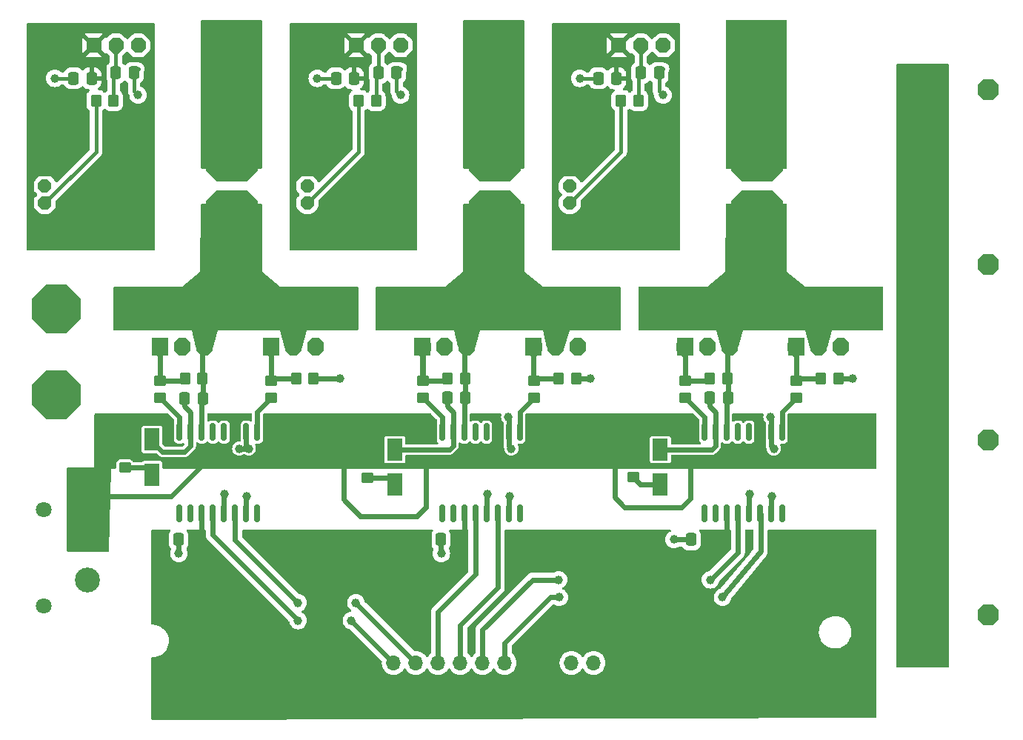
<source format=gbr>
%TF.GenerationSoftware,KiCad,Pcbnew,(7.0.0)*%
%TF.CreationDate,2023-04-01T11:09:39+07:00*%
%TF.ProjectId,gut-kontrol-1kW,6775742d-6b6f-46e7-9472-6f6c2d316b57,rev?*%
%TF.SameCoordinates,Original*%
%TF.FileFunction,Copper,L1,Top*%
%TF.FilePolarity,Positive*%
%FSLAX46Y46*%
G04 Gerber Fmt 4.6, Leading zero omitted, Abs format (unit mm)*
G04 Created by KiCad (PCBNEW (7.0.0)) date 2023-04-01 11:09:39*
%MOMM*%
%LPD*%
G01*
G04 APERTURE LIST*
G04 Aperture macros list*
%AMRoundRect*
0 Rectangle with rounded corners*
0 $1 Rounding radius*
0 $2 $3 $4 $5 $6 $7 $8 $9 X,Y pos of 4 corners*
0 Add a 4 corners polygon primitive as box body*
4,1,4,$2,$3,$4,$5,$6,$7,$8,$9,$2,$3,0*
0 Add four circle primitives for the rounded corners*
1,1,$1+$1,$2,$3*
1,1,$1+$1,$4,$5*
1,1,$1+$1,$6,$7*
1,1,$1+$1,$8,$9*
0 Add four rect primitives between the rounded corners*
20,1,$1+$1,$2,$3,$4,$5,0*
20,1,$1+$1,$4,$5,$6,$7,0*
20,1,$1+$1,$6,$7,$8,$9,0*
20,1,$1+$1,$8,$9,$2,$3,0*%
%AMFreePoly0*
4,1,17,1.174443,2.785355,2.785356,1.174443,2.800000,1.139088,2.800000,-1.139088,2.785356,-1.174443,1.174443,-2.785355,1.139088,-2.800000,-1.139088,-2.800000,-1.174443,-2.785356,-2.785355,-1.174443,-2.800000,-1.139088,-2.800000,1.139088,-2.785354,1.174443,-1.174443,2.785356,-1.139088,2.800000,1.139088,2.800000,1.174443,2.785355,1.174443,2.785355,$1*%
%AMFreePoly1*
4,1,13,0.937855,0.985355,0.952500,0.950000,0.952500,-0.950000,0.937855,-0.985355,0.902500,-1.000000,-0.902500,-1.000000,-0.937855,-0.985355,-0.952500,-0.950000,-0.952500,0.950000,-0.937855,0.985355,-0.902500,1.000000,0.902500,1.000000,0.937855,0.985355,0.937855,0.985355,$1*%
%AMFreePoly2*
4,1,17,0.409183,0.985355,0.937855,0.456683,0.952500,0.421328,0.952500,-0.421328,0.937855,-0.456683,0.409183,-0.985355,0.373828,-1.000000,-0.373828,-1.000000,-0.409183,-0.985355,-0.937855,-0.456683,-0.952500,-0.421328,-0.952500,0.421328,-0.937855,0.456683,-0.409183,0.985355,-0.373828,1.000000,0.373828,1.000000,0.409183,0.985355,0.409183,0.985355,$1*%
%AMFreePoly3*
4,1,14,0.735355,0.735355,0.750000,0.700000,0.750000,-0.700000,0.735355,-0.735355,0.700000,-0.750000,0.000000,-0.750000,-0.700000,-0.750000,-0.735355,-0.735355,-0.750000,-0.700000,-0.750000,0.700000,-0.735355,0.735355,-0.700000,0.750000,0.700000,0.750000,0.735355,0.735355,0.735355,0.735355,$1*%
%AMFreePoly4*
4,1,18,0.325305,0.735355,0.735355,0.325305,0.750000,0.289950,0.750000,-0.289950,0.735355,-0.325306,0.325305,-0.735355,0.289950,-0.750000,0.000000,-0.750000,-0.289950,-0.750000,-0.325306,-0.735355,-0.735355,-0.325305,-0.750000,-0.289950,-0.750000,0.289950,-0.735355,0.325305,-0.325306,0.735355,-0.289950,0.750000,0.289950,0.750000,0.325305,0.735355,0.325305,0.735355,$1*%
%AMFreePoly5*
4,1,18,0.180331,0.385355,0.385355,0.180330,0.400000,0.144975,0.400000,-0.144975,0.385355,-0.180331,0.180330,-0.385355,0.144975,-0.400000,0.000000,-0.400000,-0.144975,-0.400000,-0.180330,-0.385354,-0.385355,-0.180330,-0.400000,-0.144975,-0.400000,0.144975,-0.385355,0.180331,-0.180330,0.385355,-0.144975,0.400000,0.144975,0.400000,0.180331,0.385355,0.180331,0.385355,$1*%
%AMFreePoly6*
4,1,17,3.272004,2.985355,4.485355,1.772004,4.500000,1.736649,4.500000,-1.736649,4.485355,-1.772005,3.272004,-2.985355,3.236649,-3.000000,-3.236649,-3.000000,-3.272005,-2.985355,-4.485355,-1.772004,-4.500000,-1.736649,-4.500000,1.736649,-4.485354,1.772004,-3.272005,2.985355,-3.236649,3.000000,3.236649,3.000000,3.272004,2.985355,3.272004,2.985355,$1*%
%AMFreePoly7*
4,1,13,0.835355,0.835355,0.850000,0.800000,0.850000,-0.800000,0.835355,-0.835355,0.800000,-0.850000,-0.800000,-0.850000,-0.835355,-0.835355,-0.850000,-0.800000,-0.850000,0.800000,-0.835355,0.835355,-0.800000,0.850000,0.800000,0.850000,0.835355,0.835355,0.835355,0.835355,$1*%
%AMFreePoly8*
4,1,17,0.366726,0.835355,0.835355,0.366726,0.850000,0.331371,0.850000,-0.331371,0.835355,-0.366727,0.366726,-0.835355,0.331371,-0.850000,-0.331371,-0.850000,-0.366727,-0.835355,-0.835355,-0.366726,-0.850000,-0.331371,-0.850000,0.331371,-0.835355,0.366726,-0.366727,0.835355,-0.331371,0.850000,0.331371,0.850000,0.366726,0.835355,0.366726,0.835355,$1*%
%AMFreePoly9*
4,1,13,1.185355,1.185355,1.200000,1.150000,1.200000,-1.150000,1.185355,-1.185355,1.150000,-1.200000,-1.150000,-1.200000,-1.185355,-1.185355,-1.200000,-1.150000,-1.200000,1.150000,-1.185355,1.185355,-1.150000,1.200000,1.150000,1.200000,1.185355,1.185355,1.185355,1.185355,$1*%
%AMFreePoly10*
4,1,17,0.511701,1.185355,1.185356,0.511701,1.200000,0.476346,1.200000,-0.476346,1.185356,-0.511701,0.511701,-1.185355,0.476346,-1.200000,-0.476346,-1.200000,-0.511701,-1.185356,-1.185355,-0.511701,-1.200000,-0.476346,-1.200000,0.476346,-1.185354,0.511701,-0.511701,1.185356,-0.476346,1.200000,0.476346,1.200000,0.511701,1.185355,0.511701,1.185355,$1*%
G04 Aperture macros list end*
%TA.AperFunction,SMDPad,CuDef*%
%ADD10RoundRect,0.250000X0.337500X0.475000X-0.337500X0.475000X-0.337500X-0.475000X0.337500X-0.475000X0*%
%TD*%
%TA.AperFunction,SMDPad,CuDef*%
%ADD11RoundRect,0.250000X-0.350000X-0.450000X0.350000X-0.450000X0.350000X0.450000X-0.350000X0.450000X0*%
%TD*%
%TA.AperFunction,SMDPad,CuDef*%
%ADD12RoundRect,0.250000X0.450000X-0.350000X0.450000X0.350000X-0.450000X0.350000X-0.450000X-0.350000X0*%
%TD*%
%TA.AperFunction,ComponentPad*%
%ADD13FreePoly0,0.000000*%
%TD*%
%TA.AperFunction,ComponentPad*%
%ADD14FreePoly1,0.000000*%
%TD*%
%TA.AperFunction,ComponentPad*%
%ADD15FreePoly2,0.000000*%
%TD*%
%TA.AperFunction,ComponentPad*%
%ADD16FreePoly3,270.000000*%
%TD*%
%TA.AperFunction,ComponentPad*%
%ADD17FreePoly4,270.000000*%
%TD*%
%TA.AperFunction,ComponentPad*%
%ADD18FreePoly5,335.000000*%
%TD*%
%TA.AperFunction,ComponentPad*%
%ADD19FreePoly5,205.000000*%
%TD*%
%TA.AperFunction,ComponentPad*%
%ADD20FreePoly5,270.000000*%
%TD*%
%TA.AperFunction,ComponentPad*%
%ADD21FreePoly6,270.000000*%
%TD*%
%TA.AperFunction,SMDPad,CuDef*%
%ADD22RoundRect,0.250000X-0.337500X-0.475000X0.337500X-0.475000X0.337500X0.475000X-0.337500X0.475000X0*%
%TD*%
%TA.AperFunction,SMDPad,CuDef*%
%ADD23RoundRect,0.250000X0.350000X0.450000X-0.350000X0.450000X-0.350000X-0.450000X0.350000X-0.450000X0*%
%TD*%
%TA.AperFunction,SMDPad,CuDef*%
%ADD24R,1.800000X2.500000*%
%TD*%
%TA.AperFunction,ComponentPad*%
%ADD25FreePoly7,90.000000*%
%TD*%
%TA.AperFunction,ComponentPad*%
%ADD26FreePoly8,90.000000*%
%TD*%
%TA.AperFunction,ComponentPad*%
%ADD27R,1.700000X1.700000*%
%TD*%
%TA.AperFunction,ComponentPad*%
%ADD28O,1.700000X1.700000*%
%TD*%
%TA.AperFunction,SMDPad,CuDef*%
%ADD29RoundRect,0.150000X-0.150000X0.875000X-0.150000X-0.875000X0.150000X-0.875000X0.150000X0.875000X0*%
%TD*%
%TA.AperFunction,ComponentPad*%
%ADD30FreePoly9,0.000000*%
%TD*%
%TA.AperFunction,ComponentPad*%
%ADD31FreePoly10,0.000000*%
%TD*%
%TA.AperFunction,ComponentPad*%
%ADD32C,1.800000*%
%TD*%
%TA.AperFunction,ComponentPad*%
%ADD33C,2.850000*%
%TD*%
%TA.AperFunction,ViaPad*%
%ADD34C,1.000000*%
%TD*%
%TA.AperFunction,Conductor*%
%ADD35C,0.600000*%
%TD*%
%TA.AperFunction,Conductor*%
%ADD36C,0.400000*%
%TD*%
G04 APERTURE END LIST*
D10*
%TO.P,C1,1*%
%TO.N,/PHASE_A*%
X60749000Y-96266000D03*
%TO.P,C1,2*%
%TO.N,Net-(D1-K)*%
X58674000Y-96266000D03*
%TD*%
D11*
%TO.P,R17,1*%
%TO.N,Net-(U5-VIOUT)*%
X78530000Y-62230000D03*
%TO.P,R17,2*%
%TO.N,Net-(J9-Pin_2)*%
X80530000Y-62230000D03*
%TD*%
D12*
%TO.P,R6,1*%
%TO.N,Net-(D2-A)*%
X79577000Y-105317064D03*
%TO.P,R6,2*%
%TO.N,+12V*%
X79577000Y-103317064D03*
%TD*%
D13*
%TO.P,J1,1,Pin_1*%
%TO.N,/PHASE_A_OUT*%
X64200000Y-57000000D03*
%TD*%
D14*
%TO.P,Q1,1,G*%
%TO.N,Net-(Q1-G)*%
X55850000Y-90390000D03*
D15*
%TO.P,Q1,2,D*%
%TO.N,+48V*%
X58390000Y-90390000D03*
%TO.P,Q1,3,S*%
%TO.N,/PHASE_A*%
X60930000Y-90390000D03*
%TD*%
D16*
%TO.P,U5,1,VCC*%
%TO.N,+3V3*%
X72675000Y-70100000D03*
D17*
%TO.P,U5,2,GND*%
%TO.N,GND*%
X72675000Y-72010000D03*
%TO.P,U5,3,VIOUT*%
%TO.N,Net-(U5-VIOUT)*%
X72675000Y-73920000D03*
D18*
%TO.P,U5,4,IP+*%
%TO.N,/PHASE_B*%
X94705000Y-73060000D03*
D19*
X93445000Y-73060000D03*
D20*
X95735000Y-73810000D03*
X92415000Y-73810000D03*
X96125000Y-75010000D03*
X92025000Y-75010000D03*
X96125000Y-76340000D03*
X92025000Y-76340000D03*
D21*
X94075000Y-77010000D03*
D20*
X96125000Y-77680000D03*
X92025000Y-77680000D03*
X96125000Y-79010000D03*
X92025000Y-79010000D03*
X95735000Y-80210000D03*
X92415000Y-80210000D03*
X94705000Y-80960000D03*
X93445000Y-80960000D03*
%TO.P,U5,5,IP-*%
%TO.N,/PHASE_B_OUT*%
X94705000Y-63060000D03*
X93445000Y-63060000D03*
X95735000Y-63810000D03*
X92415000Y-63810000D03*
X96125000Y-65010000D03*
X92025000Y-65010000D03*
X96125000Y-66340000D03*
X92025000Y-66340000D03*
D21*
X94075000Y-67010000D03*
D20*
X96125000Y-67680000D03*
X92025000Y-67680000D03*
X96125000Y-69010000D03*
X92025000Y-69010000D03*
X95735000Y-70210000D03*
X92415000Y-70210000D03*
D19*
X94705000Y-70960000D03*
D18*
X93445000Y-70960000D03*
%TD*%
D22*
%TO.P,C15,1*%
%TO.N,GND*%
X75952500Y-59690000D03*
%TO.P,C15,2*%
%TO.N,+3V3*%
X78027500Y-59690000D03*
%TD*%
D23*
%TO.P,R12,1*%
%TO.N,/PHASE_B*%
X90690000Y-93964000D03*
%TO.P,R12,2*%
%TO.N,Net-(Q3-G)*%
X88690000Y-93964000D03*
%TD*%
D24*
%TO.P,D3,1,K*%
%TO.N,Net-(D3-K)*%
X113025531Y-102122935D03*
%TO.P,D3,2,A*%
%TO.N,Net-(D3-A)*%
X113025531Y-106122935D03*
%TD*%
D14*
%TO.P,Q3,1,G*%
%TO.N,Net-(Q3-G)*%
X85850000Y-90390000D03*
D15*
%TO.P,Q3,2,D*%
%TO.N,+48V*%
X88390000Y-90390000D03*
%TO.P,Q3,3,S*%
%TO.N,/PHASE_B*%
X90930000Y-90390000D03*
%TD*%
D23*
%TO.P,R13,1*%
%TO.N,GND*%
X103390000Y-93964000D03*
%TO.P,R13,2*%
%TO.N,Net-(Q4-G)*%
X101390000Y-93964000D03*
%TD*%
D12*
%TO.P,R7,1*%
%TO.N,Net-(D3-A)*%
X109925532Y-105300000D03*
%TO.P,R7,2*%
%TO.N,+12V*%
X109925532Y-103300000D03*
%TD*%
D24*
%TO.P,D2,1,K*%
%TO.N,Net-(D2-K)*%
X82676999Y-102139999D03*
%TO.P,D2,2,A*%
%TO.N,Net-(D2-A)*%
X82676999Y-106139999D03*
%TD*%
D11*
%TO.P,R18,1*%
%TO.N,Net-(U6-VIOUT)*%
X108530000Y-62230000D03*
%TO.P,R18,2*%
%TO.N,Net-(J10-Pin_2)*%
X110530000Y-62230000D03*
%TD*%
D12*
%TO.P,R9,1*%
%TO.N,Net-(U3-LO)*%
X98580000Y-96234000D03*
%TO.P,R9,2*%
%TO.N,Net-(Q4-G)*%
X98580000Y-94234000D03*
%TD*%
D25*
%TO.P,J10,1,Pin_1*%
%TO.N,+3V3*%
X108275000Y-55915000D03*
D26*
%TO.P,J10,2,Pin_2*%
%TO.N,Net-(J10-Pin_2)*%
X110815000Y-55915000D03*
%TO.P,J10,3,Pin_3*%
%TO.N,GND*%
X113355000Y-55915000D03*
%TD*%
D22*
%TO.P,C14,1*%
%TO.N,GND*%
X45952500Y-59690000D03*
%TO.P,C14,2*%
%TO.N,+3V3*%
X48027500Y-59690000D03*
%TD*%
D14*
%TO.P,Q2,1,G*%
%TO.N,Net-(Q2-G)*%
X68550000Y-90390000D03*
D15*
%TO.P,Q2,2,D*%
%TO.N,/PHASE_A*%
X71090000Y-90390000D03*
%TO.P,Q2,3,S*%
%TO.N,GND*%
X73630000Y-90390000D03*
%TD*%
D22*
%TO.P,C16,1*%
%TO.N,GND*%
X105952500Y-59690000D03*
%TO.P,C16,2*%
%TO.N,+3V3*%
X108027500Y-59690000D03*
%TD*%
D12*
%TO.P,R2,1*%
%TO.N,Net-(U1-HO)*%
X55880000Y-96234000D03*
%TO.P,R2,2*%
%TO.N,Net-(Q1-G)*%
X55880000Y-94234000D03*
%TD*%
D10*
%TO.P,C5,1*%
%TO.N,/PHASE_B*%
X90742500Y-96164000D03*
%TO.P,C5,2*%
%TO.N,Net-(D2-K)*%
X88667500Y-96164000D03*
%TD*%
D13*
%TO.P,J4,1,Pin_1*%
%TO.N,+48V*%
X44000000Y-86000000D03*
%TD*%
D10*
%TO.P,C6,1*%
%TO.N,/PHASE_C*%
X120742500Y-96164000D03*
%TO.P,C6,2*%
%TO.N,Net-(D3-K)*%
X118667500Y-96164000D03*
%TD*%
D14*
%TO.P,Q6,1,G*%
%TO.N,Net-(Q6-G)*%
X128550000Y-90390000D03*
D15*
%TO.P,Q6,2,D*%
%TO.N,/PHASE_C*%
X131090000Y-90390000D03*
%TO.P,Q6,3,S*%
%TO.N,GND*%
X133630000Y-90390000D03*
%TD*%
D12*
%TO.P,R11,1*%
%TO.N,Net-(U4-LO)*%
X128580000Y-96234000D03*
%TO.P,R11,2*%
%TO.N,Net-(Q6-G)*%
X128580000Y-94234000D03*
%TD*%
D27*
%TO.P,J7,1,Pin_1*%
%TO.N,+3V3*%
X77469999Y-126491999D03*
D28*
%TO.P,J7,2,Pin_2*%
X80009999Y-126491999D03*
%TO.P,J7,3,Pin_3*%
%TO.N,HIN_A*%
X82549999Y-126491999D03*
%TO.P,J7,4,Pin_4*%
%TO.N,LIN_A*%
X85089999Y-126491999D03*
%TO.P,J7,5,Pin_5*%
%TO.N,HIN_B*%
X87629999Y-126491999D03*
%TO.P,J7,6,Pin_6*%
%TO.N,LIN_B*%
X90169999Y-126491999D03*
%TO.P,J7,7,Pin_7*%
%TO.N,HIN_C*%
X92709999Y-126491999D03*
%TO.P,J7,8,Pin_8*%
%TO.N,LIN_C*%
X95249999Y-126491999D03*
%TO.P,J7,9,Pin_9*%
%TO.N,+3V3*%
X97789999Y-126491999D03*
%TO.P,J7,10,Pin_10*%
X100329999Y-126491999D03*
%TO.P,J7,11,Pin_11*%
%TO.N,GND*%
X102869999Y-126491999D03*
%TO.P,J7,12,Pin_12*%
X105409999Y-126491999D03*
%TD*%
D13*
%TO.P,J3,1,Pin_1*%
%TO.N,/PHASE_C_OUT*%
X124200000Y-57000000D03*
%TD*%
D29*
%TO.P,U1,1,LO*%
%TO.N,Net-(U1-LO)*%
X66975000Y-100114000D03*
%TO.P,U1,2,COM*%
%TO.N,GND*%
X65705000Y-100114000D03*
%TO.P,U1,3,VCC*%
%TO.N,+12V*%
X64435000Y-100114000D03*
%TO.P,U1,4,NC*%
%TO.N,unconnected-(U1-NC-Pad4)*%
X63165000Y-100114000D03*
%TO.P,U1,5,NC*%
%TO.N,unconnected-(U1-NC-Pad5)*%
X61895000Y-100114000D03*
%TO.P,U1,6,VS*%
%TO.N,/PHASE_A*%
X60625000Y-100114000D03*
%TO.P,U1,7,VB*%
%TO.N,Net-(D1-K)*%
X59355000Y-100114000D03*
%TO.P,U1,8,HO*%
%TO.N,Net-(U1-HO)*%
X58085000Y-100114000D03*
%TO.P,U1,9,NC*%
%TO.N,unconnected-(U1-NC-Pad9)*%
X58085000Y-109414000D03*
%TO.P,U1,10,NC*%
%TO.N,unconnected-(U1-NC-Pad10)*%
X59355000Y-109414000D03*
%TO.P,U1,11,VDD*%
%TO.N,+3V3*%
X60625000Y-109414000D03*
%TO.P,U1,12,HIN*%
%TO.N,HIN_A*%
X61895000Y-109414000D03*
%TO.P,U1,13,SD*%
%TO.N,GND*%
X63165000Y-109414000D03*
%TO.P,U1,14,LIN*%
%TO.N,LIN_A*%
X64435000Y-109414000D03*
%TO.P,U1,15,VSS*%
%TO.N,GND*%
X65705000Y-109414000D03*
%TO.P,U1,16,NC*%
%TO.N,unconnected-(U1-NC-Pad16)*%
X66975000Y-109414000D03*
%TD*%
D10*
%TO.P,C11,1*%
%TO.N,GND*%
X52875000Y-59055000D03*
%TO.P,C11,2*%
%TO.N,Net-(J8-Pin_2)*%
X50800000Y-59055000D03*
%TD*%
D30*
%TO.P,C10,1*%
%TO.N,+48V*%
X143000000Y-121000000D03*
D31*
%TO.P,C10,2*%
%TO.N,GND*%
X150500000Y-121000000D03*
%TD*%
D14*
%TO.P,Q4,1,G*%
%TO.N,Net-(Q4-G)*%
X98550000Y-90390000D03*
D15*
%TO.P,Q4,2,D*%
%TO.N,/PHASE_B*%
X101090000Y-90390000D03*
%TO.P,Q4,3,S*%
%TO.N,GND*%
X103630000Y-90390000D03*
%TD*%
D23*
%TO.P,R14,1*%
%TO.N,/PHASE_C*%
X120690000Y-93964000D03*
%TO.P,R14,2*%
%TO.N,Net-(Q5-G)*%
X118690000Y-93964000D03*
%TD*%
D25*
%TO.P,J8,1,Pin_1*%
%TO.N,+3V3*%
X48275000Y-55915000D03*
D26*
%TO.P,J8,2,Pin_2*%
%TO.N,Net-(J8-Pin_2)*%
X50815000Y-55915000D03*
%TO.P,J8,3,Pin_3*%
%TO.N,GND*%
X53355000Y-55915000D03*
%TD*%
D12*
%TO.P,R10,1*%
%TO.N,Net-(U4-HO)*%
X115880000Y-96234000D03*
%TO.P,R10,2*%
%TO.N,Net-(Q5-G)*%
X115880000Y-94234000D03*
%TD*%
D32*
%TO.P,U7,HOLD1*%
%TO.N,N/C*%
X42545000Y-120015000D03*
%TO.P,U7,HOLD2*%
X42545000Y-109015000D03*
D33*
%TO.P,U7,P1,-*%
%TO.N,GND*%
X47545000Y-117015000D03*
%TO.P,U7,P2,+*%
%TO.N,+12V*%
X47545000Y-112015000D03*
%TD*%
D13*
%TO.P,J2,1,Pin_1*%
%TO.N,/PHASE_B_OUT*%
X94200000Y-57000000D03*
%TD*%
D16*
%TO.P,U6,1,VCC*%
%TO.N,+3V3*%
X102675000Y-70100000D03*
D17*
%TO.P,U6,2,GND*%
%TO.N,GND*%
X102675000Y-72010000D03*
%TO.P,U6,3,VIOUT*%
%TO.N,Net-(U6-VIOUT)*%
X102675000Y-73920000D03*
D18*
%TO.P,U6,4,IP+*%
%TO.N,/PHASE_C*%
X124705000Y-73060000D03*
D19*
X123445000Y-73060000D03*
D20*
X125735000Y-73810000D03*
X122415000Y-73810000D03*
X126125000Y-75010000D03*
X122025000Y-75010000D03*
X126125000Y-76340000D03*
X122025000Y-76340000D03*
D21*
X124075000Y-77010000D03*
D20*
X126125000Y-77680000D03*
X122025000Y-77680000D03*
X126125000Y-79010000D03*
X122025000Y-79010000D03*
X125735000Y-80210000D03*
X122415000Y-80210000D03*
X124705000Y-80960000D03*
X123445000Y-80960000D03*
%TO.P,U6,5,IP-*%
%TO.N,/PHASE_C_OUT*%
X124705000Y-63060000D03*
X123445000Y-63060000D03*
X125735000Y-63810000D03*
X122415000Y-63810000D03*
X126125000Y-65010000D03*
X122025000Y-65010000D03*
X126125000Y-66340000D03*
X122025000Y-66340000D03*
D21*
X124075000Y-67010000D03*
D20*
X126125000Y-67680000D03*
X122025000Y-67680000D03*
X126125000Y-69010000D03*
X122025000Y-69010000D03*
X125735000Y-70210000D03*
X122415000Y-70210000D03*
D19*
X124705000Y-70960000D03*
D18*
X123445000Y-70960000D03*
%TD*%
D30*
%TO.P,C9,1*%
%TO.N,+48V*%
X143000000Y-101000000D03*
D31*
%TO.P,C9,2*%
%TO.N,GND*%
X150500000Y-101000000D03*
%TD*%
D24*
%TO.P,D1,1,K*%
%TO.N,Net-(D1-K)*%
X54924935Y-100962935D03*
%TO.P,D1,2,A*%
%TO.N,Net-(D1-A)*%
X54924935Y-104962935D03*
%TD*%
D23*
%TO.P,R15,1*%
%TO.N,GND*%
X133390000Y-93964000D03*
%TO.P,R15,2*%
%TO.N,Net-(Q6-G)*%
X131390000Y-93964000D03*
%TD*%
D22*
%TO.P,C2,1*%
%TO.N,GND*%
X57962500Y-112404000D03*
%TO.P,C2,2*%
%TO.N,+3V3*%
X60037500Y-112404000D03*
%TD*%
D25*
%TO.P,J9,1,Pin_1*%
%TO.N,+3V3*%
X78275000Y-55915000D03*
D26*
%TO.P,J9,2,Pin_2*%
%TO.N,Net-(J9-Pin_2)*%
X80815000Y-55915000D03*
%TO.P,J9,3,Pin_3*%
%TO.N,GND*%
X83355000Y-55915000D03*
%TD*%
D13*
%TO.P,J5,1,Pin_1*%
%TO.N,GND*%
X44000000Y-95885000D03*
%TD*%
D12*
%TO.P,R3,1*%
%TO.N,Net-(U1-LO)*%
X68580000Y-96234000D03*
%TO.P,R3,2*%
%TO.N,Net-(Q2-G)*%
X68580000Y-94234000D03*
%TD*%
D29*
%TO.P,U4,1,LO*%
%TO.N,Net-(U4-LO)*%
X126975000Y-100114000D03*
%TO.P,U4,2,COM*%
%TO.N,GND*%
X125705000Y-100114000D03*
%TO.P,U4,3,VCC*%
%TO.N,+12V*%
X124435000Y-100114000D03*
%TO.P,U4,4,NC*%
%TO.N,unconnected-(U4-NC-Pad4)*%
X123165000Y-100114000D03*
%TO.P,U4,5,NC*%
%TO.N,unconnected-(U4-NC-Pad5)*%
X121895000Y-100114000D03*
%TO.P,U4,6,VS*%
%TO.N,/PHASE_C*%
X120625000Y-100114000D03*
%TO.P,U4,7,VB*%
%TO.N,Net-(D3-K)*%
X119355000Y-100114000D03*
%TO.P,U4,8,HO*%
%TO.N,Net-(U4-HO)*%
X118085000Y-100114000D03*
%TO.P,U4,9,NC*%
%TO.N,unconnected-(U4-NC-Pad9)*%
X118085000Y-109414000D03*
%TO.P,U4,10,NC*%
%TO.N,unconnected-(U4-NC-Pad10)*%
X119355000Y-109414000D03*
%TO.P,U4,11,VDD*%
%TO.N,+3V3*%
X120625000Y-109414000D03*
%TO.P,U4,12,HIN*%
%TO.N,HIN_C*%
X121895000Y-109414000D03*
%TO.P,U4,13,SD*%
%TO.N,GND*%
X123165000Y-109414000D03*
%TO.P,U4,14,LIN*%
%TO.N,LIN_C*%
X124435000Y-109414000D03*
%TO.P,U4,15,VSS*%
%TO.N,GND*%
X125705000Y-109414000D03*
%TO.P,U4,16,NC*%
%TO.N,unconnected-(U4-NC-Pad16)*%
X126975000Y-109414000D03*
%TD*%
D12*
%TO.P,R8,1*%
%TO.N,Net-(U3-HO)*%
X85880000Y-96234000D03*
%TO.P,R8,2*%
%TO.N,Net-(Q3-G)*%
X85880000Y-94234000D03*
%TD*%
D29*
%TO.P,U3,1,LO*%
%TO.N,Net-(U3-LO)*%
X96975000Y-100114000D03*
%TO.P,U3,2,COM*%
%TO.N,GND*%
X95705000Y-100114000D03*
%TO.P,U3,3,VCC*%
%TO.N,+12V*%
X94435000Y-100114000D03*
%TO.P,U3,4,NC*%
%TO.N,unconnected-(U3-NC-Pad4)*%
X93165000Y-100114000D03*
%TO.P,U3,5,NC*%
%TO.N,unconnected-(U3-NC-Pad5)*%
X91895000Y-100114000D03*
%TO.P,U3,6,VS*%
%TO.N,/PHASE_B*%
X90625000Y-100114000D03*
%TO.P,U3,7,VB*%
%TO.N,Net-(D2-K)*%
X89355000Y-100114000D03*
%TO.P,U3,8,HO*%
%TO.N,Net-(U3-HO)*%
X88085000Y-100114000D03*
%TO.P,U3,9,NC*%
%TO.N,unconnected-(U3-NC-Pad9)*%
X88085000Y-109414000D03*
%TO.P,U3,10,NC*%
%TO.N,unconnected-(U3-NC-Pad10)*%
X89355000Y-109414000D03*
%TO.P,U3,11,VDD*%
%TO.N,+3V3*%
X90625000Y-109414000D03*
%TO.P,U3,12,HIN*%
%TO.N,HIN_B*%
X91895000Y-109414000D03*
%TO.P,U3,13,SD*%
%TO.N,GND*%
X93165000Y-109414000D03*
%TO.P,U3,14,LIN*%
%TO.N,LIN_B*%
X94435000Y-109414000D03*
%TO.P,U3,15,VSS*%
%TO.N,GND*%
X95705000Y-109414000D03*
%TO.P,U3,16,NC*%
%TO.N,unconnected-(U3-NC-Pad16)*%
X96975000Y-109414000D03*
%TD*%
D10*
%TO.P,C13,1*%
%TO.N,GND*%
X112875000Y-59055000D03*
%TO.P,C13,2*%
%TO.N,Net-(J10-Pin_2)*%
X110800000Y-59055000D03*
%TD*%
D23*
%TO.P,R5,1*%
%TO.N,GND*%
X73390000Y-93964000D03*
%TO.P,R5,2*%
%TO.N,Net-(Q2-G)*%
X71390000Y-93964000D03*
%TD*%
D22*
%TO.P,C3,1*%
%TO.N,GND*%
X87962500Y-112404000D03*
%TO.P,C3,2*%
%TO.N,+3V3*%
X90037500Y-112404000D03*
%TD*%
D12*
%TO.P,R1,1*%
%TO.N,Net-(D1-A)*%
X51824936Y-104140000D03*
%TO.P,R1,2*%
%TO.N,+12V*%
X51824936Y-102140000D03*
%TD*%
D22*
%TO.P,C4,1*%
%TO.N,GND*%
X116558500Y-112400000D03*
%TO.P,C4,2*%
%TO.N,+3V3*%
X118633500Y-112400000D03*
%TD*%
D30*
%TO.P,C7,1*%
%TO.N,+48V*%
X143000000Y-61000000D03*
D31*
%TO.P,C7,2*%
%TO.N,GND*%
X150500000Y-61000000D03*
%TD*%
D23*
%TO.P,R4,1*%
%TO.N,/PHASE_A*%
X60690000Y-93964000D03*
%TO.P,R4,2*%
%TO.N,Net-(Q1-G)*%
X58690000Y-93964000D03*
%TD*%
D10*
%TO.P,C12,1*%
%TO.N,GND*%
X82875000Y-59055000D03*
%TO.P,C12,2*%
%TO.N,Net-(J9-Pin_2)*%
X80800000Y-59055000D03*
%TD*%
D14*
%TO.P,Q5,1,G*%
%TO.N,Net-(Q5-G)*%
X115850000Y-90390000D03*
D15*
%TO.P,Q5,2,D*%
%TO.N,+48V*%
X118390000Y-90390000D03*
%TO.P,Q5,3,S*%
%TO.N,/PHASE_C*%
X120930000Y-90390000D03*
%TD*%
D30*
%TO.P,C8,1*%
%TO.N,+48V*%
X143000000Y-81000000D03*
D31*
%TO.P,C8,2*%
%TO.N,GND*%
X150500000Y-81000000D03*
%TD*%
D11*
%TO.P,R16,1*%
%TO.N,Net-(U2-VIOUT)*%
X48530000Y-62230000D03*
%TO.P,R16,2*%
%TO.N,Net-(J8-Pin_2)*%
X50530000Y-62230000D03*
%TD*%
D16*
%TO.P,U2,1,VCC*%
%TO.N,+3V3*%
X42675000Y-70100000D03*
D17*
%TO.P,U2,2,GND*%
%TO.N,GND*%
X42675000Y-72010000D03*
%TO.P,U2,3,VIOUT*%
%TO.N,Net-(U2-VIOUT)*%
X42675000Y-73920000D03*
D18*
%TO.P,U2,4,IP+*%
%TO.N,/PHASE_A*%
X64705000Y-73060000D03*
D19*
X63445000Y-73060000D03*
D20*
X65735000Y-73810000D03*
X62415000Y-73810000D03*
X66125000Y-75010000D03*
X62025000Y-75010000D03*
X66125000Y-76340000D03*
X62025000Y-76340000D03*
D21*
X64075000Y-77010000D03*
D20*
X66125000Y-77680000D03*
X62025000Y-77680000D03*
X66125000Y-79010000D03*
X62025000Y-79010000D03*
X65735000Y-80210000D03*
X62415000Y-80210000D03*
X64705000Y-80960000D03*
X63445000Y-80960000D03*
%TO.P,U2,5,IP-*%
%TO.N,/PHASE_A_OUT*%
X64705000Y-63060000D03*
X63445000Y-63060000D03*
X65735000Y-63810000D03*
X62415000Y-63810000D03*
X66125000Y-65010000D03*
X62025000Y-65010000D03*
X66125000Y-66340000D03*
X62025000Y-66340000D03*
D21*
X64075000Y-67010000D03*
D20*
X66125000Y-67680000D03*
X62025000Y-67680000D03*
X66125000Y-69010000D03*
X62025000Y-69010000D03*
X65735000Y-70210000D03*
X62415000Y-70210000D03*
D19*
X64705000Y-70960000D03*
D18*
X63445000Y-70960000D03*
%TD*%
D34*
%TO.N,+48V*%
X143000000Y-85000000D03*
X143000000Y-74000000D03*
X143000000Y-83000000D03*
X144902113Y-81618034D03*
X144902113Y-60381966D03*
X141097887Y-61618034D03*
X143000000Y-79000000D03*
X141824429Y-82618034D03*
X141000000Y-87000000D03*
X145000000Y-74000000D03*
X145000000Y-87000000D03*
X141000000Y-68000000D03*
X141000000Y-65000000D03*
X143000000Y-59000000D03*
X145000000Y-71000000D03*
X144902113Y-80381966D03*
X144902113Y-61618034D03*
X143000000Y-77000000D03*
X145000000Y-68000000D03*
X141000000Y-71000000D03*
X141097887Y-81618034D03*
X141000000Y-77000000D03*
X144175571Y-82618034D03*
X141824429Y-79381966D03*
X143000000Y-68000000D03*
X144175571Y-59381966D03*
X144175571Y-62618034D03*
X145000000Y-85000000D03*
X143000000Y-63000000D03*
X141824429Y-59381966D03*
X141097887Y-80381966D03*
X143000000Y-87000000D03*
X141000000Y-74000000D03*
X141000000Y-85000000D03*
X144175571Y-79381966D03*
X143000000Y-65000000D03*
X145000000Y-65000000D03*
X141097887Y-60381966D03*
X145000000Y-77000000D03*
X141824429Y-62618034D03*
X143000000Y-71000000D03*
%TO.N,GND*%
X95631000Y-98425000D03*
X58000000Y-114000000D03*
X88000000Y-114000000D03*
X83340000Y-61595000D03*
X125603000Y-98425000D03*
X96000000Y-102000000D03*
X43815000Y-59690000D03*
X63246000Y-107188000D03*
X123246000Y-107188000D03*
X125786000Y-107442000D03*
X103815000Y-59690000D03*
X114596000Y-112396000D03*
X53340000Y-61595000D03*
X66000000Y-102000000D03*
X64897000Y-102000000D03*
X126000000Y-102000000D03*
X135000000Y-94000000D03*
X95786000Y-107442000D03*
X73815000Y-59690000D03*
X113340000Y-61595000D03*
X93246000Y-107188000D03*
X76454000Y-94000000D03*
X65786000Y-107442000D03*
X105000000Y-94000000D03*
%TO.N,HIN_A*%
X71628000Y-121666000D03*
X77724000Y-121666000D03*
%TO.N,LIN_A*%
X78232000Y-119634000D03*
X71628000Y-119634000D03*
%TO.N,HIN_C*%
X118750000Y-117000000D03*
X101400000Y-117000000D03*
%TO.N,LIN_C*%
X101473000Y-118999000D03*
X120142000Y-118999000D03*
%TD*%
D35*
%TO.N,LIN_C*%
X95250000Y-124206000D02*
X95250000Y-126492000D01*
X100457000Y-118999000D02*
X95250000Y-124206000D01*
X101473000Y-118999000D02*
X100457000Y-118999000D01*
X124500000Y-113750000D02*
X124500000Y-109479000D01*
X120142000Y-118999000D02*
X124500000Y-113750000D01*
X124500000Y-109479000D02*
X124435000Y-109414000D01*
%TO.N,GND*%
X74964000Y-93964000D02*
X73390000Y-93964000D01*
X76454000Y-94000000D02*
X74964000Y-93964000D01*
%TO.N,/PHASE_A*%
X60625000Y-96281500D02*
X60742500Y-96164000D01*
X60742500Y-94016500D02*
X60690000Y-93964000D01*
X60690000Y-90630000D02*
X60930000Y-90390000D01*
X60742500Y-96164000D02*
X60742500Y-94016500D01*
X60625000Y-100114000D02*
X60625000Y-96281500D01*
X60690000Y-93964000D02*
X60690000Y-90630000D01*
%TO.N,Net-(D1-K)*%
X54924936Y-101152936D02*
X56134000Y-102362000D01*
X59355000Y-97855000D02*
X58667500Y-97167500D01*
X58913064Y-102122936D02*
X59355000Y-101681000D01*
X59355000Y-100114000D02*
X59355000Y-97855000D01*
X59355000Y-101681000D02*
X59355000Y-100114000D01*
X58667500Y-97167500D02*
X58667500Y-96164000D01*
X56134000Y-102362000D02*
X58674000Y-102362000D01*
X58674000Y-102362000D02*
X59355000Y-101681000D01*
X54924936Y-100962936D02*
X54924936Y-101152936D01*
%TO.N,Net-(D2-K)*%
X84700000Y-102122936D02*
X84682936Y-102140000D01*
X89355000Y-97855000D02*
X88667500Y-97167500D01*
X84700000Y-102122936D02*
X88913064Y-102122936D01*
X88913064Y-102122936D02*
X89355000Y-101681000D01*
X84682936Y-102140000D02*
X82677000Y-102140000D01*
X89355000Y-101681000D02*
X89355000Y-100114000D01*
X88667500Y-97167500D02*
X88667500Y-96164000D01*
X89355000Y-100114000D02*
X89355000Y-97855000D01*
%TO.N,Net-(D3-K)*%
X118667500Y-97167500D02*
X118667500Y-96164000D01*
X119355000Y-101681000D02*
X119355000Y-100114000D01*
X119355000Y-97855000D02*
X118667500Y-97167500D01*
X118913064Y-102122936D02*
X119355000Y-101681000D01*
X113025532Y-102122936D02*
X118913064Y-102122936D01*
X119355000Y-100114000D02*
X119355000Y-97855000D01*
D36*
%TO.N,GND*%
X82875000Y-61130000D02*
X83340000Y-61595000D01*
D35*
X133390000Y-93964000D02*
X134964000Y-93964000D01*
X116558500Y-112400000D02*
X114600000Y-112400000D01*
D36*
X75952500Y-59690000D02*
X73815000Y-59690000D01*
X112875000Y-61130000D02*
X113340000Y-61595000D01*
X83355000Y-58575000D02*
X82875000Y-59055000D01*
X113355000Y-58575000D02*
X112875000Y-59055000D01*
D35*
X57962500Y-113962500D02*
X58000000Y-114000000D01*
D36*
X52875000Y-59055000D02*
X52875000Y-61130000D01*
D35*
X65705000Y-100114000D02*
X65705000Y-101700000D01*
X134964000Y-93964000D02*
X135000000Y-94000000D01*
X65705000Y-109414000D02*
X65705000Y-107523000D01*
D36*
X53355000Y-58575000D02*
X52875000Y-59055000D01*
D35*
X87962500Y-112404000D02*
X87962500Y-113962500D01*
X95705000Y-107523000D02*
X95786000Y-107442000D01*
D36*
X82875000Y-59055000D02*
X82875000Y-61130000D01*
D35*
X125705000Y-100114000D02*
X125705000Y-98527000D01*
X95705000Y-100114000D02*
X95705000Y-101705000D01*
X95705000Y-101705000D02*
X96000000Y-102000000D01*
X125705000Y-109414000D02*
X125705000Y-107523000D01*
X103390000Y-93964000D02*
X104964000Y-93964000D01*
D36*
X105952500Y-59690000D02*
X103815000Y-59690000D01*
D35*
X65705000Y-101705000D02*
X66000000Y-102000000D01*
X125705000Y-101705000D02*
X126000000Y-102000000D01*
D36*
X45952500Y-59690000D02*
X43815000Y-59690000D01*
D35*
X123165000Y-107269000D02*
X123246000Y-107188000D01*
X65705000Y-101700000D02*
X65405000Y-102000000D01*
X95705000Y-100114000D02*
X95705000Y-98499000D01*
D36*
X112875000Y-59055000D02*
X112875000Y-61130000D01*
D35*
X63165000Y-109414000D02*
X63165000Y-107269000D01*
X64897000Y-102000000D02*
X65405000Y-102000000D01*
X125705000Y-107523000D02*
X125786000Y-107442000D01*
X65405000Y-102000000D02*
X66000000Y-102000000D01*
X125705000Y-98527000D02*
X125603000Y-98425000D01*
X93165000Y-109414000D02*
X93165000Y-107269000D01*
X87962500Y-113962500D02*
X88000000Y-114000000D01*
X95705000Y-109414000D02*
X95705000Y-107523000D01*
X116004000Y-112404000D02*
X116000000Y-112400000D01*
X95705000Y-98499000D02*
X95631000Y-98425000D01*
D36*
X52875000Y-61130000D02*
X53340000Y-61595000D01*
D35*
X104964000Y-93964000D02*
X105000000Y-94000000D01*
X65705000Y-107523000D02*
X65786000Y-107442000D01*
X123165000Y-109414000D02*
X123165000Y-107269000D01*
X65705000Y-100114000D02*
X65705000Y-101705000D01*
X125705000Y-100114000D02*
X125705000Y-101705000D01*
X57962500Y-112404000D02*
X57962500Y-113962500D01*
X63165000Y-107269000D02*
X63246000Y-107188000D01*
X93165000Y-107269000D02*
X93246000Y-107188000D01*
%TO.N,+12V*%
X76835000Y-107823000D02*
X78740000Y-109728000D01*
X116459000Y-107442000D02*
X116459000Y-103886000D01*
X85344000Y-109601000D02*
X86233000Y-108712000D01*
X108966000Y-108712000D02*
X115443000Y-108712000D01*
X57150000Y-107442000D02*
X59944000Y-104648000D01*
X49149000Y-107442000D02*
X55499000Y-107442000D01*
X78740000Y-109728000D02*
X85217000Y-109728000D01*
X107823000Y-104013000D02*
X107823000Y-107569000D01*
X116459000Y-107696000D02*
X116459000Y-107442000D01*
X107823000Y-107569000D02*
X108712000Y-108458000D01*
X115443000Y-108712000D02*
X116459000Y-107696000D01*
X59944000Y-104648000D02*
X60452000Y-104140000D01*
X108712000Y-108458000D02*
X108966000Y-108712000D01*
X76835000Y-103632000D02*
X76835000Y-107823000D01*
X85217000Y-109728000D02*
X85344000Y-109601000D01*
X48387000Y-108204000D02*
X49149000Y-107442000D01*
X60452000Y-104140000D02*
X60452000Y-103632000D01*
X86233000Y-108712000D02*
X86233000Y-103759000D01*
X55499000Y-107442000D02*
X57150000Y-107442000D01*
D36*
%TO.N,Net-(J8-Pin_2)*%
X50800000Y-55930000D02*
X50815000Y-55915000D01*
X50800000Y-59055000D02*
X50800000Y-55930000D01*
X50530000Y-59325000D02*
X50800000Y-59055000D01*
X50530000Y-62230000D02*
X50530000Y-59325000D01*
%TO.N,Net-(J9-Pin_2)*%
X80800000Y-55930000D02*
X80815000Y-55915000D01*
X80800000Y-59055000D02*
X80800000Y-55930000D01*
X80530000Y-62230000D02*
X80530000Y-59325000D01*
X80530000Y-59325000D02*
X80800000Y-59055000D01*
%TO.N,Net-(J10-Pin_2)*%
X110530000Y-62230000D02*
X110530000Y-59325000D01*
X110800000Y-55930000D02*
X110815000Y-55915000D01*
X110530000Y-59325000D02*
X110800000Y-59055000D01*
X110800000Y-59055000D02*
X110800000Y-55930000D01*
D35*
%TO.N,Net-(D1-A)*%
X51824936Y-104140000D02*
X54102000Y-104140000D01*
%TO.N,Net-(D2-A)*%
X79577000Y-105317064D02*
X81854064Y-105317064D01*
%TO.N,Net-(D3-A)*%
X113025532Y-106122936D02*
X110748468Y-106122936D01*
X110748468Y-106122936D02*
X109925532Y-105300000D01*
%TO.N,+3V3*%
X90625000Y-109414000D02*
X90625000Y-111816500D01*
X120625000Y-109414000D02*
X120625000Y-111816500D01*
X120041500Y-112400000D02*
X120625000Y-111816500D01*
X120625000Y-111816500D02*
X120037500Y-112404000D01*
X60625000Y-111816500D02*
X60037500Y-112404000D01*
X118633500Y-112400000D02*
X120041500Y-112400000D01*
X90625000Y-111816500D02*
X90037500Y-112404000D01*
X60625000Y-109414000D02*
X60625000Y-111816500D01*
%TO.N,HIN_A*%
X71666000Y-121666000D02*
X71628000Y-121666000D01*
X61895000Y-111895000D02*
X71666000Y-121666000D01*
X61895000Y-109414000D02*
X61895000Y-111895000D01*
X77724000Y-121666000D02*
X82550000Y-126492000D01*
%TO.N,LIN_A*%
X64435000Y-112441000D02*
X71628000Y-119634000D01*
X78232000Y-119634000D02*
X85090000Y-126492000D01*
X64435000Y-109414000D02*
X64435000Y-112441000D01*
%TO.N,Net-(Q1-G)*%
X55880000Y-94234000D02*
X55880000Y-90420000D01*
X55880000Y-94234000D02*
X58420000Y-94234000D01*
X58420000Y-94234000D02*
X58690000Y-93964000D01*
X55880000Y-90420000D02*
X55850000Y-90390000D01*
%TO.N,Net-(Q2-G)*%
X68580000Y-90420000D02*
X68550000Y-90390000D01*
X68850000Y-93964000D02*
X68580000Y-94234000D01*
X71390000Y-93964000D02*
X68850000Y-93964000D01*
X68580000Y-94234000D02*
X68580000Y-90420000D01*
%TO.N,/PHASE_B*%
X90610000Y-94137000D02*
X90610000Y-90803000D01*
X90742500Y-96164000D02*
X90742500Y-94016500D01*
X90625000Y-100114000D02*
X90625000Y-96281500D01*
X90742500Y-94016500D02*
X90690000Y-93964000D01*
X90625000Y-96281500D02*
X90742500Y-96164000D01*
%TO.N,Net-(Q3-G)*%
X85880000Y-94234000D02*
X85880000Y-90420000D01*
X85880000Y-90420000D02*
X85850000Y-90390000D01*
X88420000Y-94234000D02*
X88690000Y-93964000D01*
X85800000Y-94407000D02*
X85800000Y-90593000D01*
X85880000Y-94234000D02*
X88420000Y-94234000D01*
%TO.N,/PHASE_C*%
X120742500Y-94016500D02*
X120690000Y-93964000D01*
X120625000Y-96281500D02*
X120742500Y-96164000D01*
X120742500Y-96164000D02*
X120742500Y-94016500D01*
X120710000Y-93937000D02*
X120710000Y-90603000D01*
X120625000Y-100114000D02*
X120625000Y-96281500D01*
%TO.N,Net-(Q4-G)*%
X98580000Y-90420000D02*
X98550000Y-90390000D01*
X101390000Y-93964000D02*
X98850000Y-93964000D01*
X98500000Y-94407000D02*
X98500000Y-90593000D01*
X98850000Y-93964000D02*
X98580000Y-94234000D01*
%TO.N,Net-(Q5-G)*%
X118420000Y-94234000D02*
X118690000Y-93964000D01*
X115900000Y-94207000D02*
X115900000Y-90393000D01*
X115880000Y-94234000D02*
X118420000Y-94234000D01*
%TO.N,Net-(Q6-G)*%
X131390000Y-93964000D02*
X128850000Y-93964000D01*
X128600000Y-94207000D02*
X128600000Y-90393000D01*
X128850000Y-93964000D02*
X128580000Y-94234000D01*
%TO.N,Net-(U1-HO)*%
X58085000Y-100114000D02*
X58085000Y-98439000D01*
X58085000Y-98439000D02*
X55880000Y-96234000D01*
%TO.N,Net-(U1-LO)*%
X66975000Y-97839000D02*
X68580000Y-96234000D01*
X66975000Y-100114000D02*
X66975000Y-97839000D01*
%TO.N,Net-(U3-HO)*%
X88085000Y-100114000D02*
X88085000Y-98439000D01*
X88085000Y-98439000D02*
X85880000Y-96234000D01*
%TO.N,Net-(U3-LO)*%
X96975000Y-100114000D02*
X96975000Y-97839000D01*
X96975000Y-97839000D02*
X98580000Y-96234000D01*
%TO.N,Net-(U4-HO)*%
X118085000Y-100114000D02*
X118085000Y-98439000D01*
X118085000Y-98439000D02*
X115880000Y-96234000D01*
%TO.N,Net-(U4-LO)*%
X126975000Y-100114000D02*
X126975000Y-97839000D01*
X126975000Y-97839000D02*
X128580000Y-96234000D01*
D36*
%TO.N,Net-(U2-VIOUT)*%
X48530000Y-68065000D02*
X48530000Y-62230000D01*
X42675000Y-73920000D02*
X48530000Y-68065000D01*
%TO.N,Net-(U5-VIOUT)*%
X78530000Y-68065000D02*
X78530000Y-62230000D01*
X72675000Y-73920000D02*
X78530000Y-68065000D01*
%TO.N,Net-(U6-VIOUT)*%
X108530000Y-68065000D02*
X108530000Y-62230000D01*
X102675000Y-73920000D02*
X108530000Y-68065000D01*
D35*
%TO.N,HIN_B*%
X87630000Y-120650000D02*
X87630000Y-126492000D01*
X91895000Y-109414000D02*
X91895000Y-116385000D01*
X91895000Y-116385000D02*
X87630000Y-120650000D01*
%TO.N,LIN_B*%
X90170000Y-122174000D02*
X90170000Y-126492000D01*
X94435000Y-117909000D02*
X90170000Y-122174000D01*
X94435000Y-109414000D02*
X94435000Y-117909000D01*
%TO.N,HIN_C*%
X121895000Y-113855000D02*
X121895000Y-109414000D01*
X92710000Y-122682000D02*
X92710000Y-126492000D01*
X101400000Y-117000000D02*
X98392000Y-117000000D01*
X118750000Y-117000000D02*
X121895000Y-113855000D01*
X98392000Y-117000000D02*
X92710000Y-122682000D01*
X101500000Y-117000000D02*
X101400000Y-117000000D01*
%TD*%
%TA.AperFunction,Conductor*%
%TO.N,GND*%
G36*
X125966038Y-107056352D02*
G01*
X126171648Y-107261962D01*
X126186000Y-107296610D01*
X126186000Y-107587390D01*
X126171648Y-107622038D01*
X125820648Y-107973038D01*
X125786000Y-107987390D01*
X125751352Y-107973038D01*
X125400352Y-107622038D01*
X125386000Y-107587390D01*
X125386000Y-107296610D01*
X125400352Y-107261962D01*
X125605962Y-107056352D01*
X125640610Y-107042000D01*
X125931390Y-107042000D01*
X125966038Y-107056352D01*
G37*
%TD.AperFunction*%
%TD*%
%TA.AperFunction,Conductor*%
%TO.N,GND*%
G36*
X83520038Y-61209352D02*
G01*
X83725648Y-61414962D01*
X83740000Y-61449610D01*
X83740000Y-61740390D01*
X83725648Y-61775038D01*
X83520038Y-61980648D01*
X83485390Y-61995000D01*
X83194610Y-61995000D01*
X83159962Y-61980648D01*
X82954352Y-61775038D01*
X82940000Y-61740390D01*
X82940000Y-61244000D01*
X82954352Y-61209352D01*
X82989000Y-61195000D01*
X83485390Y-61195000D01*
X83520038Y-61209352D01*
G37*
%TD.AperFunction*%
%TD*%
%TA.AperFunction,Conductor*%
%TO.N,+12V*%
G36*
X50287789Y-104300000D02*
G01*
X50287366Y-104316038D01*
X50287366Y-104316042D01*
X50041177Y-113671262D01*
X50023503Y-113731874D01*
X49978276Y-113775927D01*
X49917220Y-113792000D01*
X45336000Y-113792000D01*
X45274000Y-113775387D01*
X45228613Y-113730000D01*
X45212000Y-113668000D01*
X45212000Y-104264000D01*
X45228613Y-104202000D01*
X45274000Y-104156613D01*
X45336000Y-104140000D01*
X48328674Y-104140000D01*
X48345000Y-104140000D01*
X50292000Y-104140000D01*
X50287789Y-104300000D01*
G37*
%TD.AperFunction*%
%TD*%
%TA.AperFunction,Conductor*%
%TO.N,Net-(J8-Pin_2)*%
G36*
X51181434Y-55079352D02*
G01*
X51650648Y-55548566D01*
X51665000Y-55583214D01*
X51665000Y-56246786D01*
X51650648Y-56281434D01*
X50849648Y-57082434D01*
X50815000Y-57096786D01*
X50780352Y-57082434D01*
X49979352Y-56281434D01*
X49965000Y-56246786D01*
X49965000Y-55583214D01*
X49979352Y-55548566D01*
X50448566Y-55079352D01*
X50483214Y-55065000D01*
X51146786Y-55065000D01*
X51181434Y-55079352D01*
G37*
%TD.AperFunction*%
%TD*%
%TA.AperFunction,Conductor*%
%TO.N,/PHASE_C_OUT*%
G36*
X127437000Y-53016881D02*
G01*
X127483119Y-53063000D01*
X127500000Y-53126000D01*
X127500000Y-69874000D01*
X127483119Y-69937000D01*
X127437000Y-69983119D01*
X127374000Y-70000000D01*
X120626000Y-70000000D01*
X120563000Y-69983119D01*
X120516881Y-69937000D01*
X120500000Y-69874000D01*
X120500000Y-53126000D01*
X120516881Y-53063000D01*
X120563000Y-53016881D01*
X120626000Y-53000000D01*
X127374000Y-53000000D01*
X127437000Y-53016881D01*
G37*
%TD.AperFunction*%
%TD*%
%TA.AperFunction,Conductor*%
%TO.N,/PHASE_C*%
G36*
X132627170Y-88513235D02*
G01*
X132627169Y-88513238D01*
X132101334Y-90425365D01*
X132076010Y-90473368D01*
X132032844Y-90506266D01*
X131979844Y-90517955D01*
X130193050Y-90517955D01*
X130139161Y-90505849D01*
X130095626Y-90471859D01*
X130070812Y-90422515D01*
X130070811Y-90422514D01*
X129590183Y-88500000D01*
X132630810Y-88500000D01*
X132627170Y-88513235D01*
G37*
%TD.AperFunction*%
%TD*%
%TA.AperFunction,Conductor*%
%TO.N,+3V3*%
G36*
X85182000Y-53356881D02*
G01*
X85228119Y-53403000D01*
X85245000Y-53466000D01*
X85245000Y-79249000D01*
X85228119Y-79312000D01*
X85182000Y-79358119D01*
X85119000Y-79375000D01*
X70766000Y-79375000D01*
X70703000Y-79358119D01*
X70656881Y-79312000D01*
X70640000Y-79249000D01*
X70640000Y-73976741D01*
X71417786Y-73976741D01*
X71417787Y-73976893D01*
X71419511Y-74267890D01*
X71419559Y-74275957D01*
X71421647Y-74283749D01*
X71452657Y-74399475D01*
X71452659Y-74399483D01*
X71453726Y-74403462D01*
X71455303Y-74407270D01*
X71455305Y-74407275D01*
X71465442Y-74431749D01*
X71465443Y-74431750D01*
X71469564Y-74441698D01*
X71471621Y-74445262D01*
X71471626Y-74445271D01*
X71531480Y-74548949D01*
X71531482Y-74548951D01*
X71535569Y-74556031D01*
X71541329Y-74561822D01*
X71541332Y-74561826D01*
X71589132Y-74609884D01*
X71589133Y-74609885D01*
X71985115Y-75005867D01*
X72038959Y-75059423D01*
X72153283Y-75125428D01*
X72181605Y-75137159D01*
X72191555Y-75141280D01*
X72319058Y-75175442D01*
X72618386Y-75177214D01*
X72731276Y-75177214D01*
X72731614Y-75177214D01*
X73030943Y-75175442D01*
X73158448Y-75141279D01*
X73186770Y-75129548D01*
X73196714Y-75125429D01*
X73311040Y-75059424D01*
X73364885Y-75005867D01*
X73760867Y-74609885D01*
X73814441Y-74556017D01*
X73880446Y-74441674D01*
X73896267Y-74403480D01*
X73930440Y-74275970D01*
X73932214Y-73976614D01*
X73932214Y-73863386D01*
X73931289Y-73707301D01*
X73940736Y-73658685D01*
X73968190Y-73617465D01*
X79007687Y-68577968D01*
X79013194Y-68572784D01*
X79058183Y-68532929D01*
X79092329Y-68483458D01*
X79096817Y-68477359D01*
X79133877Y-68430057D01*
X79137955Y-68420992D01*
X79149163Y-68401120D01*
X79154818Y-68392930D01*
X79176125Y-68336743D01*
X79179039Y-68329711D01*
X79200564Y-68281887D01*
X79200564Y-68281884D01*
X79203694Y-68274932D01*
X79205486Y-68265149D01*
X79211615Y-68243165D01*
X79215140Y-68233872D01*
X79222387Y-68174184D01*
X79223521Y-68166733D01*
X79234357Y-68107606D01*
X79230730Y-68047644D01*
X79230500Y-68040036D01*
X79230500Y-63415914D01*
X79246476Y-63354507D01*
X79290354Y-63308673D01*
X79299695Y-63302911D01*
X79348656Y-63272712D01*
X79440905Y-63180462D01*
X79497389Y-63147851D01*
X79562611Y-63147851D01*
X79619095Y-63180462D01*
X79711344Y-63272712D01*
X79717590Y-63276564D01*
X79717592Y-63276566D01*
X79854419Y-63360961D01*
X79860666Y-63364814D01*
X79988680Y-63407233D01*
X80020675Y-63417836D01*
X80020676Y-63417836D01*
X80027203Y-63419999D01*
X80129991Y-63430500D01*
X80930008Y-63430499D01*
X81032797Y-63419999D01*
X81199334Y-63364814D01*
X81348656Y-63272712D01*
X81472712Y-63148656D01*
X81564814Y-62999334D01*
X81619999Y-62832797D01*
X81630500Y-62730009D01*
X81630499Y-61729992D01*
X81619999Y-61627203D01*
X81564814Y-61460666D01*
X81558728Y-61450799D01*
X81476566Y-61317592D01*
X81476564Y-61317590D01*
X81472712Y-61311344D01*
X81348656Y-61187288D01*
X81342407Y-61183433D01*
X81342405Y-61183432D01*
X81290354Y-61151327D01*
X81246476Y-61105493D01*
X81230500Y-61044086D01*
X81230500Y-60380799D01*
X81241294Y-60329774D01*
X81271827Y-60287491D01*
X81316867Y-60261195D01*
X81371539Y-60243078D01*
X81456834Y-60214814D01*
X81606156Y-60122712D01*
X81730212Y-59998656D01*
X81734067Y-59992405D01*
X81738617Y-59986652D01*
X81740938Y-59988487D01*
X81775837Y-59954845D01*
X81837500Y-59938725D01*
X81899163Y-59954845D01*
X81934061Y-59988487D01*
X81936383Y-59986652D01*
X81940933Y-59992407D01*
X81944788Y-59998656D01*
X82068844Y-60122712D01*
X82075094Y-60126567D01*
X82114646Y-60150963D01*
X82158524Y-60196797D01*
X82174500Y-60258204D01*
X82174500Y-61105025D01*
X82174269Y-61112633D01*
X82170642Y-61172606D01*
X82177544Y-61210273D01*
X82181474Y-61231716D01*
X82182618Y-61239236D01*
X82189860Y-61298872D01*
X82192561Y-61305995D01*
X82192562Y-61305998D01*
X82193388Y-61308176D01*
X82199508Y-61330129D01*
X82199930Y-61332435D01*
X82199932Y-61332442D01*
X82201305Y-61339932D01*
X82204430Y-61346875D01*
X82204433Y-61346885D01*
X82225968Y-61394735D01*
X82228879Y-61401763D01*
X82247476Y-61450799D01*
X82247481Y-61450809D01*
X82250182Y-61457930D01*
X82255837Y-61466123D01*
X82267036Y-61485979D01*
X82271122Y-61495057D01*
X82308194Y-61542376D01*
X82312693Y-61548493D01*
X82313694Y-61549942D01*
X82314484Y-61551088D01*
X82336164Y-61610288D01*
X82353368Y-61784967D01*
X82353369Y-61784975D01*
X82353976Y-61791132D01*
X82355772Y-61797055D01*
X82355774Y-61797061D01*
X82409388Y-61973802D01*
X82409390Y-61973807D01*
X82411186Y-61979727D01*
X82504090Y-62153538D01*
X82629117Y-62305883D01*
X82781462Y-62430910D01*
X82955273Y-62523814D01*
X83143868Y-62581024D01*
X83340000Y-62600341D01*
X83536132Y-62581024D01*
X83724727Y-62523814D01*
X83898538Y-62430910D01*
X84050883Y-62305883D01*
X84175910Y-62153538D01*
X84268814Y-61979727D01*
X84326024Y-61791132D01*
X84345341Y-61595000D01*
X84326024Y-61398868D01*
X84268814Y-61210273D01*
X84175910Y-61036462D01*
X84050883Y-60884117D01*
X83898538Y-60759090D01*
X83778137Y-60694734D01*
X83730185Y-60669103D01*
X83730181Y-60669101D01*
X83724727Y-60666186D01*
X83664919Y-60648043D01*
X83618422Y-60622203D01*
X83586731Y-60579472D01*
X83575500Y-60527471D01*
X83575500Y-60258204D01*
X83591476Y-60196797D01*
X83635354Y-60150963D01*
X83643351Y-60146030D01*
X83681156Y-60122712D01*
X83805212Y-59998656D01*
X83897314Y-59849334D01*
X83952499Y-59682797D01*
X83963000Y-59580009D01*
X83962999Y-58957945D01*
X83974100Y-58906233D01*
X83997568Y-58854090D01*
X84028695Y-58784931D01*
X84059358Y-58617606D01*
X84049086Y-58447804D01*
X83998478Y-58285393D01*
X83910472Y-58139815D01*
X83790185Y-58019528D01*
X83783662Y-58015584D01*
X83783660Y-58015583D01*
X83651130Y-57935465D01*
X83651127Y-57935464D01*
X83644607Y-57931522D01*
X83541567Y-57899413D01*
X83533843Y-57896425D01*
X83531834Y-57895186D01*
X83524869Y-57892878D01*
X83524867Y-57892877D01*
X83371824Y-57842163D01*
X83371816Y-57842161D01*
X83365297Y-57840001D01*
X83358464Y-57839302D01*
X83358460Y-57839302D01*
X83265693Y-57829825D01*
X83265687Y-57829824D01*
X83262509Y-57829500D01*
X83259303Y-57829500D01*
X82490699Y-57829500D01*
X82490679Y-57829500D01*
X82487492Y-57829501D01*
X82484316Y-57829825D01*
X82484304Y-57829826D01*
X82391546Y-57839301D01*
X82391537Y-57839302D01*
X82384703Y-57840001D01*
X82378178Y-57842162D01*
X82378169Y-57842165D01*
X82225133Y-57892877D01*
X82225130Y-57892878D01*
X82218166Y-57895186D01*
X82211926Y-57899034D01*
X82211919Y-57899038D01*
X82075092Y-57983433D01*
X82075084Y-57983438D01*
X82068844Y-57987288D01*
X82063655Y-57992476D01*
X82063651Y-57992480D01*
X81949980Y-58106151D01*
X81949976Y-58106155D01*
X81944788Y-58111344D01*
X81940934Y-58117590D01*
X81936383Y-58123348D01*
X81934155Y-58121586D01*
X81898842Y-58155334D01*
X81837500Y-58171274D01*
X81776158Y-58155334D01*
X81740844Y-58121586D01*
X81738617Y-58123348D01*
X81734066Y-58117592D01*
X81730212Y-58111344D01*
X81606156Y-57987288D01*
X81599907Y-57983433D01*
X81599905Y-57983432D01*
X81560354Y-57959037D01*
X81516476Y-57913203D01*
X81500500Y-57851796D01*
X81500500Y-57199227D01*
X81510267Y-57150586D01*
X81538055Y-57109485D01*
X81577271Y-57070834D01*
X81788491Y-56862668D01*
X81995199Y-56652637D01*
X82052065Y-56619401D01*
X82117935Y-56619401D01*
X82174800Y-56652637D01*
X82381509Y-56862668D01*
X82381826Y-56862980D01*
X82381871Y-56863025D01*
X82669495Y-57146497D01*
X82677539Y-57154424D01*
X82791865Y-57220429D01*
X82830117Y-57236274D01*
X82957622Y-57270441D01*
X83302145Y-57272559D01*
X83407530Y-57272559D01*
X83407855Y-57272559D01*
X83752387Y-57270440D01*
X83879895Y-57236269D01*
X83918109Y-57220440D01*
X84032446Y-57154435D01*
X84328491Y-56862668D01*
X84594423Y-56592462D01*
X84660428Y-56478138D01*
X84672159Y-56449816D01*
X84676280Y-56439866D01*
X84710442Y-56312363D01*
X84710647Y-56236425D01*
X84710647Y-55593578D01*
X84710441Y-55517622D01*
X84676274Y-55390117D01*
X84660436Y-55351881D01*
X84594431Y-55237548D01*
X84328491Y-54967332D01*
X84032462Y-54675577D01*
X84014402Y-54665150D01*
X83921705Y-54611631D01*
X83921700Y-54611628D01*
X83918138Y-54609572D01*
X83889816Y-54597841D01*
X83879866Y-54593720D01*
X83875885Y-54592653D01*
X83875881Y-54592652D01*
X83760153Y-54561645D01*
X83760151Y-54561644D01*
X83752363Y-54559558D01*
X83744302Y-54559508D01*
X83744299Y-54559508D01*
X83408091Y-54557442D01*
X83407987Y-54557441D01*
X83407855Y-54557441D01*
X83302145Y-54557441D01*
X83302012Y-54557441D01*
X83301908Y-54557442D01*
X82965699Y-54559508D01*
X82965695Y-54559508D01*
X82957636Y-54559558D01*
X82949847Y-54561644D01*
X82949846Y-54561645D01*
X82834116Y-54592653D01*
X82834112Y-54592654D01*
X82830131Y-54593721D01*
X82826327Y-54595296D01*
X82826317Y-54595300D01*
X82801809Y-54605451D01*
X82801809Y-54605452D01*
X82795670Y-54607995D01*
X82791865Y-54609571D01*
X82788314Y-54611620D01*
X82788298Y-54611629D01*
X82684487Y-54671564D01*
X82684483Y-54671566D01*
X82677539Y-54675576D01*
X82671829Y-54681202D01*
X82671823Y-54681208D01*
X82381871Y-54966974D01*
X82381786Y-54967058D01*
X82381509Y-54967332D01*
X82381260Y-54967584D01*
X82381215Y-54967630D01*
X82174805Y-55177363D01*
X82117936Y-55210600D01*
X82052067Y-55210601D01*
X81995198Y-55177363D01*
X81788849Y-54967696D01*
X81788491Y-54967332D01*
X81492462Y-54675577D01*
X81474402Y-54665150D01*
X81381705Y-54611631D01*
X81381700Y-54611628D01*
X81378138Y-54609572D01*
X81349816Y-54597841D01*
X81339866Y-54593720D01*
X81335885Y-54592653D01*
X81335881Y-54592652D01*
X81220153Y-54561645D01*
X81220151Y-54561644D01*
X81212363Y-54559558D01*
X81204302Y-54559508D01*
X81204299Y-54559508D01*
X80868091Y-54557442D01*
X80867987Y-54557441D01*
X80867855Y-54557441D01*
X80762145Y-54557441D01*
X80762012Y-54557441D01*
X80761908Y-54557442D01*
X80425699Y-54559508D01*
X80425695Y-54559508D01*
X80417636Y-54559558D01*
X80409847Y-54561644D01*
X80409846Y-54561645D01*
X80294116Y-54592653D01*
X80294112Y-54592654D01*
X80290131Y-54593721D01*
X80286327Y-54595296D01*
X80286317Y-54595300D01*
X80261809Y-54605451D01*
X80261809Y-54605452D01*
X80255670Y-54607995D01*
X80251865Y-54609571D01*
X80248314Y-54611620D01*
X80248298Y-54611629D01*
X80144487Y-54671564D01*
X80144483Y-54671566D01*
X80137539Y-54675576D01*
X80131829Y-54681202D01*
X80131823Y-54681208D01*
X79841871Y-54966974D01*
X79841793Y-54967051D01*
X79841509Y-54967332D01*
X79841216Y-54967630D01*
X79841147Y-54967699D01*
X79817902Y-54991318D01*
X79769313Y-55022004D01*
X79712151Y-55027922D01*
X79658307Y-55007839D01*
X79618981Y-54965935D01*
X79607483Y-54946019D01*
X79597323Y-54951885D01*
X78645938Y-55903271D01*
X78639167Y-55914999D01*
X78645939Y-55926729D01*
X79597324Y-56878114D01*
X79607482Y-56883979D01*
X79618979Y-56864066D01*
X79658305Y-56822160D01*
X79712149Y-56802078D01*
X79769312Y-56807995D01*
X79817902Y-56838681D01*
X79841509Y-56862668D01*
X79841826Y-56862980D01*
X79841871Y-56863025D01*
X80061945Y-57079921D01*
X80089733Y-57121021D01*
X80099500Y-57169662D01*
X80099500Y-57851796D01*
X80083524Y-57913203D01*
X80039646Y-57959037D01*
X80000094Y-57983432D01*
X80000088Y-57983436D01*
X79993844Y-57987288D01*
X79988654Y-57992477D01*
X79988650Y-57992481D01*
X79874980Y-58106151D01*
X79874976Y-58106155D01*
X79869788Y-58111344D01*
X79865938Y-58117584D01*
X79865933Y-58117592D01*
X79781538Y-58254419D01*
X79781534Y-58254426D01*
X79777686Y-58260666D01*
X79775378Y-58267630D01*
X79775377Y-58267633D01*
X79724663Y-58420675D01*
X79724660Y-58420684D01*
X79722501Y-58427203D01*
X79721803Y-58434033D01*
X79721802Y-58434039D01*
X79712915Y-58521035D01*
X79712000Y-58529991D01*
X79712000Y-58533192D01*
X79712000Y-58533193D01*
X79712000Y-59576800D01*
X79712000Y-59576819D01*
X79712001Y-59580008D01*
X79712325Y-59583184D01*
X79712326Y-59583195D01*
X79721801Y-59675953D01*
X79721802Y-59675960D01*
X79722501Y-59682797D01*
X79724663Y-59689322D01*
X79724665Y-59689330D01*
X79762500Y-59803505D01*
X79777686Y-59849334D01*
X79781536Y-59855576D01*
X79781539Y-59855582D01*
X79810741Y-59902926D01*
X79829500Y-59969072D01*
X79829500Y-61044086D01*
X79813524Y-61105493D01*
X79769646Y-61151327D01*
X79717594Y-61183432D01*
X79717588Y-61183436D01*
X79711344Y-61187288D01*
X79706154Y-61192477D01*
X79706150Y-61192481D01*
X79619095Y-61279537D01*
X79562611Y-61312149D01*
X79497389Y-61312149D01*
X79440905Y-61279537D01*
X79353848Y-61192480D01*
X79348656Y-61187288D01*
X79342410Y-61183435D01*
X79342407Y-61183433D01*
X79205580Y-61099038D01*
X79205576Y-61099036D01*
X79199334Y-61095186D01*
X79192366Y-61092877D01*
X79039324Y-61042163D01*
X79039316Y-61042161D01*
X79032797Y-61040001D01*
X79025964Y-61039302D01*
X79025960Y-61039302D01*
X78933193Y-61029825D01*
X78933187Y-61029824D01*
X78930009Y-61029500D01*
X78926804Y-61029500D01*
X78851594Y-61029500D01*
X78789230Y-61012984D01*
X78743215Y-60967765D01*
X78725613Y-60905699D01*
X78741039Y-60843056D01*
X78785447Y-60796259D01*
X78832091Y-60767488D01*
X78843532Y-60758441D01*
X78958441Y-60643532D01*
X78967488Y-60632091D01*
X79052807Y-60493767D01*
X79058964Y-60480564D01*
X79110232Y-60325846D01*
X79113092Y-60312488D01*
X79122674Y-60218692D01*
X79123000Y-60212303D01*
X79123000Y-59960590D01*
X79119493Y-59947506D01*
X79106410Y-59944000D01*
X77899500Y-59944000D01*
X77836500Y-59927119D01*
X77790381Y-59881000D01*
X77773500Y-59818000D01*
X77773500Y-59419410D01*
X78281500Y-59419410D01*
X78285006Y-59432493D01*
X78298090Y-59436000D01*
X79106410Y-59436000D01*
X79119493Y-59432493D01*
X79123000Y-59419410D01*
X79123000Y-59167698D01*
X79122674Y-59161307D01*
X79113092Y-59067511D01*
X79110232Y-59054153D01*
X79058964Y-58899435D01*
X79052807Y-58886232D01*
X78967488Y-58747908D01*
X78958441Y-58736467D01*
X78843532Y-58621558D01*
X78832091Y-58612511D01*
X78693767Y-58527192D01*
X78680564Y-58521035D01*
X78525846Y-58469767D01*
X78512488Y-58466907D01*
X78418692Y-58457325D01*
X78412303Y-58457000D01*
X78298090Y-58457000D01*
X78285006Y-58460506D01*
X78281500Y-58473590D01*
X78281500Y-59419410D01*
X77773500Y-59419410D01*
X77773500Y-58473590D01*
X77769993Y-58460506D01*
X77756910Y-58457000D01*
X77642697Y-58457000D01*
X77636307Y-58457325D01*
X77542511Y-58466907D01*
X77529153Y-58469767D01*
X77374435Y-58521035D01*
X77361232Y-58527192D01*
X77222908Y-58612511D01*
X77211467Y-58621558D01*
X77096555Y-58736470D01*
X77084018Y-58752325D01*
X77040086Y-58787581D01*
X76985182Y-58800170D01*
X76930278Y-58787577D01*
X76886443Y-58752393D01*
X76882712Y-58746344D01*
X76758656Y-58622288D01*
X76752410Y-58618435D01*
X76752407Y-58618433D01*
X76615580Y-58534038D01*
X76615576Y-58534036D01*
X76609334Y-58530186D01*
X76599134Y-58526806D01*
X76449324Y-58477163D01*
X76449316Y-58477161D01*
X76442797Y-58475001D01*
X76435964Y-58474302D01*
X76435960Y-58474302D01*
X76343193Y-58464825D01*
X76343187Y-58464824D01*
X76340009Y-58464500D01*
X76336803Y-58464500D01*
X75568199Y-58464500D01*
X75568179Y-58464500D01*
X75564992Y-58464501D01*
X75561816Y-58464825D01*
X75561804Y-58464826D01*
X75469046Y-58474301D01*
X75469037Y-58474302D01*
X75462203Y-58475001D01*
X75455678Y-58477162D01*
X75455669Y-58477165D01*
X75302633Y-58527877D01*
X75302630Y-58527878D01*
X75295666Y-58530186D01*
X75289426Y-58534034D01*
X75289419Y-58534038D01*
X75152592Y-58618433D01*
X75152584Y-58618438D01*
X75146344Y-58622288D01*
X75141155Y-58627476D01*
X75141151Y-58627480D01*
X75027480Y-58741151D01*
X75027476Y-58741155D01*
X75022288Y-58746344D01*
X75018438Y-58752584D01*
X75018433Y-58752592D01*
X74934038Y-58889420D01*
X74934036Y-58889423D01*
X74930186Y-58895666D01*
X74927879Y-58902627D01*
X74927878Y-58902630D01*
X74927710Y-58903138D01*
X74927369Y-58903720D01*
X74924776Y-58909283D01*
X74924261Y-58909043D01*
X74901413Y-58948176D01*
X74859131Y-58978707D01*
X74808107Y-58989500D01*
X74583618Y-58989500D01*
X74541170Y-58982134D01*
X74503684Y-58960899D01*
X74378322Y-58858016D01*
X74378321Y-58858015D01*
X74373538Y-58854090D01*
X74244151Y-58784931D01*
X74205185Y-58764103D01*
X74205181Y-58764101D01*
X74199727Y-58761186D01*
X74193807Y-58759390D01*
X74193802Y-58759388D01*
X74017061Y-58705774D01*
X74017055Y-58705772D01*
X74011132Y-58703976D01*
X74004973Y-58703369D01*
X74004966Y-58703368D01*
X73821163Y-58685266D01*
X73815000Y-58684659D01*
X73808837Y-58685266D01*
X73625033Y-58703368D01*
X73625024Y-58703369D01*
X73618868Y-58703976D01*
X73612946Y-58705772D01*
X73612938Y-58705774D01*
X73436197Y-58759388D01*
X73436188Y-58759391D01*
X73430273Y-58761186D01*
X73424821Y-58764099D01*
X73424814Y-58764103D01*
X73261921Y-58851172D01*
X73256462Y-58854090D01*
X73251683Y-58858011D01*
X73251677Y-58858016D01*
X73108896Y-58975194D01*
X73108890Y-58975199D01*
X73104117Y-58979117D01*
X73100199Y-58983890D01*
X73100194Y-58983896D01*
X72983016Y-59126677D01*
X72983011Y-59126683D01*
X72979090Y-59131462D01*
X72976172Y-59136920D01*
X72976172Y-59136921D01*
X72889103Y-59299814D01*
X72889099Y-59299821D01*
X72886186Y-59305273D01*
X72884391Y-59311188D01*
X72884388Y-59311197D01*
X72830774Y-59487938D01*
X72830772Y-59487946D01*
X72828976Y-59493868D01*
X72828369Y-59500024D01*
X72828368Y-59500033D01*
X72820492Y-59580008D01*
X72809659Y-59690000D01*
X72810266Y-59696163D01*
X72828368Y-59879966D01*
X72828369Y-59879973D01*
X72828976Y-59886132D01*
X72830772Y-59892055D01*
X72830774Y-59892061D01*
X72884388Y-60068802D01*
X72884390Y-60068807D01*
X72886186Y-60074727D01*
X72889101Y-60080181D01*
X72889103Y-60080185D01*
X72913895Y-60126567D01*
X72979090Y-60248538D01*
X73104117Y-60400883D01*
X73256462Y-60525910D01*
X73430273Y-60618814D01*
X73618868Y-60676024D01*
X73815000Y-60695341D01*
X74011132Y-60676024D01*
X74199727Y-60618814D01*
X74373538Y-60525910D01*
X74503685Y-60419100D01*
X74541170Y-60397866D01*
X74583618Y-60390500D01*
X74808107Y-60390500D01*
X74859131Y-60401293D01*
X74901413Y-60431824D01*
X74924261Y-60470956D01*
X74924776Y-60470717D01*
X74927369Y-60476279D01*
X74927709Y-60476861D01*
X74930186Y-60484334D01*
X74934038Y-60490579D01*
X75018433Y-60627407D01*
X75018435Y-60627410D01*
X75022288Y-60633656D01*
X75146344Y-60757712D01*
X75152590Y-60761564D01*
X75152592Y-60761566D01*
X75208839Y-60796259D01*
X75295666Y-60849814D01*
X75423680Y-60892233D01*
X75455675Y-60902836D01*
X75455676Y-60902836D01*
X75462203Y-60904999D01*
X75564991Y-60915500D01*
X76340008Y-60915499D01*
X76442797Y-60904999D01*
X76609334Y-60849814D01*
X76758656Y-60757712D01*
X76882712Y-60633656D01*
X76886444Y-60627605D01*
X76930276Y-60592423D01*
X76985182Y-60579829D01*
X77040088Y-60592419D01*
X77084020Y-60627677D01*
X77096554Y-60643528D01*
X77211467Y-60758441D01*
X77222908Y-60767488D01*
X77361232Y-60852807D01*
X77374435Y-60858964D01*
X77529153Y-60910232D01*
X77542511Y-60913092D01*
X77636307Y-60922674D01*
X77642697Y-60923000D01*
X77695533Y-60923000D01*
X77757897Y-60939516D01*
X77803912Y-60984735D01*
X77821514Y-61046801D01*
X77806089Y-61109444D01*
X77761680Y-61156240D01*
X77726296Y-61178065D01*
X77717596Y-61183432D01*
X77711344Y-61187288D01*
X77706155Y-61192476D01*
X77706151Y-61192480D01*
X77592480Y-61306151D01*
X77592476Y-61306155D01*
X77587288Y-61311344D01*
X77583438Y-61317584D01*
X77583433Y-61317592D01*
X77499038Y-61454419D01*
X77499034Y-61454426D01*
X77495186Y-61460666D01*
X77492878Y-61467630D01*
X77492877Y-61467633D01*
X77442163Y-61620675D01*
X77442160Y-61620684D01*
X77440001Y-61627203D01*
X77439303Y-61634033D01*
X77439302Y-61634039D01*
X77429825Y-61726806D01*
X77429500Y-61729991D01*
X77429500Y-61733195D01*
X77429500Y-61733196D01*
X77429500Y-62726800D01*
X77429500Y-62726819D01*
X77429501Y-62730008D01*
X77429825Y-62733184D01*
X77429826Y-62733195D01*
X77439301Y-62825953D01*
X77439302Y-62825960D01*
X77440001Y-62832797D01*
X77442163Y-62839322D01*
X77442165Y-62839330D01*
X77492877Y-62992366D01*
X77495186Y-62999334D01*
X77499036Y-63005576D01*
X77499038Y-63005580D01*
X77583433Y-63142407D01*
X77583435Y-63142410D01*
X77587288Y-63148656D01*
X77711344Y-63272712D01*
X77717594Y-63276567D01*
X77769646Y-63308673D01*
X77813524Y-63354507D01*
X77829500Y-63415914D01*
X77829500Y-67722653D01*
X77819909Y-67770871D01*
X77792595Y-67811748D01*
X74082381Y-71521960D01*
X74031830Y-71552825D01*
X73972761Y-71557182D01*
X73918228Y-71534069D01*
X73880828Y-71489250D01*
X73880428Y-71488283D01*
X73814423Y-71373959D01*
X73760867Y-71320115D01*
X73364885Y-70924133D01*
X73311040Y-70870576D01*
X73303965Y-70866491D01*
X73303962Y-70866489D01*
X73200283Y-70806631D01*
X73200276Y-70806627D01*
X73196714Y-70804571D01*
X73192908Y-70802994D01*
X73192901Y-70802991D01*
X73162277Y-70790306D01*
X73162273Y-70790304D01*
X73158462Y-70788726D01*
X73154478Y-70787658D01*
X73154474Y-70787657D01*
X73038749Y-70756647D01*
X73030957Y-70754559D01*
X73022891Y-70754511D01*
X73022890Y-70754511D01*
X72731893Y-70752787D01*
X72731741Y-70752786D01*
X72731614Y-70752786D01*
X72618386Y-70752786D01*
X72618258Y-70752786D01*
X72618108Y-70752787D01*
X72327099Y-70754512D01*
X72327097Y-70754512D01*
X72319030Y-70754560D01*
X72311237Y-70756648D01*
X72311233Y-70756649D01*
X72195501Y-70787665D01*
X72195485Y-70787670D01*
X72191520Y-70788733D01*
X72187717Y-70790308D01*
X72187709Y-70790311D01*
X72157143Y-70802972D01*
X72157131Y-70802977D01*
X72153326Y-70804554D01*
X72149759Y-70806612D01*
X72149751Y-70806617D01*
X72046063Y-70866471D01*
X72046057Y-70866475D01*
X72038983Y-70870559D01*
X72033190Y-70876319D01*
X72033185Y-70876324D01*
X71985115Y-70924133D01*
X71589133Y-71320115D01*
X71541341Y-71368163D01*
X71541337Y-71368167D01*
X71535577Y-71373959D01*
X71531492Y-71381034D01*
X71531490Y-71381037D01*
X71471631Y-71484715D01*
X71471625Y-71484726D01*
X71469572Y-71488283D01*
X71467998Y-71492082D01*
X71467995Y-71492089D01*
X71457841Y-71516604D01*
X71457841Y-71516605D01*
X71453720Y-71526555D01*
X71452654Y-71530531D01*
X71452652Y-71530539D01*
X71421647Y-71646259D01*
X71421646Y-71646263D01*
X71419558Y-71654058D01*
X71417786Y-71953386D01*
X71417786Y-72066614D01*
X71417786Y-72066741D01*
X71417787Y-72066893D01*
X71419511Y-72357890D01*
X71419559Y-72365957D01*
X71421647Y-72373749D01*
X71452657Y-72489475D01*
X71452659Y-72489483D01*
X71453726Y-72493462D01*
X71465443Y-72521750D01*
X71469564Y-72531698D01*
X71471621Y-72535262D01*
X71471626Y-72535271D01*
X71531480Y-72638949D01*
X71531482Y-72638951D01*
X71535569Y-72646031D01*
X71541329Y-72651822D01*
X71541332Y-72651826D01*
X71589133Y-72699885D01*
X71765153Y-72875905D01*
X71797765Y-72932389D01*
X71797765Y-72997611D01*
X71765153Y-73054095D01*
X71589133Y-73230115D01*
X71541341Y-73278163D01*
X71541337Y-73278167D01*
X71535577Y-73283959D01*
X71531492Y-73291034D01*
X71531490Y-73291037D01*
X71471631Y-73394715D01*
X71471625Y-73394726D01*
X71469572Y-73398283D01*
X71467998Y-73402082D01*
X71467995Y-73402089D01*
X71457840Y-73426605D01*
X71457841Y-73426605D01*
X71453720Y-73436555D01*
X71452654Y-73440531D01*
X71452652Y-73440539D01*
X71421647Y-73556259D01*
X71421646Y-73556263D01*
X71419558Y-73564058D01*
X71419510Y-73572128D01*
X71419510Y-73572130D01*
X71418101Y-73810249D01*
X71417786Y-73863386D01*
X71417786Y-73976614D01*
X71417786Y-73976741D01*
X70640000Y-73976741D01*
X70640000Y-57247482D01*
X77306020Y-57247482D01*
X77316179Y-57253347D01*
X77400143Y-57275844D01*
X77416159Y-57277981D01*
X77484947Y-57278224D01*
X78221353Y-57280094D01*
X78328647Y-57280094D01*
X79065053Y-57278224D01*
X79133841Y-57277982D01*
X79149853Y-57275846D01*
X79233821Y-57253346D01*
X79243978Y-57247482D01*
X79238114Y-57237325D01*
X78286730Y-56285940D01*
X78274999Y-56279167D01*
X78263270Y-56285939D01*
X77311885Y-57237324D01*
X77306020Y-57247482D01*
X70640000Y-57247482D01*
X70640000Y-56704768D01*
X76911776Y-56704768D01*
X76911777Y-56705210D01*
X76912017Y-56773840D01*
X76914154Y-56789855D01*
X76936651Y-56873820D01*
X76942516Y-56883979D01*
X76952673Y-56878115D01*
X77904059Y-55926730D01*
X77910832Y-55914999D01*
X77904060Y-55903270D01*
X76952674Y-54951884D01*
X76942516Y-54946019D01*
X76936651Y-54956178D01*
X76914154Y-55040144D01*
X76912017Y-55056159D01*
X76911776Y-55124789D01*
X76911777Y-55124790D01*
X76911776Y-55125232D01*
X76911776Y-56704768D01*
X70640000Y-56704768D01*
X70640000Y-54582517D01*
X77306020Y-54582517D01*
X77311885Y-54592674D01*
X78263270Y-55544059D01*
X78274999Y-55550831D01*
X78286730Y-55544058D01*
X79238114Y-54592673D01*
X79243978Y-54582516D01*
X79233819Y-54576651D01*
X79149855Y-54554154D01*
X79133840Y-54552017D01*
X79065053Y-54551776D01*
X78328647Y-54549906D01*
X78221353Y-54549906D01*
X77484947Y-54551776D01*
X77416159Y-54552018D01*
X77400141Y-54554155D01*
X77316181Y-54576651D01*
X77306020Y-54582517D01*
X70640000Y-54582517D01*
X70640000Y-53466000D01*
X70656881Y-53403000D01*
X70703000Y-53356881D01*
X70766000Y-53340000D01*
X85119000Y-53340000D01*
X85182000Y-53356881D01*
G37*
%TD.AperFunction*%
%TD*%
%TA.AperFunction,Conductor*%
%TO.N,GND*%
G36*
X53520038Y-61209352D02*
G01*
X53725648Y-61414962D01*
X53740000Y-61449610D01*
X53740000Y-61740390D01*
X53725648Y-61775038D01*
X53520038Y-61980648D01*
X53485390Y-61995000D01*
X53194610Y-61995000D01*
X53159962Y-61980648D01*
X52954352Y-61775038D01*
X52940000Y-61740390D01*
X52940000Y-61244000D01*
X52954352Y-61209352D01*
X52989000Y-61195000D01*
X53485390Y-61195000D01*
X53520038Y-61209352D01*
G37*
%TD.AperFunction*%
%TD*%
%TA.AperFunction,Conductor*%
%TO.N,GND*%
G36*
X105180038Y-93614352D02*
G01*
X105385648Y-93819962D01*
X105400000Y-93854610D01*
X105400000Y-94145390D01*
X105385648Y-94180038D01*
X105180038Y-94385648D01*
X105145390Y-94400000D01*
X104854610Y-94400000D01*
X104819962Y-94385648D01*
X104468962Y-94034648D01*
X104454610Y-94000000D01*
X104468962Y-93965352D01*
X104819962Y-93614352D01*
X104854610Y-93600000D01*
X105145390Y-93600000D01*
X105180038Y-93614352D01*
G37*
%TD.AperFunction*%
%TD*%
%TA.AperFunction,Conductor*%
%TO.N,/PHASE_A*%
G36*
X62450660Y-88513235D02*
G01*
X62450659Y-88513238D01*
X61950662Y-90331410D01*
X61925338Y-90379413D01*
X61882172Y-90412311D01*
X61829172Y-90424000D01*
X60042378Y-90424000D01*
X59988489Y-90411894D01*
X59944954Y-90377904D01*
X59920140Y-90328560D01*
X59920139Y-90328559D01*
X59463000Y-88500000D01*
X62454300Y-88500000D01*
X62450660Y-88513235D01*
G37*
%TD.AperFunction*%
%TD*%
%TA.AperFunction,Conductor*%
%TO.N,GND*%
G36*
X95966038Y-107056352D02*
G01*
X96171648Y-107261962D01*
X96186000Y-107296610D01*
X96186000Y-107587390D01*
X96171648Y-107622038D01*
X95820648Y-107973038D01*
X95786000Y-107987390D01*
X95751352Y-107973038D01*
X95400352Y-107622038D01*
X95386000Y-107587390D01*
X95386000Y-107296610D01*
X95400352Y-107261962D01*
X95605962Y-107056352D01*
X95640610Y-107042000D01*
X95931390Y-107042000D01*
X95966038Y-107056352D01*
G37*
%TD.AperFunction*%
%TD*%
%TA.AperFunction,Conductor*%
%TO.N,Net-(Q2-G)*%
G36*
X68958891Y-89404352D02*
G01*
X69488148Y-89933609D01*
X69502500Y-89968257D01*
X69502500Y-90811743D01*
X69488148Y-90846391D01*
X68584648Y-91749891D01*
X68550000Y-91764243D01*
X68515352Y-91749891D01*
X67611852Y-90846391D01*
X67597500Y-90811743D01*
X67597500Y-89968257D01*
X67611852Y-89933609D01*
X68141109Y-89404352D01*
X68175757Y-89390000D01*
X68924243Y-89390000D01*
X68958891Y-89404352D01*
G37*
%TD.AperFunction*%
%TD*%
%TA.AperFunction,Conductor*%
%TO.N,Net-(J10-Pin_2)*%
G36*
X111181434Y-55079352D02*
G01*
X111650648Y-55548566D01*
X111665000Y-55583214D01*
X111665000Y-56246786D01*
X111650648Y-56281434D01*
X110849648Y-57082434D01*
X110815000Y-57096786D01*
X110780352Y-57082434D01*
X109979352Y-56281434D01*
X109965000Y-56246786D01*
X109965000Y-55583214D01*
X109979352Y-55548566D01*
X110448566Y-55079352D01*
X110483214Y-55065000D01*
X111146786Y-55065000D01*
X111181434Y-55079352D01*
G37*
%TD.AperFunction*%
%TD*%
%TA.AperFunction,Conductor*%
%TO.N,Net-(Q3-G)*%
G36*
X86258891Y-89404352D02*
G01*
X86788148Y-89933609D01*
X86802500Y-89968257D01*
X86802500Y-90811743D01*
X86788148Y-90846391D01*
X85884648Y-91749891D01*
X85850000Y-91764243D01*
X85815352Y-91749891D01*
X84911852Y-90846391D01*
X84897500Y-90811743D01*
X84897500Y-89968257D01*
X84911852Y-89933609D01*
X85441109Y-89404352D01*
X85475757Y-89390000D01*
X86224243Y-89390000D01*
X86258891Y-89404352D01*
G37*
%TD.AperFunction*%
%TD*%
%TA.AperFunction,Conductor*%
%TO.N,/PHASE_A*%
G36*
X72627170Y-88513235D02*
G01*
X72627169Y-88513238D01*
X72101334Y-90425365D01*
X72076010Y-90473368D01*
X72032844Y-90506266D01*
X71979844Y-90517955D01*
X70193050Y-90517955D01*
X70139161Y-90505849D01*
X70095626Y-90471859D01*
X70070812Y-90422515D01*
X69590183Y-88500000D01*
X72630810Y-88500000D01*
X72627170Y-88513235D01*
G37*
%TD.AperFunction*%
%TD*%
%TA.AperFunction,Conductor*%
%TO.N,/PHASE_B*%
G36*
X102627170Y-88513235D02*
G01*
X102627169Y-88513238D01*
X102101334Y-90425365D01*
X102076010Y-90473368D01*
X102032844Y-90506266D01*
X101979844Y-90517955D01*
X100193050Y-90517955D01*
X100139161Y-90505849D01*
X100095626Y-90471859D01*
X100070812Y-90422515D01*
X100070811Y-90422514D01*
X99590183Y-88500000D01*
X102630810Y-88500000D01*
X102627170Y-88513235D01*
G37*
%TD.AperFunction*%
%TD*%
%TA.AperFunction,Conductor*%
%TO.N,GND*%
G36*
X126180038Y-101614352D02*
G01*
X126385648Y-101819962D01*
X126400000Y-101854610D01*
X126400000Y-102145390D01*
X126385648Y-102180038D01*
X126180038Y-102385648D01*
X126145390Y-102400000D01*
X125854610Y-102400000D01*
X125819962Y-102385648D01*
X125614352Y-102180038D01*
X125600000Y-102145390D01*
X125600000Y-101649000D01*
X125614352Y-101614352D01*
X125649000Y-101600000D01*
X126145390Y-101600000D01*
X126180038Y-101614352D01*
G37*
%TD.AperFunction*%
%TD*%
%TA.AperFunction,Conductor*%
%TO.N,/PHASE_C*%
G36*
X122450660Y-88513235D02*
G01*
X122450659Y-88513238D01*
X121950662Y-90331410D01*
X121925338Y-90379413D01*
X121882172Y-90412311D01*
X121829172Y-90424000D01*
X120042378Y-90424000D01*
X119988489Y-90411894D01*
X119944954Y-90377904D01*
X119920140Y-90328560D01*
X119920139Y-90328559D01*
X119463000Y-88500000D01*
X122454300Y-88500000D01*
X122450660Y-88513235D01*
G37*
%TD.AperFunction*%
%TD*%
%TA.AperFunction,Conductor*%
%TO.N,Net-(U2-VIOUT)*%
G36*
X43410648Y-73184352D02*
G01*
X43425000Y-73219000D01*
X43425000Y-74210365D01*
X43410648Y-74245013D01*
X43000013Y-74655648D01*
X42965365Y-74670000D01*
X42384635Y-74670000D01*
X42349987Y-74655648D01*
X41939352Y-74245013D01*
X41925000Y-74210365D01*
X41925000Y-73629635D01*
X41939352Y-73594987D01*
X42349987Y-73184352D01*
X42384635Y-73170000D01*
X43376000Y-73170000D01*
X43410648Y-73184352D01*
G37*
%TD.AperFunction*%
%TD*%
%TA.AperFunction,Conductor*%
%TO.N,/PHASE_B_OUT*%
G36*
X97437000Y-53016881D02*
G01*
X97483119Y-53063000D01*
X97500000Y-53126000D01*
X97500000Y-69874000D01*
X97483119Y-69937000D01*
X97437000Y-69983119D01*
X97374000Y-70000000D01*
X90626000Y-70000000D01*
X90563000Y-69983119D01*
X90516881Y-69937000D01*
X90500000Y-69874000D01*
X90500000Y-53126000D01*
X90516881Y-53063000D01*
X90563000Y-53016881D01*
X90626000Y-53000000D01*
X97374000Y-53000000D01*
X97437000Y-53016881D01*
G37*
%TD.AperFunction*%
%TD*%
%TA.AperFunction,Conductor*%
%TO.N,+12V*%
G36*
X56792793Y-98009591D02*
G01*
X56833670Y-98036905D01*
X57447595Y-98650830D01*
X57474909Y-98691707D01*
X57484500Y-98739925D01*
X57484500Y-99184734D01*
X57484500Y-101043266D01*
X57487354Y-101073699D01*
X57532207Y-101201882D01*
X57537812Y-101209477D01*
X57537814Y-101209480D01*
X57574219Y-101258807D01*
X57612850Y-101311150D01*
X57620442Y-101316753D01*
X57692838Y-101370184D01*
X57722118Y-101391793D01*
X57850301Y-101436646D01*
X57880734Y-101439500D01*
X58286313Y-101439500D01*
X58289266Y-101439500D01*
X58319699Y-101436646D01*
X58447882Y-101391793D01*
X58451145Y-101389384D01*
X58517567Y-101375783D01*
X58583542Y-101401107D01*
X58625508Y-101457965D01*
X58630263Y-101528473D01*
X58596311Y-101590452D01*
X58462170Y-101724595D01*
X58421293Y-101751909D01*
X58373074Y-101761500D01*
X56434925Y-101761500D01*
X56386707Y-101751909D01*
X56345830Y-101724595D01*
X56162340Y-101541105D01*
X56135026Y-101500228D01*
X56125435Y-101452010D01*
X56125435Y-99671710D01*
X56125435Y-99671704D01*
X56125435Y-99668072D01*
X56122521Y-99642945D01*
X56077142Y-99540171D01*
X55997701Y-99460730D01*
X55987020Y-99456014D01*
X55987019Y-99456013D01*
X55903598Y-99419179D01*
X55903594Y-99419178D01*
X55894927Y-99415351D01*
X55885516Y-99414259D01*
X55885512Y-99414258D01*
X55873405Y-99412854D01*
X55873402Y-99412853D01*
X55869801Y-99412436D01*
X55866167Y-99412436D01*
X53983709Y-99412436D01*
X53983691Y-99412436D01*
X53980072Y-99412437D01*
X53976462Y-99412855D01*
X53976456Y-99412856D01*
X53964360Y-99414259D01*
X53964359Y-99414259D01*
X53954945Y-99415351D01*
X53946277Y-99419178D01*
X53946274Y-99419179D01*
X53862852Y-99456013D01*
X53862848Y-99456015D01*
X53852171Y-99460730D01*
X53843916Y-99468984D01*
X53843913Y-99468987D01*
X53780987Y-99531913D01*
X53780984Y-99531916D01*
X53772730Y-99540171D01*
X53768015Y-99550848D01*
X53768013Y-99550852D01*
X53731179Y-99634273D01*
X53731177Y-99634279D01*
X53727351Y-99642945D01*
X53726259Y-99652353D01*
X53726258Y-99652359D01*
X53724855Y-99664456D01*
X53724436Y-99668071D01*
X53724436Y-99671703D01*
X53724436Y-99671704D01*
X53724436Y-102254162D01*
X53724436Y-102254179D01*
X53724437Y-102257800D01*
X53727351Y-102282927D01*
X53731178Y-102291596D01*
X53731179Y-102291597D01*
X53759400Y-102355513D01*
X53772730Y-102385701D01*
X53852171Y-102465142D01*
X53954945Y-102510521D01*
X53980071Y-102513436D01*
X55384010Y-102513435D01*
X55432228Y-102523026D01*
X55473105Y-102550340D01*
X55675702Y-102752937D01*
X55686569Y-102765328D01*
X55700690Y-102783731D01*
X55700694Y-102783735D01*
X55705718Y-102790282D01*
X55831159Y-102886536D01*
X55977238Y-102947044D01*
X56134000Y-102967682D01*
X56142188Y-102966604D01*
X56165173Y-102963578D01*
X56181619Y-102962500D01*
X58626381Y-102962500D01*
X58642827Y-102963578D01*
X58674000Y-102967682D01*
X58830762Y-102947044D01*
X58976841Y-102886536D01*
X58976841Y-102886535D01*
X59102282Y-102790282D01*
X59121431Y-102765325D01*
X59132283Y-102752950D01*
X59745955Y-102139279D01*
X59758329Y-102128427D01*
X59783282Y-102109282D01*
X59807451Y-102077785D01*
X59879536Y-101983841D01*
X59940044Y-101837762D01*
X59960682Y-101681000D01*
X59956578Y-101649827D01*
X59955500Y-101633381D01*
X59955500Y-101415092D01*
X59974191Y-101349057D01*
X60024717Y-101302612D01*
X60092090Y-101289538D01*
X60156321Y-101313712D01*
X60239624Y-101375192D01*
X60262118Y-101391793D01*
X60390301Y-101436646D01*
X60420734Y-101439500D01*
X60826313Y-101439500D01*
X60829266Y-101439500D01*
X60859699Y-101436646D01*
X60987882Y-101391793D01*
X61097150Y-101311150D01*
X61158621Y-101227858D01*
X61203217Y-101190201D01*
X61260000Y-101176681D01*
X61316783Y-101190201D01*
X61361378Y-101227858D01*
X61422850Y-101311150D01*
X61430442Y-101316753D01*
X61502838Y-101370184D01*
X61532118Y-101391793D01*
X61660301Y-101436646D01*
X61690734Y-101439500D01*
X62096313Y-101439500D01*
X62099266Y-101439500D01*
X62129699Y-101436646D01*
X62257882Y-101391793D01*
X62367150Y-101311150D01*
X62428621Y-101227858D01*
X62473217Y-101190201D01*
X62530000Y-101176681D01*
X62586783Y-101190201D01*
X62631378Y-101227858D01*
X62692850Y-101311150D01*
X62700442Y-101316753D01*
X62772838Y-101370184D01*
X62802118Y-101391793D01*
X62930301Y-101436646D01*
X62960734Y-101439500D01*
X63366313Y-101439500D01*
X63369266Y-101439500D01*
X63399699Y-101436646D01*
X63527882Y-101391793D01*
X63637150Y-101311150D01*
X63717793Y-101201882D01*
X63762646Y-101073699D01*
X63765500Y-101043266D01*
X63765500Y-99184734D01*
X63762646Y-99154301D01*
X63717793Y-99026118D01*
X63698620Y-99000140D01*
X63642753Y-98924442D01*
X63637150Y-98916850D01*
X63585788Y-98878943D01*
X63535480Y-98841814D01*
X63535477Y-98841812D01*
X63527882Y-98836207D01*
X63399699Y-98791354D01*
X63392067Y-98790638D01*
X63392066Y-98790638D01*
X63372201Y-98788775D01*
X63372195Y-98788774D01*
X63369266Y-98788500D01*
X62960734Y-98788500D01*
X62957805Y-98788774D01*
X62957798Y-98788775D01*
X62937933Y-98790638D01*
X62937930Y-98790638D01*
X62930301Y-98791354D01*
X62923063Y-98793886D01*
X62923061Y-98793887D01*
X62811034Y-98833087D01*
X62802118Y-98836207D01*
X62794525Y-98841810D01*
X62794519Y-98841814D01*
X62700442Y-98911246D01*
X62700438Y-98911249D01*
X62692850Y-98916850D01*
X62687249Y-98924438D01*
X62687245Y-98924443D01*
X62631378Y-99000140D01*
X62586781Y-99037798D01*
X62529998Y-99051318D01*
X62473216Y-99037798D01*
X62428619Y-99000138D01*
X62372756Y-98924445D01*
X62372753Y-98924442D01*
X62367150Y-98916850D01*
X62315788Y-98878943D01*
X62265480Y-98841814D01*
X62265477Y-98841812D01*
X62257882Y-98836207D01*
X62129699Y-98791354D01*
X62122067Y-98790638D01*
X62122066Y-98790638D01*
X62102201Y-98788775D01*
X62102195Y-98788774D01*
X62099266Y-98788500D01*
X61690734Y-98788500D01*
X61687805Y-98788774D01*
X61687798Y-98788775D01*
X61667933Y-98790638D01*
X61667930Y-98790638D01*
X61660301Y-98791354D01*
X61653063Y-98793886D01*
X61653061Y-98793887D01*
X61541034Y-98833087D01*
X61532118Y-98836207D01*
X61524525Y-98841810D01*
X61524519Y-98841814D01*
X61426321Y-98914288D01*
X61362090Y-98938462D01*
X61294717Y-98925388D01*
X61244191Y-98878943D01*
X61225500Y-98812908D01*
X61225500Y-98126000D01*
X61242381Y-98063000D01*
X61288500Y-98016881D01*
X61351500Y-98000000D01*
X66248500Y-98000000D01*
X66311500Y-98016881D01*
X66357619Y-98063000D01*
X66374500Y-98126000D01*
X66374500Y-98812908D01*
X66355809Y-98878943D01*
X66305283Y-98925388D01*
X66237910Y-98938462D01*
X66173679Y-98914288D01*
X66075480Y-98841814D01*
X66075477Y-98841812D01*
X66067882Y-98836207D01*
X65939699Y-98791354D01*
X65932067Y-98790638D01*
X65932066Y-98790638D01*
X65912201Y-98788775D01*
X65912195Y-98788774D01*
X65909266Y-98788500D01*
X65500734Y-98788500D01*
X65497805Y-98788774D01*
X65497798Y-98788775D01*
X65477933Y-98790638D01*
X65477930Y-98790638D01*
X65470301Y-98791354D01*
X65463063Y-98793886D01*
X65463061Y-98793887D01*
X65351034Y-98833087D01*
X65342118Y-98836207D01*
X65334525Y-98841810D01*
X65334519Y-98841814D01*
X65240442Y-98911246D01*
X65240438Y-98911249D01*
X65232850Y-98916850D01*
X65227249Y-98924438D01*
X65227246Y-98924442D01*
X65157814Y-99018519D01*
X65157810Y-99018525D01*
X65152207Y-99026118D01*
X65149087Y-99035033D01*
X65149087Y-99035034D01*
X65122587Y-99110768D01*
X65107354Y-99154301D01*
X65104500Y-99184734D01*
X65104500Y-99187687D01*
X65104500Y-101076820D01*
X65085187Y-101143856D01*
X65033170Y-101190342D01*
X64964393Y-101202028D01*
X64904030Y-101195227D01*
X64904029Y-101195227D01*
X64897000Y-101194435D01*
X64889971Y-101195227D01*
X64724772Y-101213840D01*
X64724769Y-101213840D01*
X64717745Y-101214632D01*
X64711073Y-101216966D01*
X64711067Y-101216968D01*
X64554157Y-101271873D01*
X64554150Y-101271876D01*
X64547478Y-101274211D01*
X64541492Y-101277971D01*
X64541486Y-101277975D01*
X64400733Y-101366416D01*
X64400726Y-101366421D01*
X64394738Y-101370184D01*
X64389733Y-101375188D01*
X64389729Y-101375192D01*
X64272192Y-101492729D01*
X64272188Y-101492733D01*
X64267184Y-101497738D01*
X64263421Y-101503726D01*
X64263416Y-101503733D01*
X64174975Y-101644486D01*
X64174971Y-101644492D01*
X64171211Y-101650478D01*
X64168876Y-101657150D01*
X64168873Y-101657157D01*
X64113968Y-101814067D01*
X64113966Y-101814073D01*
X64111632Y-101820745D01*
X64110840Y-101827769D01*
X64110840Y-101827772D01*
X64106151Y-101869391D01*
X64091435Y-102000000D01*
X64092227Y-102007029D01*
X64107129Y-102139294D01*
X64111632Y-102179255D01*
X64113967Y-102185928D01*
X64113968Y-102185932D01*
X64168873Y-102342842D01*
X64168875Y-102342846D01*
X64171211Y-102349522D01*
X64174973Y-102355510D01*
X64174975Y-102355513D01*
X64243859Y-102465142D01*
X64267184Y-102502262D01*
X64394738Y-102629816D01*
X64400732Y-102633582D01*
X64400733Y-102633583D01*
X64422837Y-102647472D01*
X64547478Y-102725789D01*
X64717745Y-102785368D01*
X64897000Y-102805565D01*
X65076255Y-102785368D01*
X65246522Y-102725789D01*
X65381464Y-102640998D01*
X65448500Y-102621686D01*
X65515535Y-102640998D01*
X65650478Y-102725789D01*
X65820745Y-102785368D01*
X66000000Y-102805565D01*
X66179255Y-102785368D01*
X66349522Y-102725789D01*
X66502262Y-102629816D01*
X66629816Y-102502262D01*
X66725789Y-102349522D01*
X66785368Y-102179255D01*
X66805565Y-102000000D01*
X66785368Y-101820745D01*
X66725789Y-101650478D01*
X66714516Y-101632537D01*
X66695252Y-101569035D01*
X66710923Y-101504552D01*
X66757184Y-101456975D01*
X66821202Y-101439500D01*
X67176313Y-101439500D01*
X67179266Y-101439500D01*
X67209699Y-101436646D01*
X67337882Y-101391793D01*
X67447150Y-101311150D01*
X67527793Y-101201882D01*
X67572646Y-101073699D01*
X67575500Y-101043266D01*
X67575500Y-99184734D01*
X67575500Y-98139925D01*
X67585091Y-98091707D01*
X67612405Y-98050830D01*
X67626330Y-98036905D01*
X67667207Y-98009591D01*
X67715425Y-98000000D01*
X86744575Y-98000000D01*
X86792793Y-98009591D01*
X86833670Y-98036905D01*
X87447595Y-98650830D01*
X87474909Y-98691707D01*
X87484500Y-98739925D01*
X87484500Y-99184734D01*
X87484500Y-101043266D01*
X87487354Y-101073699D01*
X87532207Y-101201882D01*
X87537812Y-101209477D01*
X87537814Y-101209480D01*
X87574219Y-101258807D01*
X87612850Y-101311150D01*
X87613788Y-101311842D01*
X87641768Y-101357500D01*
X87646384Y-101416147D01*
X87623871Y-101470497D01*
X87579138Y-101508703D01*
X87521935Y-101522436D01*
X84747619Y-101522436D01*
X84731173Y-101521358D01*
X84708188Y-101518332D01*
X84700000Y-101517254D01*
X84691812Y-101518332D01*
X84660639Y-101522436D01*
X84543238Y-101537892D01*
X84543132Y-101537088D01*
X84524814Y-101539500D01*
X84003499Y-101539500D01*
X83940499Y-101522619D01*
X83894380Y-101476500D01*
X83877499Y-101413500D01*
X83877499Y-100848774D01*
X83877499Y-100848768D01*
X83877499Y-100845136D01*
X83874585Y-100820009D01*
X83829206Y-100717235D01*
X83749765Y-100637794D01*
X83739084Y-100633078D01*
X83739083Y-100633077D01*
X83655662Y-100596243D01*
X83655658Y-100596242D01*
X83646991Y-100592415D01*
X83637580Y-100591323D01*
X83637576Y-100591322D01*
X83625469Y-100589918D01*
X83625466Y-100589917D01*
X83621865Y-100589500D01*
X83618231Y-100589500D01*
X81735773Y-100589500D01*
X81735755Y-100589500D01*
X81732136Y-100589501D01*
X81728526Y-100589919D01*
X81728520Y-100589920D01*
X81716424Y-100591323D01*
X81716423Y-100591323D01*
X81707009Y-100592415D01*
X81698341Y-100596242D01*
X81698338Y-100596243D01*
X81614916Y-100633077D01*
X81614912Y-100633079D01*
X81604235Y-100637794D01*
X81595980Y-100646048D01*
X81595977Y-100646051D01*
X81533051Y-100708977D01*
X81533048Y-100708980D01*
X81524794Y-100717235D01*
X81520079Y-100727912D01*
X81520077Y-100727916D01*
X81483243Y-100811337D01*
X81483241Y-100811343D01*
X81479415Y-100820009D01*
X81478323Y-100829417D01*
X81478322Y-100829423D01*
X81476919Y-100841520D01*
X81476500Y-100845135D01*
X81476500Y-100848767D01*
X81476500Y-100848768D01*
X81476500Y-103431226D01*
X81476500Y-103431243D01*
X81476501Y-103434864D01*
X81479415Y-103459991D01*
X81483242Y-103468660D01*
X81483243Y-103468661D01*
X81519533Y-103550852D01*
X81524794Y-103562765D01*
X81604235Y-103642206D01*
X81707009Y-103687585D01*
X81732135Y-103690500D01*
X83621864Y-103690499D01*
X83646991Y-103687585D01*
X83749765Y-103642206D01*
X83829206Y-103562765D01*
X83874585Y-103459991D01*
X83877500Y-103434865D01*
X83877500Y-102866500D01*
X83894381Y-102803500D01*
X83940500Y-102757381D01*
X84003500Y-102740500D01*
X84635317Y-102740500D01*
X84651763Y-102741578D01*
X84682936Y-102745682D01*
X84839698Y-102725044D01*
X84839803Y-102725847D01*
X84858122Y-102723436D01*
X88865445Y-102723436D01*
X88881891Y-102724514D01*
X88913064Y-102728618D01*
X89069826Y-102707980D01*
X89215905Y-102647472D01*
X89215904Y-102647472D01*
X89341346Y-102551218D01*
X89360492Y-102526264D01*
X89371350Y-102513883D01*
X89745947Y-102139286D01*
X89758328Y-102128428D01*
X89783282Y-102109282D01*
X89879536Y-101983841D01*
X89940044Y-101837762D01*
X89942370Y-101820095D01*
X89960682Y-101681000D01*
X89956578Y-101649827D01*
X89955500Y-101633381D01*
X89955500Y-101415092D01*
X89974191Y-101349057D01*
X90024717Y-101302612D01*
X90092090Y-101289538D01*
X90156321Y-101313712D01*
X90239624Y-101375192D01*
X90262118Y-101391793D01*
X90390301Y-101436646D01*
X90420734Y-101439500D01*
X90826313Y-101439500D01*
X90829266Y-101439500D01*
X90859699Y-101436646D01*
X90987882Y-101391793D01*
X91097150Y-101311150D01*
X91158621Y-101227858D01*
X91203217Y-101190201D01*
X91260000Y-101176681D01*
X91316783Y-101190201D01*
X91361378Y-101227858D01*
X91422850Y-101311150D01*
X91430442Y-101316753D01*
X91502838Y-101370184D01*
X91532118Y-101391793D01*
X91660301Y-101436646D01*
X91690734Y-101439500D01*
X92096313Y-101439500D01*
X92099266Y-101439500D01*
X92129699Y-101436646D01*
X92257882Y-101391793D01*
X92367150Y-101311150D01*
X92428621Y-101227858D01*
X92473217Y-101190201D01*
X92530000Y-101176681D01*
X92586783Y-101190201D01*
X92631378Y-101227858D01*
X92692850Y-101311150D01*
X92700442Y-101316753D01*
X92772838Y-101370184D01*
X92802118Y-101391793D01*
X92930301Y-101436646D01*
X92960734Y-101439500D01*
X93366313Y-101439500D01*
X93369266Y-101439500D01*
X93399699Y-101436646D01*
X93527882Y-101391793D01*
X93637150Y-101311150D01*
X93717793Y-101201882D01*
X93762646Y-101073699D01*
X93765500Y-101043266D01*
X93765500Y-99184734D01*
X93762646Y-99154301D01*
X93717793Y-99026118D01*
X93698620Y-99000140D01*
X93642753Y-98924442D01*
X93637150Y-98916850D01*
X93585788Y-98878943D01*
X93535480Y-98841814D01*
X93535477Y-98841812D01*
X93527882Y-98836207D01*
X93399699Y-98791354D01*
X93392067Y-98790638D01*
X93392066Y-98790638D01*
X93372201Y-98788775D01*
X93372195Y-98788774D01*
X93369266Y-98788500D01*
X92960734Y-98788500D01*
X92957805Y-98788774D01*
X92957798Y-98788775D01*
X92937933Y-98790638D01*
X92937930Y-98790638D01*
X92930301Y-98791354D01*
X92923063Y-98793886D01*
X92923061Y-98793887D01*
X92811034Y-98833087D01*
X92802118Y-98836207D01*
X92794525Y-98841810D01*
X92794519Y-98841814D01*
X92700442Y-98911246D01*
X92700438Y-98911249D01*
X92692850Y-98916850D01*
X92687249Y-98924438D01*
X92687245Y-98924443D01*
X92631378Y-99000140D01*
X92586781Y-99037798D01*
X92529998Y-99051318D01*
X92473216Y-99037798D01*
X92428619Y-99000138D01*
X92372756Y-98924445D01*
X92372753Y-98924442D01*
X92367150Y-98916850D01*
X92315788Y-98878943D01*
X92265480Y-98841814D01*
X92265477Y-98841812D01*
X92257882Y-98836207D01*
X92129699Y-98791354D01*
X92122067Y-98790638D01*
X92122066Y-98790638D01*
X92102201Y-98788775D01*
X92102195Y-98788774D01*
X92099266Y-98788500D01*
X91690734Y-98788500D01*
X91687805Y-98788774D01*
X91687798Y-98788775D01*
X91667933Y-98790638D01*
X91667930Y-98790638D01*
X91660301Y-98791354D01*
X91653063Y-98793886D01*
X91653061Y-98793887D01*
X91541034Y-98833087D01*
X91532118Y-98836207D01*
X91524525Y-98841810D01*
X91524519Y-98841814D01*
X91426321Y-98914288D01*
X91362090Y-98938462D01*
X91294717Y-98925388D01*
X91244191Y-98878943D01*
X91225500Y-98812908D01*
X91225500Y-98126000D01*
X91242381Y-98063000D01*
X91288500Y-98016881D01*
X91351500Y-98000000D01*
X94754042Y-98000000D01*
X94811874Y-98014056D01*
X94856803Y-98053087D01*
X94878805Y-98108387D01*
X94872971Y-98167615D01*
X94847968Y-98239067D01*
X94847966Y-98239073D01*
X94845632Y-98245745D01*
X94825435Y-98425000D01*
X94845632Y-98604255D01*
X94847967Y-98610928D01*
X94847968Y-98610932D01*
X94902873Y-98767842D01*
X94902875Y-98767846D01*
X94905211Y-98774522D01*
X94908973Y-98780510D01*
X94908975Y-98780513D01*
X94994641Y-98916850D01*
X95001184Y-98927262D01*
X95006192Y-98932270D01*
X95067595Y-98993673D01*
X95094909Y-99034550D01*
X95104500Y-99082768D01*
X95104500Y-101657381D01*
X95103421Y-101673827D01*
X95099318Y-101705000D01*
X95100396Y-101713188D01*
X95104500Y-101744361D01*
X95118877Y-101853573D01*
X95118878Y-101853579D01*
X95119956Y-101861762D01*
X95123115Y-101869390D01*
X95123116Y-101869391D01*
X95174304Y-101992971D01*
X95180464Y-102007841D01*
X95185478Y-102014375D01*
X95201562Y-102063254D01*
X95210129Y-102139294D01*
X95214632Y-102179255D01*
X95216967Y-102185928D01*
X95216968Y-102185932D01*
X95271873Y-102342842D01*
X95271875Y-102342846D01*
X95274211Y-102349522D01*
X95277973Y-102355510D01*
X95277975Y-102355513D01*
X95346859Y-102465142D01*
X95370184Y-102502262D01*
X95497738Y-102629816D01*
X95503732Y-102633582D01*
X95503733Y-102633583D01*
X95525837Y-102647472D01*
X95650478Y-102725789D01*
X95820745Y-102785368D01*
X96000000Y-102805565D01*
X96179255Y-102785368D01*
X96349522Y-102725789D01*
X96502262Y-102629816D01*
X96629816Y-102502262D01*
X96725789Y-102349522D01*
X96785368Y-102179255D01*
X96805565Y-102000000D01*
X96785368Y-101820745D01*
X96725789Y-101650478D01*
X96714516Y-101632537D01*
X96695252Y-101569035D01*
X96710923Y-101504552D01*
X96757184Y-101456975D01*
X96821202Y-101439500D01*
X97176313Y-101439500D01*
X97179266Y-101439500D01*
X97209699Y-101436646D01*
X97337882Y-101391793D01*
X97447150Y-101311150D01*
X97527793Y-101201882D01*
X97572646Y-101073699D01*
X97575500Y-101043266D01*
X97575500Y-99184734D01*
X97575500Y-98139925D01*
X97585091Y-98091707D01*
X97612405Y-98050830D01*
X97626330Y-98036905D01*
X97667207Y-98009591D01*
X97715425Y-98000000D01*
X116744575Y-98000000D01*
X116792793Y-98009591D01*
X116833670Y-98036905D01*
X117447595Y-98650830D01*
X117474909Y-98691707D01*
X117484500Y-98739925D01*
X117484500Y-99184734D01*
X117484500Y-101043266D01*
X117487354Y-101073699D01*
X117532207Y-101201882D01*
X117537812Y-101209477D01*
X117537814Y-101209480D01*
X117574219Y-101258807D01*
X117612850Y-101311150D01*
X117613788Y-101311842D01*
X117641768Y-101357500D01*
X117646384Y-101416147D01*
X117623871Y-101470497D01*
X117579138Y-101508703D01*
X117521935Y-101522436D01*
X114352031Y-101522436D01*
X114289031Y-101505555D01*
X114242912Y-101459436D01*
X114226031Y-101396436D01*
X114226031Y-100831710D01*
X114226031Y-100831704D01*
X114226031Y-100828072D01*
X114223117Y-100802945D01*
X114177738Y-100700171D01*
X114098297Y-100620730D01*
X114087616Y-100616014D01*
X114087615Y-100616013D01*
X114004194Y-100579179D01*
X114004190Y-100579178D01*
X113995523Y-100575351D01*
X113986112Y-100574259D01*
X113986108Y-100574258D01*
X113974001Y-100572854D01*
X113973998Y-100572853D01*
X113970397Y-100572436D01*
X113966763Y-100572436D01*
X112084305Y-100572436D01*
X112084287Y-100572436D01*
X112080668Y-100572437D01*
X112077058Y-100572855D01*
X112077052Y-100572856D01*
X112064956Y-100574259D01*
X112064955Y-100574259D01*
X112055541Y-100575351D01*
X112046873Y-100579178D01*
X112046870Y-100579179D01*
X111963448Y-100616013D01*
X111963444Y-100616015D01*
X111952767Y-100620730D01*
X111944512Y-100628984D01*
X111944509Y-100628987D01*
X111881583Y-100691913D01*
X111881580Y-100691916D01*
X111873326Y-100700171D01*
X111868611Y-100710848D01*
X111868609Y-100710852D01*
X111831775Y-100794273D01*
X111831773Y-100794279D01*
X111827947Y-100802945D01*
X111826855Y-100812353D01*
X111826854Y-100812359D01*
X111825967Y-100820009D01*
X111825032Y-100828071D01*
X111825032Y-100831703D01*
X111825032Y-100831704D01*
X111825032Y-103414162D01*
X111825032Y-103414179D01*
X111825033Y-103417800D01*
X111827947Y-103442927D01*
X111831774Y-103451596D01*
X111831775Y-103451597D01*
X111860943Y-103517658D01*
X111873326Y-103545701D01*
X111952767Y-103625142D01*
X112055541Y-103670521D01*
X112080667Y-103673436D01*
X113970396Y-103673435D01*
X113995523Y-103670521D01*
X114098297Y-103625142D01*
X114177738Y-103545701D01*
X114223117Y-103442927D01*
X114226032Y-103417801D01*
X114226032Y-102849436D01*
X114242913Y-102786436D01*
X114289032Y-102740317D01*
X114352032Y-102723436D01*
X118865445Y-102723436D01*
X118881891Y-102724514D01*
X118913064Y-102728618D01*
X119069826Y-102707980D01*
X119215905Y-102647472D01*
X119215904Y-102647472D01*
X119341346Y-102551218D01*
X119360492Y-102526264D01*
X119371350Y-102513883D01*
X119745947Y-102139286D01*
X119758328Y-102128428D01*
X119783282Y-102109282D01*
X119879536Y-101983841D01*
X119940044Y-101837762D01*
X119942370Y-101820095D01*
X119960682Y-101681000D01*
X119956578Y-101649827D01*
X119955500Y-101633381D01*
X119955500Y-101415092D01*
X119974191Y-101349057D01*
X120024717Y-101302612D01*
X120092090Y-101289538D01*
X120156321Y-101313712D01*
X120239624Y-101375192D01*
X120262118Y-101391793D01*
X120390301Y-101436646D01*
X120420734Y-101439500D01*
X120826313Y-101439500D01*
X120829266Y-101439500D01*
X120859699Y-101436646D01*
X120987882Y-101391793D01*
X121097150Y-101311150D01*
X121158621Y-101227858D01*
X121203217Y-101190201D01*
X121260000Y-101176681D01*
X121316783Y-101190201D01*
X121361378Y-101227858D01*
X121422850Y-101311150D01*
X121430442Y-101316753D01*
X121502838Y-101370184D01*
X121532118Y-101391793D01*
X121660301Y-101436646D01*
X121690734Y-101439500D01*
X122096313Y-101439500D01*
X122099266Y-101439500D01*
X122129699Y-101436646D01*
X122257882Y-101391793D01*
X122367150Y-101311150D01*
X122428621Y-101227858D01*
X122473217Y-101190201D01*
X122530000Y-101176681D01*
X122586783Y-101190201D01*
X122631378Y-101227858D01*
X122692850Y-101311150D01*
X122700442Y-101316753D01*
X122772838Y-101370184D01*
X122802118Y-101391793D01*
X122930301Y-101436646D01*
X122960734Y-101439500D01*
X123366313Y-101439500D01*
X123369266Y-101439500D01*
X123399699Y-101436646D01*
X123527882Y-101391793D01*
X123637150Y-101311150D01*
X123717793Y-101201882D01*
X123762646Y-101073699D01*
X123765500Y-101043266D01*
X123765500Y-99184734D01*
X123762646Y-99154301D01*
X123717793Y-99026118D01*
X123698620Y-99000140D01*
X123642753Y-98924442D01*
X123637150Y-98916850D01*
X123585788Y-98878943D01*
X123535480Y-98841814D01*
X123535477Y-98841812D01*
X123527882Y-98836207D01*
X123399699Y-98791354D01*
X123392067Y-98790638D01*
X123392066Y-98790638D01*
X123372201Y-98788775D01*
X123372195Y-98788774D01*
X123369266Y-98788500D01*
X122960734Y-98788500D01*
X122957805Y-98788774D01*
X122957798Y-98788775D01*
X122937933Y-98790638D01*
X122937930Y-98790638D01*
X122930301Y-98791354D01*
X122923063Y-98793886D01*
X122923061Y-98793887D01*
X122811034Y-98833087D01*
X122802118Y-98836207D01*
X122794525Y-98841810D01*
X122794519Y-98841814D01*
X122700442Y-98911246D01*
X122700438Y-98911249D01*
X122692850Y-98916850D01*
X122687249Y-98924438D01*
X122687245Y-98924443D01*
X122631378Y-99000140D01*
X122586781Y-99037798D01*
X122529998Y-99051318D01*
X122473216Y-99037798D01*
X122428619Y-99000138D01*
X122372756Y-98924445D01*
X122372753Y-98924442D01*
X122367150Y-98916850D01*
X122315788Y-98878943D01*
X122265480Y-98841814D01*
X122265477Y-98841812D01*
X122257882Y-98836207D01*
X122129699Y-98791354D01*
X122122067Y-98790638D01*
X122122066Y-98790638D01*
X122102201Y-98788775D01*
X122102195Y-98788774D01*
X122099266Y-98788500D01*
X121690734Y-98788500D01*
X121687805Y-98788774D01*
X121687798Y-98788775D01*
X121667933Y-98790638D01*
X121667930Y-98790638D01*
X121660301Y-98791354D01*
X121653063Y-98793886D01*
X121653061Y-98793887D01*
X121541034Y-98833087D01*
X121532118Y-98836207D01*
X121524525Y-98841810D01*
X121524519Y-98841814D01*
X121426321Y-98914288D01*
X121362090Y-98938462D01*
X121294717Y-98925388D01*
X121244191Y-98878943D01*
X121225500Y-98812908D01*
X121225500Y-98126000D01*
X121242381Y-98063000D01*
X121288500Y-98016881D01*
X121351500Y-98000000D01*
X124726042Y-98000000D01*
X124783874Y-98014056D01*
X124828803Y-98053087D01*
X124850805Y-98108387D01*
X124844971Y-98167615D01*
X124819968Y-98239067D01*
X124819966Y-98239073D01*
X124817632Y-98245745D01*
X124797435Y-98425000D01*
X124817632Y-98604255D01*
X124819967Y-98610928D01*
X124819968Y-98610932D01*
X124874873Y-98767842D01*
X124874875Y-98767846D01*
X124877211Y-98774522D01*
X124880973Y-98780510D01*
X124880975Y-98780513D01*
X124966641Y-98916850D01*
X124973184Y-98927262D01*
X124978192Y-98932270D01*
X125067595Y-99021673D01*
X125094909Y-99062550D01*
X125104500Y-99110768D01*
X125104500Y-101657381D01*
X125103421Y-101673827D01*
X125099318Y-101705000D01*
X125100396Y-101713188D01*
X125104500Y-101744361D01*
X125118877Y-101853573D01*
X125118878Y-101853579D01*
X125119956Y-101861762D01*
X125123115Y-101869390D01*
X125123116Y-101869391D01*
X125174304Y-101992971D01*
X125180464Y-102007841D01*
X125185478Y-102014375D01*
X125201562Y-102063254D01*
X125210129Y-102139294D01*
X125214632Y-102179255D01*
X125216967Y-102185928D01*
X125216968Y-102185932D01*
X125271873Y-102342842D01*
X125271875Y-102342846D01*
X125274211Y-102349522D01*
X125277973Y-102355510D01*
X125277975Y-102355513D01*
X125346859Y-102465142D01*
X125370184Y-102502262D01*
X125497738Y-102629816D01*
X125503732Y-102633582D01*
X125503733Y-102633583D01*
X125525837Y-102647472D01*
X125650478Y-102725789D01*
X125820745Y-102785368D01*
X126000000Y-102805565D01*
X126179255Y-102785368D01*
X126349522Y-102725789D01*
X126502262Y-102629816D01*
X126629816Y-102502262D01*
X126725789Y-102349522D01*
X126785368Y-102179255D01*
X126805565Y-102000000D01*
X126785368Y-101820745D01*
X126725789Y-101650478D01*
X126714516Y-101632537D01*
X126695252Y-101569035D01*
X126710923Y-101504552D01*
X126757184Y-101456975D01*
X126821202Y-101439500D01*
X127176313Y-101439500D01*
X127179266Y-101439500D01*
X127209699Y-101436646D01*
X127337882Y-101391793D01*
X127447150Y-101311150D01*
X127527793Y-101201882D01*
X127572646Y-101073699D01*
X127575500Y-101043266D01*
X127575500Y-99184734D01*
X127575500Y-98139925D01*
X127585091Y-98091707D01*
X127612405Y-98050830D01*
X127626330Y-98036905D01*
X127667207Y-98009591D01*
X127715425Y-98000000D01*
X137624000Y-98000000D01*
X137687000Y-98016881D01*
X137733119Y-98063000D01*
X137750000Y-98126000D01*
X137750000Y-104174000D01*
X137733119Y-104237000D01*
X137687000Y-104283119D01*
X137624000Y-104300000D01*
X56251435Y-104300000D01*
X56188435Y-104283119D01*
X56142316Y-104237000D01*
X56125435Y-104174000D01*
X56125435Y-103671710D01*
X56125435Y-103668072D01*
X56122521Y-103642945D01*
X56077142Y-103540171D01*
X55997701Y-103460730D01*
X55987020Y-103456014D01*
X55987019Y-103456013D01*
X55903598Y-103419179D01*
X55903594Y-103419178D01*
X55894927Y-103415351D01*
X55885516Y-103414259D01*
X55885512Y-103414258D01*
X55873405Y-103412854D01*
X55873402Y-103412853D01*
X55869801Y-103412436D01*
X55866167Y-103412436D01*
X53983709Y-103412436D01*
X53983691Y-103412436D01*
X53980072Y-103412437D01*
X53976462Y-103412855D01*
X53976456Y-103412856D01*
X53964360Y-103414259D01*
X53964359Y-103414259D01*
X53954945Y-103415351D01*
X53946277Y-103419178D01*
X53946274Y-103419179D01*
X53862852Y-103456013D01*
X53862848Y-103456015D01*
X53852171Y-103460730D01*
X53843916Y-103468984D01*
X53843913Y-103468987D01*
X53810306Y-103502595D01*
X53769429Y-103529909D01*
X53721211Y-103539500D01*
X52838443Y-103539500D01*
X52782393Y-103526347D01*
X52738046Y-103489634D01*
X52673063Y-103403942D01*
X52667858Y-103397078D01*
X52547278Y-103305639D01*
X52512434Y-103291898D01*
X52414017Y-103253087D01*
X52414014Y-103253086D01*
X52406500Y-103250123D01*
X52398477Y-103249159D01*
X52398475Y-103249159D01*
X52321779Y-103239949D01*
X52321775Y-103239948D01*
X52318038Y-103239500D01*
X51331834Y-103239500D01*
X51328097Y-103239948D01*
X51328092Y-103239949D01*
X51251396Y-103249159D01*
X51251392Y-103249159D01*
X51243372Y-103250123D01*
X51235859Y-103253085D01*
X51235854Y-103253087D01*
X51110614Y-103302476D01*
X51110612Y-103302477D01*
X51102594Y-103305639D01*
X51095725Y-103310847D01*
X51095723Y-103310849D01*
X50988878Y-103391872D01*
X50988874Y-103391875D01*
X50982014Y-103397078D01*
X50976811Y-103403938D01*
X50976808Y-103403942D01*
X50895785Y-103510787D01*
X50890575Y-103517658D01*
X50887413Y-103525676D01*
X50887412Y-103525678D01*
X50838023Y-103650918D01*
X50838021Y-103650923D01*
X50835059Y-103658436D01*
X50834095Y-103666456D01*
X50834095Y-103666460D01*
X50824885Y-103743156D01*
X50824436Y-103746898D01*
X50824436Y-103750665D01*
X50824436Y-104174000D01*
X50807555Y-104237000D01*
X50761436Y-104283119D01*
X50698436Y-104300000D01*
X50287789Y-104300000D01*
X50292000Y-104140000D01*
X48345000Y-104140000D01*
X48345000Y-98126000D01*
X48361881Y-98063000D01*
X48408000Y-98016881D01*
X48471000Y-98000000D01*
X56744575Y-98000000D01*
X56792793Y-98009591D01*
G37*
%TD.AperFunction*%
%TD*%
%TA.AperFunction,Conductor*%
%TO.N,GND*%
G36*
X123426038Y-106802352D02*
G01*
X123631648Y-107007962D01*
X123646000Y-107042610D01*
X123646000Y-107333390D01*
X123631648Y-107368038D01*
X123280648Y-107719038D01*
X123246000Y-107733390D01*
X123211352Y-107719038D01*
X122860352Y-107368038D01*
X122846000Y-107333390D01*
X122846000Y-107042610D01*
X122860352Y-107007962D01*
X123065962Y-106802352D01*
X123100610Y-106788000D01*
X123391390Y-106788000D01*
X123426038Y-106802352D01*
G37*
%TD.AperFunction*%
%TD*%
%TA.AperFunction,Conductor*%
%TO.N,GND*%
G36*
X93426038Y-106802352D02*
G01*
X93631648Y-107007962D01*
X93646000Y-107042610D01*
X93646000Y-107333390D01*
X93631648Y-107368038D01*
X93280648Y-107719038D01*
X93246000Y-107733390D01*
X93211352Y-107719038D01*
X92860352Y-107368038D01*
X92846000Y-107333390D01*
X92846000Y-107042610D01*
X92860352Y-107007962D01*
X93065962Y-106802352D01*
X93100610Y-106788000D01*
X93391390Y-106788000D01*
X93426038Y-106802352D01*
G37*
%TD.AperFunction*%
%TD*%
%TA.AperFunction,Conductor*%
%TO.N,/PHASE_A_OUT*%
G36*
X67437000Y-53016881D02*
G01*
X67483119Y-53063000D01*
X67500000Y-53126000D01*
X67500000Y-69874000D01*
X67483119Y-69937000D01*
X67437000Y-69983119D01*
X67374000Y-70000000D01*
X60626000Y-70000000D01*
X60563000Y-69983119D01*
X60516881Y-69937000D01*
X60500000Y-69874000D01*
X60500000Y-53126000D01*
X60516881Y-53063000D01*
X60563000Y-53016881D01*
X60626000Y-53000000D01*
X67374000Y-53000000D01*
X67437000Y-53016881D01*
G37*
%TD.AperFunction*%
%TD*%
%TA.AperFunction,Conductor*%
%TO.N,Net-(Q1-G)*%
G36*
X56258891Y-89404352D02*
G01*
X56788148Y-89933609D01*
X56802500Y-89968257D01*
X56802500Y-90811743D01*
X56788148Y-90846391D01*
X55884648Y-91749891D01*
X55850000Y-91764243D01*
X55815352Y-91749891D01*
X54911852Y-90846391D01*
X54897500Y-90811743D01*
X54897500Y-89968257D01*
X54911852Y-89933609D01*
X55441109Y-89404352D01*
X55475757Y-89390000D01*
X56224243Y-89390000D01*
X56258891Y-89404352D01*
G37*
%TD.AperFunction*%
%TD*%
%TA.AperFunction,Conductor*%
%TO.N,GND*%
G36*
X65966038Y-107056352D02*
G01*
X66171648Y-107261962D01*
X66186000Y-107296610D01*
X66186000Y-107587390D01*
X66171648Y-107622038D01*
X65820648Y-107973038D01*
X65786000Y-107987390D01*
X65751352Y-107973038D01*
X65400352Y-107622038D01*
X65386000Y-107587390D01*
X65386000Y-107296610D01*
X65400352Y-107261962D01*
X65605962Y-107056352D01*
X65640610Y-107042000D01*
X65931390Y-107042000D01*
X65966038Y-107056352D01*
G37*
%TD.AperFunction*%
%TD*%
%TA.AperFunction,Conductor*%
%TO.N,Net-(Q4-G)*%
G36*
X98958891Y-89404352D02*
G01*
X99488148Y-89933609D01*
X99502500Y-89968257D01*
X99502500Y-90811743D01*
X99488148Y-90846391D01*
X98584648Y-91749891D01*
X98550000Y-91764243D01*
X98515352Y-91749891D01*
X97611852Y-90846391D01*
X97597500Y-90811743D01*
X97597500Y-89968257D01*
X97611852Y-89933609D01*
X98141109Y-89404352D01*
X98175757Y-89390000D01*
X98924243Y-89390000D01*
X98958891Y-89404352D01*
G37*
%TD.AperFunction*%
%TD*%
%TA.AperFunction,Conductor*%
%TO.N,GND*%
G36*
X113520038Y-61209352D02*
G01*
X113725648Y-61414962D01*
X113740000Y-61449610D01*
X113740000Y-61740390D01*
X113725648Y-61775038D01*
X113520038Y-61980648D01*
X113485390Y-61995000D01*
X113194610Y-61995000D01*
X113159962Y-61980648D01*
X112954352Y-61775038D01*
X112940000Y-61740390D01*
X112940000Y-61244000D01*
X112954352Y-61209352D01*
X112989000Y-61195000D01*
X113485390Y-61195000D01*
X113520038Y-61209352D01*
G37*
%TD.AperFunction*%
%TD*%
%TA.AperFunction,Conductor*%
%TO.N,/PHASE_A*%
G36*
X67437000Y-74016881D02*
G01*
X67483119Y-74063000D01*
X67500000Y-74126000D01*
X67500000Y-81788000D01*
X69596000Y-83500000D01*
X78374000Y-83500000D01*
X78437000Y-83516881D01*
X78483119Y-83563000D01*
X78500000Y-83626000D01*
X78500000Y-88374000D01*
X78483119Y-88437000D01*
X78437000Y-88483119D01*
X78374000Y-88500000D01*
X50626000Y-88500000D01*
X50563000Y-88483119D01*
X50516881Y-88437000D01*
X50500000Y-88374000D01*
X50500000Y-83626000D01*
X50516881Y-83563000D01*
X50563000Y-83516881D01*
X50626000Y-83500000D01*
X58408949Y-83500000D01*
X58420000Y-83500000D01*
X60452950Y-81788000D01*
X60499243Y-74125237D01*
X60516376Y-74062561D01*
X60562461Y-74016754D01*
X60625241Y-74000000D01*
X67374000Y-74000000D01*
X67437000Y-74016881D01*
G37*
%TD.AperFunction*%
%TD*%
%TA.AperFunction,Conductor*%
%TO.N,Net-(Q6-G)*%
G36*
X128958891Y-89404352D02*
G01*
X129488148Y-89933609D01*
X129502500Y-89968257D01*
X129502500Y-90811743D01*
X129488148Y-90846391D01*
X128584648Y-91749891D01*
X128550000Y-91764243D01*
X128515352Y-91749891D01*
X127611852Y-90846391D01*
X127597500Y-90811743D01*
X127597500Y-89968257D01*
X127611852Y-89933609D01*
X128141109Y-89404352D01*
X128175757Y-89390000D01*
X128924243Y-89390000D01*
X128958891Y-89404352D01*
G37*
%TD.AperFunction*%
%TD*%
%TA.AperFunction,Conductor*%
%TO.N,GND*%
G36*
X135180038Y-93614352D02*
G01*
X135385648Y-93819962D01*
X135400000Y-93854610D01*
X135400000Y-94145390D01*
X135385648Y-94180038D01*
X135180038Y-94385648D01*
X135145390Y-94400000D01*
X134854610Y-94400000D01*
X134819962Y-94385648D01*
X134468962Y-94034648D01*
X134454610Y-94000000D01*
X134468962Y-93965352D01*
X134819962Y-93614352D01*
X134854610Y-93600000D01*
X135145390Y-93600000D01*
X135180038Y-93614352D01*
G37*
%TD.AperFunction*%
%TD*%
%TA.AperFunction,Conductor*%
%TO.N,GND*%
G36*
X96180038Y-101614352D02*
G01*
X96385648Y-101819962D01*
X96400000Y-101854610D01*
X96400000Y-102145390D01*
X96385648Y-102180038D01*
X96180038Y-102385648D01*
X96145390Y-102400000D01*
X95854610Y-102400000D01*
X95819962Y-102385648D01*
X95614352Y-102180038D01*
X95600000Y-102145390D01*
X95600000Y-101649000D01*
X95614352Y-101614352D01*
X95649000Y-101600000D01*
X96145390Y-101600000D01*
X96180038Y-101614352D01*
G37*
%TD.AperFunction*%
%TD*%
%TA.AperFunction,Conductor*%
%TO.N,GND*%
G36*
X58034648Y-113468962D02*
G01*
X58385648Y-113819962D01*
X58400000Y-113854610D01*
X58400000Y-114145390D01*
X58385648Y-114180038D01*
X58180038Y-114385648D01*
X58145390Y-114400000D01*
X57854610Y-114400000D01*
X57819962Y-114385648D01*
X57614352Y-114180038D01*
X57600000Y-114145390D01*
X57600000Y-113854610D01*
X57614352Y-113819962D01*
X57965352Y-113468962D01*
X58000000Y-113454610D01*
X58034648Y-113468962D01*
G37*
%TD.AperFunction*%
%TD*%
%TA.AperFunction,Conductor*%
%TO.N,/PHASE_C*%
G36*
X127437000Y-74016881D02*
G01*
X127483119Y-74063000D01*
X127500000Y-74126000D01*
X127500000Y-81788000D01*
X129596000Y-83500000D01*
X138374000Y-83500000D01*
X138437000Y-83516881D01*
X138483119Y-83563000D01*
X138500000Y-83626000D01*
X138500000Y-88374000D01*
X138483119Y-88437000D01*
X138437000Y-88483119D01*
X138374000Y-88500000D01*
X110626000Y-88500000D01*
X110563000Y-88483119D01*
X110516881Y-88437000D01*
X110500000Y-88374000D01*
X110500000Y-83626000D01*
X110516881Y-83563000D01*
X110563000Y-83516881D01*
X110626000Y-83500000D01*
X118408949Y-83500000D01*
X118420000Y-83500000D01*
X120452950Y-81788000D01*
X120499243Y-74125237D01*
X120516376Y-74062561D01*
X120562461Y-74016754D01*
X120625241Y-74000000D01*
X127374000Y-74000000D01*
X127437000Y-74016881D01*
G37*
%TD.AperFunction*%
%TD*%
%TA.AperFunction,Conductor*%
%TO.N,+3V3*%
G36*
X55182000Y-53356881D02*
G01*
X55228119Y-53403000D01*
X55245000Y-53466000D01*
X55245000Y-79249000D01*
X55228119Y-79312000D01*
X55182000Y-79358119D01*
X55119000Y-79375000D01*
X40766000Y-79375000D01*
X40703000Y-79358119D01*
X40656881Y-79312000D01*
X40640000Y-79249000D01*
X40640000Y-73976741D01*
X41417786Y-73976741D01*
X41417787Y-73976893D01*
X41419511Y-74267890D01*
X41419559Y-74275957D01*
X41421647Y-74283749D01*
X41452657Y-74399475D01*
X41452659Y-74399483D01*
X41453726Y-74403462D01*
X41455303Y-74407270D01*
X41455305Y-74407275D01*
X41465442Y-74431749D01*
X41465443Y-74431750D01*
X41469564Y-74441698D01*
X41471621Y-74445262D01*
X41471626Y-74445271D01*
X41531480Y-74548949D01*
X41531482Y-74548951D01*
X41535569Y-74556031D01*
X41541329Y-74561822D01*
X41541332Y-74561826D01*
X41589132Y-74609884D01*
X41589133Y-74609885D01*
X41985115Y-75005867D01*
X42038959Y-75059423D01*
X42153283Y-75125428D01*
X42181605Y-75137159D01*
X42191555Y-75141280D01*
X42319058Y-75175442D01*
X42618386Y-75177214D01*
X42731276Y-75177214D01*
X42731614Y-75177214D01*
X43030943Y-75175442D01*
X43158448Y-75141279D01*
X43186770Y-75129548D01*
X43196714Y-75125429D01*
X43311040Y-75059424D01*
X43364885Y-75005867D01*
X43760867Y-74609885D01*
X43814441Y-74556017D01*
X43880446Y-74441674D01*
X43896267Y-74403480D01*
X43930440Y-74275970D01*
X43932214Y-73976614D01*
X43932214Y-73863386D01*
X43931289Y-73707301D01*
X43940736Y-73658685D01*
X43968190Y-73617465D01*
X49007687Y-68577968D01*
X49013194Y-68572784D01*
X49058183Y-68532929D01*
X49092329Y-68483458D01*
X49096817Y-68477359D01*
X49133877Y-68430057D01*
X49137955Y-68420992D01*
X49149163Y-68401120D01*
X49154818Y-68392930D01*
X49176125Y-68336743D01*
X49179039Y-68329711D01*
X49200564Y-68281887D01*
X49200564Y-68281884D01*
X49203694Y-68274932D01*
X49205486Y-68265149D01*
X49211615Y-68243165D01*
X49215140Y-68233872D01*
X49222387Y-68174184D01*
X49223521Y-68166733D01*
X49234357Y-68107606D01*
X49230730Y-68047644D01*
X49230500Y-68040036D01*
X49230500Y-63415914D01*
X49246476Y-63354507D01*
X49290354Y-63308673D01*
X49299695Y-63302911D01*
X49348656Y-63272712D01*
X49440905Y-63180462D01*
X49497389Y-63147851D01*
X49562611Y-63147851D01*
X49619094Y-63180462D01*
X49711344Y-63272712D01*
X49717590Y-63276564D01*
X49717592Y-63276566D01*
X49854419Y-63360961D01*
X49860666Y-63364814D01*
X49988680Y-63407233D01*
X50020675Y-63417836D01*
X50020676Y-63417836D01*
X50027203Y-63419999D01*
X50129991Y-63430500D01*
X50930008Y-63430499D01*
X51032797Y-63419999D01*
X51199334Y-63364814D01*
X51348656Y-63272712D01*
X51472712Y-63148656D01*
X51564814Y-62999334D01*
X51619999Y-62832797D01*
X51630500Y-62730009D01*
X51630499Y-61729992D01*
X51619999Y-61627203D01*
X51564814Y-61460666D01*
X51558728Y-61450799D01*
X51476566Y-61317592D01*
X51476564Y-61317590D01*
X51472712Y-61311344D01*
X51348656Y-61187288D01*
X51342407Y-61183433D01*
X51342405Y-61183432D01*
X51290354Y-61151327D01*
X51246476Y-61105493D01*
X51230500Y-61044086D01*
X51230500Y-60380799D01*
X51241294Y-60329774D01*
X51271827Y-60287491D01*
X51316867Y-60261195D01*
X51371539Y-60243078D01*
X51456834Y-60214814D01*
X51606156Y-60122712D01*
X51730212Y-59998656D01*
X51734067Y-59992405D01*
X51738617Y-59986652D01*
X51741058Y-59988582D01*
X51774796Y-59955435D01*
X51836307Y-59938731D01*
X51898122Y-59954268D01*
X51934188Y-59988386D01*
X51936383Y-59986652D01*
X51940933Y-59992407D01*
X51944788Y-59998656D01*
X52068844Y-60122712D01*
X52075094Y-60126567D01*
X52114646Y-60150963D01*
X52158524Y-60196797D01*
X52174500Y-60258204D01*
X52174500Y-61105025D01*
X52174269Y-61112633D01*
X52170642Y-61172606D01*
X52177544Y-61210273D01*
X52181474Y-61231716D01*
X52182618Y-61239236D01*
X52189860Y-61298872D01*
X52192561Y-61305995D01*
X52192562Y-61305998D01*
X52193388Y-61308176D01*
X52199508Y-61330129D01*
X52199930Y-61332435D01*
X52199932Y-61332442D01*
X52201305Y-61339932D01*
X52204430Y-61346875D01*
X52204433Y-61346885D01*
X52225968Y-61394735D01*
X52228879Y-61401763D01*
X52247476Y-61450799D01*
X52247481Y-61450809D01*
X52250182Y-61457930D01*
X52255837Y-61466123D01*
X52267036Y-61485979D01*
X52271122Y-61495057D01*
X52308194Y-61542376D01*
X52312693Y-61548493D01*
X52313694Y-61549942D01*
X52314484Y-61551088D01*
X52336164Y-61610288D01*
X52353368Y-61784967D01*
X52353369Y-61784975D01*
X52353976Y-61791132D01*
X52355772Y-61797055D01*
X52355774Y-61797061D01*
X52409388Y-61973802D01*
X52409390Y-61973807D01*
X52411186Y-61979727D01*
X52504090Y-62153538D01*
X52629117Y-62305883D01*
X52781462Y-62430910D01*
X52955273Y-62523814D01*
X53143868Y-62581024D01*
X53340000Y-62600341D01*
X53536132Y-62581024D01*
X53724727Y-62523814D01*
X53898538Y-62430910D01*
X54050883Y-62305883D01*
X54175910Y-62153538D01*
X54268814Y-61979727D01*
X54326024Y-61791132D01*
X54345341Y-61595000D01*
X54326024Y-61398868D01*
X54268814Y-61210273D01*
X54175910Y-61036462D01*
X54050883Y-60884117D01*
X53898538Y-60759090D01*
X53778137Y-60694734D01*
X53730185Y-60669103D01*
X53730181Y-60669101D01*
X53724727Y-60666186D01*
X53664919Y-60648043D01*
X53618422Y-60622203D01*
X53586731Y-60579472D01*
X53575500Y-60527471D01*
X53575500Y-60258204D01*
X53591476Y-60196797D01*
X53635354Y-60150963D01*
X53643351Y-60146030D01*
X53681156Y-60122712D01*
X53805212Y-59998656D01*
X53897314Y-59849334D01*
X53952499Y-59682797D01*
X53963000Y-59580009D01*
X53962999Y-58957945D01*
X53974100Y-58906233D01*
X53997568Y-58854090D01*
X54028695Y-58784931D01*
X54059358Y-58617606D01*
X54049086Y-58447804D01*
X53998478Y-58285393D01*
X53910472Y-58139815D01*
X53790185Y-58019528D01*
X53783662Y-58015584D01*
X53783660Y-58015583D01*
X53651130Y-57935465D01*
X53651127Y-57935464D01*
X53644607Y-57931522D01*
X53541567Y-57899413D01*
X53533843Y-57896425D01*
X53531834Y-57895186D01*
X53524869Y-57892878D01*
X53524867Y-57892877D01*
X53371824Y-57842163D01*
X53371816Y-57842161D01*
X53365297Y-57840001D01*
X53358464Y-57839302D01*
X53358460Y-57839302D01*
X53265693Y-57829825D01*
X53265687Y-57829824D01*
X53262509Y-57829500D01*
X53259303Y-57829500D01*
X52490699Y-57829500D01*
X52490679Y-57829500D01*
X52487492Y-57829501D01*
X52484316Y-57829825D01*
X52484304Y-57829826D01*
X52391546Y-57839301D01*
X52391537Y-57839302D01*
X52384703Y-57840001D01*
X52378178Y-57842162D01*
X52378169Y-57842165D01*
X52225133Y-57892877D01*
X52225130Y-57892878D01*
X52218166Y-57895186D01*
X52211926Y-57899034D01*
X52211919Y-57899038D01*
X52075092Y-57983433D01*
X52075084Y-57983438D01*
X52068844Y-57987288D01*
X52063655Y-57992476D01*
X52063651Y-57992480D01*
X51949980Y-58106151D01*
X51949976Y-58106155D01*
X51944788Y-58111344D01*
X51940934Y-58117590D01*
X51936383Y-58123348D01*
X51934155Y-58121586D01*
X51898842Y-58155334D01*
X51837500Y-58171274D01*
X51776158Y-58155334D01*
X51740844Y-58121586D01*
X51738617Y-58123348D01*
X51734066Y-58117592D01*
X51730212Y-58111344D01*
X51606156Y-57987288D01*
X51599907Y-57983433D01*
X51599905Y-57983432D01*
X51560354Y-57959037D01*
X51516476Y-57913203D01*
X51500500Y-57851796D01*
X51500500Y-57199227D01*
X51510267Y-57150586D01*
X51538055Y-57109485D01*
X51623659Y-57025118D01*
X51788491Y-56862668D01*
X51995199Y-56652637D01*
X52052065Y-56619401D01*
X52117935Y-56619401D01*
X52174800Y-56652637D01*
X52381509Y-56862668D01*
X52381826Y-56862980D01*
X52381871Y-56863025D01*
X52669495Y-57146497D01*
X52677539Y-57154424D01*
X52791865Y-57220429D01*
X52830117Y-57236274D01*
X52957622Y-57270441D01*
X53302145Y-57272559D01*
X53407530Y-57272559D01*
X53407855Y-57272559D01*
X53752387Y-57270440D01*
X53879895Y-57236269D01*
X53918109Y-57220440D01*
X54032446Y-57154435D01*
X54328491Y-56862668D01*
X54594423Y-56592462D01*
X54660428Y-56478138D01*
X54672159Y-56449816D01*
X54676280Y-56439866D01*
X54710442Y-56312363D01*
X54710647Y-56236425D01*
X54710647Y-55593578D01*
X54710441Y-55517622D01*
X54676274Y-55390117D01*
X54660436Y-55351881D01*
X54594431Y-55237548D01*
X54328491Y-54967332D01*
X54032462Y-54675577D01*
X54014402Y-54665150D01*
X53921705Y-54611631D01*
X53921700Y-54611628D01*
X53918138Y-54609572D01*
X53889816Y-54597841D01*
X53879866Y-54593720D01*
X53875885Y-54592653D01*
X53875881Y-54592652D01*
X53760153Y-54561645D01*
X53760151Y-54561644D01*
X53752363Y-54559558D01*
X53744302Y-54559508D01*
X53744299Y-54559508D01*
X53408091Y-54557442D01*
X53407987Y-54557441D01*
X53407855Y-54557441D01*
X53302145Y-54557441D01*
X53302012Y-54557441D01*
X53301908Y-54557442D01*
X52965699Y-54559508D01*
X52965695Y-54559508D01*
X52957636Y-54559558D01*
X52949847Y-54561644D01*
X52949846Y-54561645D01*
X52834116Y-54592653D01*
X52834112Y-54592654D01*
X52830131Y-54593721D01*
X52826327Y-54595296D01*
X52826317Y-54595300D01*
X52801809Y-54605451D01*
X52801809Y-54605452D01*
X52795670Y-54607995D01*
X52791865Y-54609571D01*
X52788314Y-54611620D01*
X52788298Y-54611629D01*
X52684487Y-54671564D01*
X52684483Y-54671566D01*
X52677539Y-54675576D01*
X52671829Y-54681202D01*
X52671823Y-54681208D01*
X52381871Y-54966974D01*
X52381786Y-54967058D01*
X52381509Y-54967332D01*
X52381260Y-54967584D01*
X52381215Y-54967630D01*
X52174805Y-55177363D01*
X52117936Y-55210600D01*
X52052067Y-55210601D01*
X51995198Y-55177363D01*
X51904263Y-55084966D01*
X51788491Y-54967332D01*
X51492462Y-54675577D01*
X51474402Y-54665150D01*
X51381705Y-54611631D01*
X51381700Y-54611628D01*
X51378138Y-54609572D01*
X51349816Y-54597841D01*
X51339866Y-54593720D01*
X51335885Y-54592653D01*
X51335881Y-54592652D01*
X51220153Y-54561645D01*
X51220151Y-54561644D01*
X51212363Y-54559558D01*
X51204302Y-54559508D01*
X51204299Y-54559508D01*
X50868091Y-54557442D01*
X50867987Y-54557441D01*
X50867855Y-54557441D01*
X50762145Y-54557441D01*
X50762012Y-54557441D01*
X50761908Y-54557442D01*
X50425699Y-54559508D01*
X50425695Y-54559508D01*
X50417636Y-54559558D01*
X50409847Y-54561644D01*
X50409846Y-54561645D01*
X50294116Y-54592653D01*
X50294112Y-54592654D01*
X50290131Y-54593721D01*
X50286327Y-54595296D01*
X50286317Y-54595300D01*
X50261809Y-54605451D01*
X50261809Y-54605452D01*
X50255670Y-54607995D01*
X50251865Y-54609571D01*
X50248314Y-54611620D01*
X50248298Y-54611629D01*
X50144487Y-54671564D01*
X50144483Y-54671566D01*
X50137539Y-54675576D01*
X50131829Y-54681202D01*
X50131823Y-54681208D01*
X49841871Y-54966974D01*
X49841793Y-54967051D01*
X49841509Y-54967332D01*
X49841216Y-54967630D01*
X49841147Y-54967699D01*
X49817902Y-54991318D01*
X49769313Y-55022004D01*
X49712151Y-55027922D01*
X49658307Y-55007839D01*
X49618981Y-54965935D01*
X49607483Y-54946019D01*
X49597323Y-54951885D01*
X48645938Y-55903271D01*
X48639167Y-55914999D01*
X48645939Y-55926729D01*
X49597324Y-56878114D01*
X49607482Y-56883979D01*
X49618979Y-56864066D01*
X49658305Y-56822160D01*
X49712149Y-56802078D01*
X49769312Y-56807995D01*
X49817902Y-56838681D01*
X49841509Y-56862668D01*
X49841826Y-56862980D01*
X49841871Y-56863025D01*
X50061945Y-57079921D01*
X50089733Y-57121021D01*
X50099500Y-57169662D01*
X50099500Y-57851796D01*
X50083524Y-57913203D01*
X50039646Y-57959037D01*
X50000094Y-57983432D01*
X50000088Y-57983436D01*
X49993844Y-57987288D01*
X49988654Y-57992477D01*
X49988650Y-57992481D01*
X49874980Y-58106151D01*
X49874976Y-58106155D01*
X49869788Y-58111344D01*
X49865938Y-58117584D01*
X49865933Y-58117592D01*
X49781538Y-58254419D01*
X49781534Y-58254426D01*
X49777686Y-58260666D01*
X49775378Y-58267630D01*
X49775377Y-58267633D01*
X49724663Y-58420675D01*
X49724660Y-58420684D01*
X49722501Y-58427203D01*
X49721803Y-58434033D01*
X49721802Y-58434039D01*
X49715616Y-58494593D01*
X49712000Y-58529991D01*
X49712000Y-58533192D01*
X49712000Y-58533193D01*
X49712000Y-59576800D01*
X49712000Y-59576819D01*
X49712001Y-59580008D01*
X49712325Y-59583184D01*
X49712326Y-59583195D01*
X49721801Y-59675953D01*
X49721802Y-59675960D01*
X49722501Y-59682797D01*
X49724663Y-59689322D01*
X49724665Y-59689330D01*
X49762500Y-59803505D01*
X49777686Y-59849334D01*
X49781536Y-59855576D01*
X49781539Y-59855582D01*
X49810741Y-59902926D01*
X49829500Y-59969072D01*
X49829500Y-61044086D01*
X49813524Y-61105493D01*
X49769646Y-61151327D01*
X49717594Y-61183432D01*
X49717588Y-61183436D01*
X49711344Y-61187288D01*
X49706154Y-61192477D01*
X49706150Y-61192481D01*
X49619095Y-61279537D01*
X49562611Y-61312149D01*
X49497389Y-61312149D01*
X49440905Y-61279537D01*
X49353848Y-61192480D01*
X49348656Y-61187288D01*
X49342410Y-61183435D01*
X49342407Y-61183433D01*
X49205580Y-61099038D01*
X49205576Y-61099036D01*
X49199334Y-61095186D01*
X49192366Y-61092877D01*
X49039324Y-61042163D01*
X49039316Y-61042161D01*
X49032797Y-61040001D01*
X49025964Y-61039302D01*
X49025960Y-61039302D01*
X48933193Y-61029825D01*
X48933187Y-61029824D01*
X48930009Y-61029500D01*
X48926804Y-61029500D01*
X48851594Y-61029500D01*
X48789230Y-61012984D01*
X48743215Y-60967765D01*
X48725613Y-60905699D01*
X48741039Y-60843056D01*
X48785447Y-60796259D01*
X48832091Y-60767488D01*
X48843532Y-60758441D01*
X48958441Y-60643532D01*
X48967488Y-60632091D01*
X49052807Y-60493767D01*
X49058964Y-60480564D01*
X49110232Y-60325846D01*
X49113092Y-60312488D01*
X49122674Y-60218692D01*
X49123000Y-60212303D01*
X49123000Y-59960590D01*
X49119493Y-59947506D01*
X49106410Y-59944000D01*
X47899500Y-59944000D01*
X47836500Y-59927119D01*
X47790381Y-59881000D01*
X47773500Y-59818000D01*
X47773500Y-59419410D01*
X48281500Y-59419410D01*
X48285006Y-59432493D01*
X48298090Y-59436000D01*
X49106410Y-59436000D01*
X49119493Y-59432493D01*
X49123000Y-59419410D01*
X49123000Y-59167698D01*
X49122674Y-59161307D01*
X49113092Y-59067511D01*
X49110232Y-59054153D01*
X49058964Y-58899435D01*
X49052807Y-58886232D01*
X48967488Y-58747908D01*
X48958441Y-58736467D01*
X48843532Y-58621558D01*
X48832091Y-58612511D01*
X48693767Y-58527192D01*
X48680564Y-58521035D01*
X48525846Y-58469767D01*
X48512488Y-58466907D01*
X48418692Y-58457325D01*
X48412303Y-58457000D01*
X48298090Y-58457000D01*
X48285006Y-58460506D01*
X48281500Y-58473590D01*
X48281500Y-59419410D01*
X47773500Y-59419410D01*
X47773500Y-58473590D01*
X47769993Y-58460506D01*
X47756910Y-58457000D01*
X47642697Y-58457000D01*
X47636307Y-58457325D01*
X47542511Y-58466907D01*
X47529153Y-58469767D01*
X47374435Y-58521035D01*
X47361232Y-58527192D01*
X47222908Y-58612511D01*
X47211467Y-58621558D01*
X47096555Y-58736470D01*
X47084018Y-58752325D01*
X47040086Y-58787581D01*
X46985182Y-58800170D01*
X46930278Y-58787577D01*
X46886443Y-58752393D01*
X46882712Y-58746344D01*
X46758656Y-58622288D01*
X46752410Y-58618435D01*
X46752407Y-58618433D01*
X46615580Y-58534038D01*
X46615576Y-58534036D01*
X46609334Y-58530186D01*
X46599134Y-58526806D01*
X46449324Y-58477163D01*
X46449316Y-58477161D01*
X46442797Y-58475001D01*
X46435964Y-58474302D01*
X46435960Y-58474302D01*
X46343193Y-58464825D01*
X46343187Y-58464824D01*
X46340009Y-58464500D01*
X46336803Y-58464500D01*
X45568199Y-58464500D01*
X45568179Y-58464500D01*
X45564992Y-58464501D01*
X45561816Y-58464825D01*
X45561804Y-58464826D01*
X45469046Y-58474301D01*
X45469037Y-58474302D01*
X45462203Y-58475001D01*
X45455678Y-58477162D01*
X45455669Y-58477165D01*
X45302633Y-58527877D01*
X45302630Y-58527878D01*
X45295666Y-58530186D01*
X45289426Y-58534034D01*
X45289419Y-58534038D01*
X45152592Y-58618433D01*
X45152584Y-58618438D01*
X45146344Y-58622288D01*
X45141155Y-58627476D01*
X45141151Y-58627480D01*
X45027480Y-58741151D01*
X45027476Y-58741155D01*
X45022288Y-58746344D01*
X45018438Y-58752584D01*
X45018433Y-58752592D01*
X44934038Y-58889420D01*
X44934036Y-58889423D01*
X44930186Y-58895666D01*
X44927879Y-58902627D01*
X44927878Y-58902630D01*
X44927710Y-58903138D01*
X44927369Y-58903720D01*
X44924776Y-58909283D01*
X44924261Y-58909043D01*
X44901413Y-58948176D01*
X44859131Y-58978707D01*
X44808107Y-58989500D01*
X44583618Y-58989500D01*
X44541170Y-58982134D01*
X44503684Y-58960899D01*
X44378322Y-58858016D01*
X44378321Y-58858015D01*
X44373538Y-58854090D01*
X44244151Y-58784931D01*
X44205185Y-58764103D01*
X44205181Y-58764101D01*
X44199727Y-58761186D01*
X44193807Y-58759390D01*
X44193802Y-58759388D01*
X44017061Y-58705774D01*
X44017055Y-58705772D01*
X44011132Y-58703976D01*
X44004973Y-58703369D01*
X44004966Y-58703368D01*
X43821163Y-58685266D01*
X43815000Y-58684659D01*
X43808837Y-58685266D01*
X43625033Y-58703368D01*
X43625024Y-58703369D01*
X43618868Y-58703976D01*
X43612946Y-58705772D01*
X43612938Y-58705774D01*
X43436197Y-58759388D01*
X43436188Y-58759391D01*
X43430273Y-58761186D01*
X43424821Y-58764099D01*
X43424814Y-58764103D01*
X43261921Y-58851172D01*
X43256462Y-58854090D01*
X43251683Y-58858011D01*
X43251677Y-58858016D01*
X43108896Y-58975194D01*
X43108890Y-58975199D01*
X43104117Y-58979117D01*
X43100199Y-58983890D01*
X43100194Y-58983896D01*
X42983016Y-59126677D01*
X42983011Y-59126683D01*
X42979090Y-59131462D01*
X42976172Y-59136920D01*
X42976172Y-59136921D01*
X42889103Y-59299814D01*
X42889099Y-59299821D01*
X42886186Y-59305273D01*
X42884391Y-59311188D01*
X42884388Y-59311197D01*
X42830774Y-59487938D01*
X42830772Y-59487946D01*
X42828976Y-59493868D01*
X42828369Y-59500024D01*
X42828368Y-59500033D01*
X42820492Y-59580008D01*
X42809659Y-59690000D01*
X42810266Y-59696163D01*
X42828368Y-59879966D01*
X42828369Y-59879973D01*
X42828976Y-59886132D01*
X42830772Y-59892055D01*
X42830774Y-59892061D01*
X42884388Y-60068802D01*
X42884390Y-60068807D01*
X42886186Y-60074727D01*
X42889101Y-60080181D01*
X42889103Y-60080185D01*
X42913895Y-60126567D01*
X42979090Y-60248538D01*
X43104117Y-60400883D01*
X43256462Y-60525910D01*
X43430273Y-60618814D01*
X43618868Y-60676024D01*
X43815000Y-60695341D01*
X44011132Y-60676024D01*
X44199727Y-60618814D01*
X44373538Y-60525910D01*
X44503685Y-60419100D01*
X44541170Y-60397866D01*
X44583618Y-60390500D01*
X44808107Y-60390500D01*
X44859131Y-60401293D01*
X44901413Y-60431824D01*
X44924261Y-60470956D01*
X44924776Y-60470717D01*
X44927369Y-60476279D01*
X44927709Y-60476861D01*
X44930186Y-60484334D01*
X44934038Y-60490579D01*
X45018433Y-60627407D01*
X45018435Y-60627410D01*
X45022288Y-60633656D01*
X45146344Y-60757712D01*
X45152590Y-60761564D01*
X45152592Y-60761566D01*
X45208839Y-60796259D01*
X45295666Y-60849814D01*
X45423680Y-60892233D01*
X45455675Y-60902836D01*
X45455676Y-60902836D01*
X45462203Y-60904999D01*
X45564991Y-60915500D01*
X46340008Y-60915499D01*
X46442797Y-60904999D01*
X46609334Y-60849814D01*
X46758656Y-60757712D01*
X46882712Y-60633656D01*
X46886444Y-60627605D01*
X46930276Y-60592423D01*
X46985182Y-60579829D01*
X47040088Y-60592419D01*
X47084020Y-60627677D01*
X47096554Y-60643528D01*
X47211467Y-60758441D01*
X47222908Y-60767488D01*
X47361232Y-60852807D01*
X47374435Y-60858964D01*
X47529153Y-60910232D01*
X47542511Y-60913092D01*
X47636307Y-60922674D01*
X47642697Y-60923000D01*
X47695533Y-60923000D01*
X47757897Y-60939516D01*
X47803912Y-60984735D01*
X47821514Y-61046801D01*
X47806089Y-61109444D01*
X47761680Y-61156240D01*
X47726296Y-61178065D01*
X47717596Y-61183432D01*
X47711344Y-61187288D01*
X47706155Y-61192476D01*
X47706151Y-61192480D01*
X47592480Y-61306151D01*
X47592476Y-61306155D01*
X47587288Y-61311344D01*
X47583438Y-61317584D01*
X47583433Y-61317592D01*
X47499038Y-61454419D01*
X47499034Y-61454426D01*
X47495186Y-61460666D01*
X47492878Y-61467630D01*
X47492877Y-61467633D01*
X47442163Y-61620675D01*
X47442160Y-61620684D01*
X47440001Y-61627203D01*
X47439303Y-61634033D01*
X47439302Y-61634039D01*
X47429825Y-61726806D01*
X47429500Y-61729991D01*
X47429500Y-61733195D01*
X47429500Y-61733196D01*
X47429500Y-62726800D01*
X47429500Y-62726819D01*
X47429501Y-62730008D01*
X47429825Y-62733184D01*
X47429826Y-62733195D01*
X47439301Y-62825953D01*
X47439302Y-62825960D01*
X47440001Y-62832797D01*
X47442163Y-62839322D01*
X47442165Y-62839330D01*
X47492877Y-62992366D01*
X47495186Y-62999334D01*
X47499036Y-63005576D01*
X47499038Y-63005580D01*
X47583433Y-63142407D01*
X47583435Y-63142410D01*
X47587288Y-63148656D01*
X47711344Y-63272712D01*
X47717594Y-63276567D01*
X47769646Y-63308673D01*
X47813524Y-63354507D01*
X47829500Y-63415914D01*
X47829500Y-67722653D01*
X47819909Y-67770871D01*
X47792595Y-67811748D01*
X44082381Y-71521960D01*
X44031830Y-71552825D01*
X43972761Y-71557182D01*
X43918228Y-71534069D01*
X43880828Y-71489250D01*
X43880428Y-71488283D01*
X43814423Y-71373959D01*
X43760867Y-71320115D01*
X43364885Y-70924133D01*
X43311040Y-70870576D01*
X43303965Y-70866491D01*
X43303962Y-70866489D01*
X43200283Y-70806631D01*
X43200276Y-70806627D01*
X43196714Y-70804571D01*
X43192908Y-70802994D01*
X43192901Y-70802991D01*
X43162277Y-70790306D01*
X43162273Y-70790304D01*
X43158462Y-70788726D01*
X43154478Y-70787658D01*
X43154474Y-70787657D01*
X43038749Y-70756647D01*
X43030957Y-70754559D01*
X43022891Y-70754511D01*
X43022890Y-70754511D01*
X42731893Y-70752787D01*
X42731741Y-70752786D01*
X42731614Y-70752786D01*
X42618386Y-70752786D01*
X42618258Y-70752786D01*
X42618108Y-70752787D01*
X42327099Y-70754512D01*
X42327097Y-70754512D01*
X42319030Y-70754560D01*
X42311237Y-70756648D01*
X42311233Y-70756649D01*
X42195501Y-70787665D01*
X42195485Y-70787670D01*
X42191520Y-70788733D01*
X42187717Y-70790308D01*
X42187709Y-70790311D01*
X42157143Y-70802972D01*
X42157131Y-70802977D01*
X42153326Y-70804554D01*
X42149759Y-70806612D01*
X42149751Y-70806617D01*
X42046063Y-70866471D01*
X42046057Y-70866475D01*
X42038983Y-70870559D01*
X42033190Y-70876319D01*
X42033185Y-70876324D01*
X41985115Y-70924133D01*
X41589133Y-71320115D01*
X41541341Y-71368163D01*
X41541337Y-71368167D01*
X41535577Y-71373959D01*
X41531492Y-71381034D01*
X41531490Y-71381037D01*
X41471631Y-71484715D01*
X41471625Y-71484726D01*
X41469572Y-71488283D01*
X41467998Y-71492082D01*
X41467995Y-71492089D01*
X41457841Y-71516604D01*
X41457841Y-71516605D01*
X41453720Y-71526555D01*
X41452654Y-71530531D01*
X41452652Y-71530539D01*
X41421647Y-71646259D01*
X41421646Y-71646263D01*
X41419558Y-71654058D01*
X41417786Y-71953386D01*
X41417786Y-72066614D01*
X41417786Y-72066741D01*
X41417787Y-72066893D01*
X41419511Y-72357890D01*
X41419559Y-72365957D01*
X41421647Y-72373749D01*
X41452657Y-72489475D01*
X41452659Y-72489483D01*
X41453726Y-72493462D01*
X41465443Y-72521750D01*
X41469564Y-72531698D01*
X41471621Y-72535262D01*
X41471626Y-72535271D01*
X41531480Y-72638949D01*
X41531482Y-72638951D01*
X41535569Y-72646031D01*
X41541329Y-72651822D01*
X41541332Y-72651826D01*
X41589133Y-72699885D01*
X41765153Y-72875905D01*
X41797765Y-72932389D01*
X41797765Y-72997611D01*
X41765153Y-73054095D01*
X41589133Y-73230115D01*
X41541341Y-73278163D01*
X41541337Y-73278167D01*
X41535577Y-73283959D01*
X41531492Y-73291034D01*
X41531490Y-73291037D01*
X41471631Y-73394715D01*
X41471625Y-73394726D01*
X41469572Y-73398283D01*
X41467998Y-73402082D01*
X41467995Y-73402089D01*
X41457840Y-73426605D01*
X41457841Y-73426605D01*
X41453720Y-73436555D01*
X41452654Y-73440531D01*
X41452652Y-73440539D01*
X41421647Y-73556259D01*
X41421646Y-73556263D01*
X41419558Y-73564058D01*
X41419510Y-73572128D01*
X41419510Y-73572130D01*
X41418101Y-73810249D01*
X41417786Y-73863386D01*
X41417786Y-73976614D01*
X41417786Y-73976741D01*
X40640000Y-73976741D01*
X40640000Y-57247482D01*
X47306020Y-57247482D01*
X47316179Y-57253347D01*
X47400143Y-57275844D01*
X47416159Y-57277981D01*
X47484947Y-57278224D01*
X48221353Y-57280094D01*
X48328647Y-57280094D01*
X49065053Y-57278224D01*
X49133841Y-57277982D01*
X49149853Y-57275846D01*
X49233821Y-57253346D01*
X49243978Y-57247482D01*
X49238114Y-57237325D01*
X48286730Y-56285940D01*
X48274999Y-56279167D01*
X48263270Y-56285939D01*
X47311885Y-57237324D01*
X47306020Y-57247482D01*
X40640000Y-57247482D01*
X40640000Y-56704768D01*
X46911776Y-56704768D01*
X46911777Y-56705210D01*
X46912017Y-56773840D01*
X46914154Y-56789855D01*
X46936651Y-56873820D01*
X46942516Y-56883979D01*
X46952673Y-56878115D01*
X47904059Y-55926730D01*
X47910832Y-55914999D01*
X47904060Y-55903270D01*
X46952674Y-54951884D01*
X46942516Y-54946019D01*
X46936651Y-54956178D01*
X46914154Y-55040144D01*
X46912017Y-55056159D01*
X46911776Y-55124789D01*
X46911777Y-55124790D01*
X46911776Y-55125232D01*
X46911776Y-56704768D01*
X40640000Y-56704768D01*
X40640000Y-54582517D01*
X47306020Y-54582517D01*
X47311885Y-54592674D01*
X48263270Y-55544059D01*
X48274999Y-55550831D01*
X48286730Y-55544058D01*
X49238114Y-54592673D01*
X49243978Y-54582516D01*
X49233819Y-54576651D01*
X49149855Y-54554154D01*
X49133840Y-54552017D01*
X49065053Y-54551776D01*
X48328647Y-54549906D01*
X48221353Y-54549906D01*
X47484947Y-54551776D01*
X47416159Y-54552018D01*
X47400141Y-54554155D01*
X47316181Y-54576651D01*
X47306020Y-54582517D01*
X40640000Y-54582517D01*
X40640000Y-53466000D01*
X40656881Y-53403000D01*
X40703000Y-53356881D01*
X40766000Y-53340000D01*
X55119000Y-53340000D01*
X55182000Y-53356881D01*
G37*
%TD.AperFunction*%
%TD*%
%TA.AperFunction,Conductor*%
%TO.N,Net-(Q5-G)*%
G36*
X116258891Y-89404352D02*
G01*
X116788148Y-89933609D01*
X116802500Y-89968257D01*
X116802500Y-90811743D01*
X116788148Y-90846391D01*
X115884648Y-91749891D01*
X115850000Y-91764243D01*
X115815352Y-91749891D01*
X114911852Y-90846391D01*
X114897500Y-90811743D01*
X114897500Y-89968257D01*
X114911852Y-89933609D01*
X115441109Y-89404352D01*
X115475757Y-89390000D01*
X116224243Y-89390000D01*
X116258891Y-89404352D01*
G37*
%TD.AperFunction*%
%TD*%
%TA.AperFunction,Conductor*%
%TO.N,GND*%
G36*
X73995038Y-59304352D02*
G01*
X74346038Y-59655352D01*
X74360390Y-59690000D01*
X74346038Y-59724648D01*
X73995038Y-60075648D01*
X73960390Y-60090000D01*
X73669610Y-60090000D01*
X73634962Y-60075648D01*
X73429352Y-59870038D01*
X73415000Y-59835390D01*
X73415000Y-59544610D01*
X73429352Y-59509962D01*
X73634962Y-59304352D01*
X73669610Y-59290000D01*
X73960390Y-59290000D01*
X73995038Y-59304352D01*
G37*
%TD.AperFunction*%
%TD*%
%TA.AperFunction,Conductor*%
%TO.N,/PHASE_B*%
G36*
X97437000Y-74016881D02*
G01*
X97483119Y-74063000D01*
X97500000Y-74126000D01*
X97500000Y-81788000D01*
X99596000Y-83500000D01*
X108374000Y-83500000D01*
X108437000Y-83516881D01*
X108483119Y-83563000D01*
X108500000Y-83626000D01*
X108500000Y-88374000D01*
X108483119Y-88437000D01*
X108437000Y-88483119D01*
X108374000Y-88500000D01*
X80626000Y-88500000D01*
X80563000Y-88483119D01*
X80516881Y-88437000D01*
X80500000Y-88374000D01*
X80500000Y-83626000D01*
X80516881Y-83563000D01*
X80563000Y-83516881D01*
X80626000Y-83500000D01*
X88408949Y-83500000D01*
X88420000Y-83500000D01*
X90452950Y-81788000D01*
X90499243Y-74125237D01*
X90516376Y-74062561D01*
X90562461Y-74016754D01*
X90625241Y-74000000D01*
X97374000Y-74000000D01*
X97437000Y-74016881D01*
G37*
%TD.AperFunction*%
%TD*%
%TA.AperFunction,Conductor*%
%TO.N,GND*%
G36*
X88034648Y-113468962D02*
G01*
X88385648Y-113819962D01*
X88400000Y-113854610D01*
X88400000Y-114145390D01*
X88385648Y-114180038D01*
X88180038Y-114385648D01*
X88145390Y-114400000D01*
X87854610Y-114400000D01*
X87819962Y-114385648D01*
X87614352Y-114180038D01*
X87600000Y-114145390D01*
X87600000Y-113854610D01*
X87614352Y-113819962D01*
X87965352Y-113468962D01*
X88000000Y-113454610D01*
X88034648Y-113468962D01*
G37*
%TD.AperFunction*%
%TD*%
%TA.AperFunction,Conductor*%
%TO.N,Net-(J9-Pin_2)*%
G36*
X81181434Y-55079352D02*
G01*
X81650648Y-55548566D01*
X81665000Y-55583214D01*
X81665000Y-56246786D01*
X81650648Y-56281434D01*
X80849648Y-57082434D01*
X80815000Y-57096786D01*
X80780352Y-57082434D01*
X79979352Y-56281434D01*
X79965000Y-56246786D01*
X79965000Y-55583214D01*
X79979352Y-55548566D01*
X80448566Y-55079352D01*
X80483214Y-55065000D01*
X81146786Y-55065000D01*
X81181434Y-55079352D01*
G37*
%TD.AperFunction*%
%TD*%
%TA.AperFunction,Conductor*%
%TO.N,+48V*%
G36*
X145937000Y-58016881D02*
G01*
X145983119Y-58063000D01*
X146000000Y-58126000D01*
X146000000Y-126874000D01*
X145983119Y-126937000D01*
X145937000Y-126983119D01*
X145874000Y-127000000D01*
X140126000Y-127000000D01*
X140063000Y-126983119D01*
X140016881Y-126937000D01*
X140000000Y-126874000D01*
X140000000Y-58126000D01*
X140016881Y-58063000D01*
X140063000Y-58016881D01*
X140126000Y-58000000D01*
X145874000Y-58000000D01*
X145937000Y-58016881D01*
G37*
%TD.AperFunction*%
%TD*%
%TA.AperFunction,Conductor*%
%TO.N,GND*%
G36*
X103995038Y-59304352D02*
G01*
X104346038Y-59655352D01*
X104360390Y-59690000D01*
X104346038Y-59724648D01*
X103995038Y-60075648D01*
X103960390Y-60090000D01*
X103669610Y-60090000D01*
X103634962Y-60075648D01*
X103429352Y-59870038D01*
X103415000Y-59835390D01*
X103415000Y-59544610D01*
X103429352Y-59509962D01*
X103634962Y-59304352D01*
X103669610Y-59290000D01*
X103960390Y-59290000D01*
X103995038Y-59304352D01*
G37*
%TD.AperFunction*%
%TD*%
%TA.AperFunction,Conductor*%
%TO.N,+3V3*%
G36*
X57006361Y-111269243D02*
G01*
X57052844Y-111321095D01*
X57064687Y-111389717D01*
X57038273Y-111454149D01*
X57037479Y-111455152D01*
X57032288Y-111460344D01*
X57028435Y-111466589D01*
X57028433Y-111466593D01*
X56944038Y-111603419D01*
X56944034Y-111603426D01*
X56940186Y-111609666D01*
X56937878Y-111616630D01*
X56937877Y-111616633D01*
X56887163Y-111769675D01*
X56887160Y-111769684D01*
X56885001Y-111776203D01*
X56884303Y-111783033D01*
X56884302Y-111783039D01*
X56874825Y-111875806D01*
X56874500Y-111878991D01*
X56874500Y-111882195D01*
X56874500Y-111882196D01*
X56874500Y-112925800D01*
X56874500Y-112925819D01*
X56874501Y-112929008D01*
X56874825Y-112932184D01*
X56874826Y-112932195D01*
X56884301Y-113024953D01*
X56884302Y-113024960D01*
X56885001Y-113031797D01*
X56887163Y-113038322D01*
X56887165Y-113038330D01*
X56936552Y-113187366D01*
X56940186Y-113198334D01*
X56944036Y-113204576D01*
X56944038Y-113204580D01*
X57028433Y-113341407D01*
X57028435Y-113341410D01*
X57032288Y-113347656D01*
X57037479Y-113352847D01*
X57037480Y-113352848D01*
X57084776Y-113400144D01*
X57113605Y-113444855D01*
X57121411Y-113497479D01*
X57106804Y-113548633D01*
X57074107Y-113609806D01*
X57074103Y-113609815D01*
X57071186Y-113615273D01*
X57069388Y-113621197D01*
X57069387Y-113621202D01*
X57015774Y-113797938D01*
X57015772Y-113797946D01*
X57013976Y-113803868D01*
X57013369Y-113810024D01*
X57013368Y-113810033D01*
X57000759Y-113938060D01*
X56994659Y-114000000D01*
X56995266Y-114006163D01*
X57013368Y-114189966D01*
X57013369Y-114189973D01*
X57013976Y-114196132D01*
X57015772Y-114202055D01*
X57015774Y-114202061D01*
X57069388Y-114378802D01*
X57069390Y-114378807D01*
X57071186Y-114384727D01*
X57164090Y-114558538D01*
X57289117Y-114710883D01*
X57441462Y-114835910D01*
X57615273Y-114928814D01*
X57803868Y-114986024D01*
X58000000Y-115005341D01*
X58196132Y-114986024D01*
X58384727Y-114928814D01*
X58558538Y-114835910D01*
X58710883Y-114710883D01*
X58835910Y-114558538D01*
X58928814Y-114384727D01*
X58986024Y-114196132D01*
X59005341Y-114000000D01*
X58986024Y-113803868D01*
X58928814Y-113615273D01*
X58867070Y-113499759D01*
X58852462Y-113448600D01*
X58860273Y-113395971D01*
X58883898Y-113359338D01*
X58882970Y-113358604D01*
X58887523Y-113352844D01*
X58892712Y-113347656D01*
X58984814Y-113198334D01*
X59039999Y-113031797D01*
X59050500Y-112929009D01*
X59050499Y-111878992D01*
X59039999Y-111776203D01*
X59036508Y-111765669D01*
X59027826Y-111739467D01*
X58984814Y-111609666D01*
X58892712Y-111460344D01*
X58887520Y-111455152D01*
X58886727Y-111454149D01*
X58860313Y-111389717D01*
X58872156Y-111321095D01*
X58918639Y-111269243D01*
X58985564Y-111250000D01*
X60968500Y-111250000D01*
X61031500Y-111266881D01*
X61077619Y-111313000D01*
X61094500Y-111376000D01*
X61094500Y-111804806D01*
X61094500Y-111985194D01*
X61096074Y-111992093D01*
X61096075Y-111992097D01*
X61102992Y-112022403D01*
X61105358Y-112036328D01*
X61108839Y-112067224D01*
X61108840Y-112067229D01*
X61109632Y-112074255D01*
X61111968Y-112080931D01*
X61122234Y-112110272D01*
X61126144Y-112123844D01*
X61133064Y-112154160D01*
X61133066Y-112154166D01*
X61134640Y-112161061D01*
X61137706Y-112167429D01*
X61137708Y-112167433D01*
X61151199Y-112195447D01*
X61156605Y-112208498D01*
X61166875Y-112237848D01*
X61166877Y-112237852D01*
X61169211Y-112244522D01*
X61172971Y-112250507D01*
X61172976Y-112250516D01*
X61189517Y-112276842D01*
X61196350Y-112289204D01*
X61209839Y-112317214D01*
X61209842Y-112317219D01*
X61212909Y-112323587D01*
X61217316Y-112329113D01*
X61217321Y-112329121D01*
X61236704Y-112353426D01*
X61244881Y-112364950D01*
X61260518Y-112389837D01*
X61265184Y-112397262D01*
X61270192Y-112402270D01*
X70600473Y-121732551D01*
X70625280Y-121767773D01*
X70636771Y-121809293D01*
X70641368Y-121855966D01*
X70641369Y-121855972D01*
X70641976Y-121862132D01*
X70643775Y-121868061D01*
X70643775Y-121868062D01*
X70697388Y-122044802D01*
X70697390Y-122044807D01*
X70699186Y-122050727D01*
X70792090Y-122224538D01*
X70796015Y-122229321D01*
X70796016Y-122229322D01*
X70886157Y-122339158D01*
X70917117Y-122376883D01*
X71069462Y-122501910D01*
X71243273Y-122594814D01*
X71431868Y-122652024D01*
X71628000Y-122671341D01*
X71824132Y-122652024D01*
X72012727Y-122594814D01*
X72186538Y-122501910D01*
X72338883Y-122376883D01*
X72463910Y-122224538D01*
X72556814Y-122050727D01*
X72614024Y-121862132D01*
X72633341Y-121666000D01*
X72614024Y-121469868D01*
X72556814Y-121281273D01*
X72463910Y-121107462D01*
X72338883Y-120955117D01*
X72186538Y-120830090D01*
X72057507Y-120761121D01*
X72008830Y-120714777D01*
X71990904Y-120650000D01*
X72008830Y-120585223D01*
X72057508Y-120538878D01*
X72087986Y-120522587D01*
X72186538Y-120469910D01*
X72338883Y-120344883D01*
X72463910Y-120192538D01*
X72556814Y-120018727D01*
X72614024Y-119830132D01*
X72633341Y-119634000D01*
X72614024Y-119437868D01*
X72556814Y-119249273D01*
X72463910Y-119075462D01*
X72338883Y-118923117D01*
X72186538Y-118798090D01*
X72092586Y-118747871D01*
X72018185Y-118708103D01*
X72018181Y-118708101D01*
X72012727Y-118705186D01*
X72006807Y-118703390D01*
X72006802Y-118703388D01*
X71830054Y-118649772D01*
X71830049Y-118649771D01*
X71824132Y-118647976D01*
X71817981Y-118647370D01*
X71817976Y-118647369D01*
X71813442Y-118646923D01*
X71771923Y-118635431D01*
X71736703Y-118610625D01*
X65272405Y-112146327D01*
X65245091Y-112105450D01*
X65235500Y-112057232D01*
X65235500Y-111376000D01*
X65252381Y-111313000D01*
X65298500Y-111266881D01*
X65361500Y-111250000D01*
X86939436Y-111250000D01*
X87006361Y-111269243D01*
X87052844Y-111321095D01*
X87064687Y-111389717D01*
X87038273Y-111454149D01*
X87037479Y-111455152D01*
X87032288Y-111460344D01*
X87028435Y-111466589D01*
X87028433Y-111466593D01*
X86944038Y-111603419D01*
X86944034Y-111603426D01*
X86940186Y-111609666D01*
X86937878Y-111616630D01*
X86937877Y-111616633D01*
X86887163Y-111769675D01*
X86887160Y-111769684D01*
X86885001Y-111776203D01*
X86884303Y-111783033D01*
X86884302Y-111783039D01*
X86874825Y-111875806D01*
X86874500Y-111878991D01*
X86874500Y-111882195D01*
X86874500Y-111882196D01*
X86874500Y-112925800D01*
X86874500Y-112925819D01*
X86874501Y-112929008D01*
X86874825Y-112932184D01*
X86874826Y-112932195D01*
X86884301Y-113024953D01*
X86884302Y-113024960D01*
X86885001Y-113031797D01*
X86887163Y-113038322D01*
X86887165Y-113038330D01*
X86936552Y-113187366D01*
X86940186Y-113198334D01*
X86944036Y-113204576D01*
X86944038Y-113204580D01*
X87028433Y-113341407D01*
X87028435Y-113341410D01*
X87032288Y-113347656D01*
X87037479Y-113352847D01*
X87037480Y-113352848D01*
X87084776Y-113400144D01*
X87113605Y-113444855D01*
X87121411Y-113497479D01*
X87106804Y-113548633D01*
X87074107Y-113609806D01*
X87074103Y-113609815D01*
X87071186Y-113615273D01*
X87069388Y-113621197D01*
X87069387Y-113621202D01*
X87015774Y-113797938D01*
X87015772Y-113797946D01*
X87013976Y-113803868D01*
X87013369Y-113810024D01*
X87013368Y-113810033D01*
X87000759Y-113938060D01*
X86994659Y-114000000D01*
X86995266Y-114006163D01*
X87013368Y-114189966D01*
X87013369Y-114189973D01*
X87013976Y-114196132D01*
X87015772Y-114202055D01*
X87015774Y-114202061D01*
X87069388Y-114378802D01*
X87069390Y-114378807D01*
X87071186Y-114384727D01*
X87164090Y-114558538D01*
X87289117Y-114710883D01*
X87441462Y-114835910D01*
X87615273Y-114928814D01*
X87803868Y-114986024D01*
X88000000Y-115005341D01*
X88196132Y-114986024D01*
X88384727Y-114928814D01*
X88558538Y-114835910D01*
X88710883Y-114710883D01*
X88835910Y-114558538D01*
X88928814Y-114384727D01*
X88986024Y-114196132D01*
X89005341Y-114000000D01*
X88986024Y-113803868D01*
X88928814Y-113615273D01*
X88867070Y-113499759D01*
X88852462Y-113448600D01*
X88860273Y-113395971D01*
X88883898Y-113359338D01*
X88882970Y-113358604D01*
X88887523Y-113352844D01*
X88892712Y-113347656D01*
X88984814Y-113198334D01*
X89039999Y-113031797D01*
X89050500Y-112929009D01*
X89050499Y-111878992D01*
X89039999Y-111776203D01*
X89036508Y-111765669D01*
X89027826Y-111739467D01*
X88984814Y-111609666D01*
X88892712Y-111460344D01*
X88887520Y-111455152D01*
X88886727Y-111454149D01*
X88860313Y-111389717D01*
X88872156Y-111321095D01*
X88918639Y-111269243D01*
X88985564Y-111250000D01*
X90968500Y-111250000D01*
X91031500Y-111266881D01*
X91077619Y-111313000D01*
X91094500Y-111376000D01*
X91094500Y-116001232D01*
X91084909Y-116049450D01*
X91057595Y-116090326D01*
X89079532Y-118068389D01*
X87127738Y-120020183D01*
X87127735Y-120020186D01*
X87127736Y-120020186D01*
X87000184Y-120147738D01*
X86996421Y-120153726D01*
X86996419Y-120153729D01*
X86979877Y-120180055D01*
X86971703Y-120191575D01*
X86947909Y-120221413D01*
X86944843Y-120227777D01*
X86944841Y-120227782D01*
X86931345Y-120255805D01*
X86924515Y-120268163D01*
X86907975Y-120294486D01*
X86907972Y-120294492D01*
X86904211Y-120300478D01*
X86901874Y-120307154D01*
X86901873Y-120307158D01*
X86891605Y-120336501D01*
X86886200Y-120349548D01*
X86869640Y-120383939D01*
X86868065Y-120390836D01*
X86868065Y-120390838D01*
X86861146Y-120421149D01*
X86857237Y-120434717D01*
X86846968Y-120464066D01*
X86846966Y-120464073D01*
X86844632Y-120470745D01*
X86843840Y-120477768D01*
X86843839Y-120477775D01*
X86840359Y-120508662D01*
X86837993Y-120522587D01*
X86829500Y-120559806D01*
X86829500Y-120566879D01*
X86829500Y-125338269D01*
X86815263Y-125396450D01*
X86775772Y-125441479D01*
X86758599Y-125453505D01*
X86754709Y-125457394D01*
X86754703Y-125457400D01*
X86595400Y-125616703D01*
X86595394Y-125616709D01*
X86591505Y-125620599D01*
X86588354Y-125625098D01*
X86588349Y-125625105D01*
X86463213Y-125803820D01*
X86418180Y-125843312D01*
X86360000Y-125857549D01*
X86301820Y-125843312D01*
X86256787Y-125803820D01*
X86237853Y-125776780D01*
X86128495Y-125620599D01*
X85961401Y-125453505D01*
X85863139Y-125384701D01*
X85772338Y-125321121D01*
X85772333Y-125321118D01*
X85767830Y-125317965D01*
X85553663Y-125218097D01*
X85548355Y-125216674D01*
X85548353Y-125216674D01*
X85330723Y-125158361D01*
X85330721Y-125158360D01*
X85325408Y-125156937D01*
X85319932Y-125156457D01*
X85319927Y-125156457D01*
X85095475Y-125136820D01*
X85090000Y-125136341D01*
X85084525Y-125136820D01*
X85084524Y-125136820D01*
X84942935Y-125149207D01*
X84888859Y-125142087D01*
X84842859Y-125112781D01*
X79255374Y-119525296D01*
X79230566Y-119490072D01*
X79219076Y-119448549D01*
X79218631Y-119444034D01*
X79218631Y-119444033D01*
X79218024Y-119437868D01*
X79160814Y-119249273D01*
X79067910Y-119075462D01*
X78942883Y-118923117D01*
X78790538Y-118798090D01*
X78696586Y-118747871D01*
X78622185Y-118708103D01*
X78622181Y-118708101D01*
X78616727Y-118705186D01*
X78610807Y-118703390D01*
X78610802Y-118703388D01*
X78434061Y-118649774D01*
X78434055Y-118649772D01*
X78428132Y-118647976D01*
X78421973Y-118647369D01*
X78421966Y-118647368D01*
X78238163Y-118629266D01*
X78232000Y-118628659D01*
X78225837Y-118629266D01*
X78042033Y-118647368D01*
X78042024Y-118647369D01*
X78035868Y-118647976D01*
X78029946Y-118649772D01*
X78029938Y-118649774D01*
X77853197Y-118703388D01*
X77853188Y-118703391D01*
X77847273Y-118705186D01*
X77841821Y-118708099D01*
X77841814Y-118708103D01*
X77678921Y-118795172D01*
X77673462Y-118798090D01*
X77668683Y-118802011D01*
X77668677Y-118802016D01*
X77525896Y-118919194D01*
X77525890Y-118919199D01*
X77521117Y-118923117D01*
X77517199Y-118927890D01*
X77517194Y-118927896D01*
X77400016Y-119070677D01*
X77400011Y-119070683D01*
X77396090Y-119075462D01*
X77393172Y-119080920D01*
X77393172Y-119080921D01*
X77306103Y-119243814D01*
X77306099Y-119243821D01*
X77303186Y-119249273D01*
X77301391Y-119255188D01*
X77301388Y-119255197D01*
X77247774Y-119431938D01*
X77247772Y-119431946D01*
X77245976Y-119437868D01*
X77245369Y-119444024D01*
X77245368Y-119444033D01*
X77227429Y-119626172D01*
X77226659Y-119634000D01*
X77227266Y-119640163D01*
X77245368Y-119823966D01*
X77245369Y-119823973D01*
X77245976Y-119830132D01*
X77247772Y-119836055D01*
X77247774Y-119836061D01*
X77301388Y-120012802D01*
X77301390Y-120012807D01*
X77303186Y-120018727D01*
X77396090Y-120192538D01*
X77400015Y-120197321D01*
X77400016Y-120197322D01*
X77490157Y-120307158D01*
X77521117Y-120344883D01*
X77651259Y-120451688D01*
X77686764Y-120498591D01*
X77697105Y-120556503D01*
X77680029Y-120612798D01*
X77639256Y-120655205D01*
X77583675Y-120674479D01*
X77534033Y-120679368D01*
X77534024Y-120679369D01*
X77527868Y-120679976D01*
X77521946Y-120681772D01*
X77521938Y-120681774D01*
X77345197Y-120735388D01*
X77345188Y-120735391D01*
X77339273Y-120737186D01*
X77333821Y-120740099D01*
X77333814Y-120740103D01*
X77170921Y-120827172D01*
X77165462Y-120830090D01*
X77160683Y-120834011D01*
X77160677Y-120834016D01*
X77017896Y-120951194D01*
X77017890Y-120951199D01*
X77013117Y-120955117D01*
X77009199Y-120959890D01*
X77009194Y-120959896D01*
X76892016Y-121102677D01*
X76892011Y-121102683D01*
X76888090Y-121107462D01*
X76885172Y-121112920D01*
X76885172Y-121112921D01*
X76798103Y-121275814D01*
X76798099Y-121275821D01*
X76795186Y-121281273D01*
X76793391Y-121287188D01*
X76793388Y-121287197D01*
X76739774Y-121463938D01*
X76739772Y-121463946D01*
X76737976Y-121469868D01*
X76737369Y-121476024D01*
X76737368Y-121476033D01*
X76723375Y-121618112D01*
X76718659Y-121666000D01*
X76719266Y-121672163D01*
X76737368Y-121855966D01*
X76737369Y-121855973D01*
X76737976Y-121862132D01*
X76739772Y-121868055D01*
X76739774Y-121868061D01*
X76793388Y-122044802D01*
X76793390Y-122044807D01*
X76795186Y-122050727D01*
X76888090Y-122224538D01*
X76892015Y-122229321D01*
X76892016Y-122229322D01*
X76982157Y-122339158D01*
X77013117Y-122376883D01*
X77165462Y-122501910D01*
X77339273Y-122594814D01*
X77527868Y-122652024D01*
X77538091Y-122653030D01*
X77538549Y-122653076D01*
X77580072Y-122664566D01*
X77615296Y-122689374D01*
X81170781Y-126244859D01*
X81200087Y-126290859D01*
X81207207Y-126344935D01*
X81194341Y-126492000D01*
X81214937Y-126727408D01*
X81276097Y-126955663D01*
X81278419Y-126960643D01*
X81278420Y-126960645D01*
X81355737Y-127126452D01*
X81375965Y-127169830D01*
X81379118Y-127174333D01*
X81379121Y-127174338D01*
X81458392Y-127287547D01*
X81511505Y-127363401D01*
X81678599Y-127530495D01*
X81872170Y-127666035D01*
X82086337Y-127765903D01*
X82314592Y-127827063D01*
X82550000Y-127847659D01*
X82785408Y-127827063D01*
X83013663Y-127765903D01*
X83227830Y-127666035D01*
X83421401Y-127530495D01*
X83588495Y-127363401D01*
X83716787Y-127180180D01*
X83761820Y-127140689D01*
X83820000Y-127126452D01*
X83878180Y-127140689D01*
X83923212Y-127180180D01*
X84051505Y-127363401D01*
X84218599Y-127530495D01*
X84412170Y-127666035D01*
X84626337Y-127765903D01*
X84854592Y-127827063D01*
X85090000Y-127847659D01*
X85325408Y-127827063D01*
X85553663Y-127765903D01*
X85767830Y-127666035D01*
X85961401Y-127530495D01*
X86128495Y-127363401D01*
X86256787Y-127180180D01*
X86301820Y-127140689D01*
X86360000Y-127126452D01*
X86418180Y-127140689D01*
X86463212Y-127180180D01*
X86591505Y-127363401D01*
X86758599Y-127530495D01*
X86952170Y-127666035D01*
X87166337Y-127765903D01*
X87394592Y-127827063D01*
X87630000Y-127847659D01*
X87865408Y-127827063D01*
X88093663Y-127765903D01*
X88307830Y-127666035D01*
X88501401Y-127530495D01*
X88668495Y-127363401D01*
X88796787Y-127180180D01*
X88841820Y-127140689D01*
X88900000Y-127126452D01*
X88958180Y-127140689D01*
X89003212Y-127180180D01*
X89131505Y-127363401D01*
X89298599Y-127530495D01*
X89492170Y-127666035D01*
X89706337Y-127765903D01*
X89934592Y-127827063D01*
X90170000Y-127847659D01*
X90405408Y-127827063D01*
X90633663Y-127765903D01*
X90847830Y-127666035D01*
X91041401Y-127530495D01*
X91208495Y-127363401D01*
X91336787Y-127180180D01*
X91381820Y-127140689D01*
X91440000Y-127126452D01*
X91498180Y-127140689D01*
X91543212Y-127180180D01*
X91671505Y-127363401D01*
X91838599Y-127530495D01*
X92032170Y-127666035D01*
X92246337Y-127765903D01*
X92474592Y-127827063D01*
X92710000Y-127847659D01*
X92945408Y-127827063D01*
X93173663Y-127765903D01*
X93387830Y-127666035D01*
X93581401Y-127530495D01*
X93748495Y-127363401D01*
X93876787Y-127180180D01*
X93921820Y-127140689D01*
X93980000Y-127126452D01*
X94038180Y-127140689D01*
X94083212Y-127180180D01*
X94211505Y-127363401D01*
X94378599Y-127530495D01*
X94572170Y-127666035D01*
X94786337Y-127765903D01*
X95014592Y-127827063D01*
X95250000Y-127847659D01*
X95485408Y-127827063D01*
X95713663Y-127765903D01*
X95927830Y-127666035D01*
X96121401Y-127530495D01*
X96288495Y-127363401D01*
X96424035Y-127169830D01*
X96523903Y-126955663D01*
X96585063Y-126727408D01*
X96605659Y-126492000D01*
X101514341Y-126492000D01*
X101534937Y-126727408D01*
X101596097Y-126955663D01*
X101598419Y-126960643D01*
X101598420Y-126960645D01*
X101675737Y-127126452D01*
X101695965Y-127169830D01*
X101699118Y-127174333D01*
X101699121Y-127174338D01*
X101778392Y-127287547D01*
X101831505Y-127363401D01*
X101998599Y-127530495D01*
X102192170Y-127666035D01*
X102406337Y-127765903D01*
X102634592Y-127827063D01*
X102870000Y-127847659D01*
X103105408Y-127827063D01*
X103333663Y-127765903D01*
X103547830Y-127666035D01*
X103741401Y-127530495D01*
X103908495Y-127363401D01*
X104036787Y-127180180D01*
X104081820Y-127140689D01*
X104140000Y-127126452D01*
X104198180Y-127140689D01*
X104243212Y-127180180D01*
X104371505Y-127363401D01*
X104538599Y-127530495D01*
X104732170Y-127666035D01*
X104946337Y-127765903D01*
X105174592Y-127827063D01*
X105410000Y-127847659D01*
X105645408Y-127827063D01*
X105873663Y-127765903D01*
X106087830Y-127666035D01*
X106281401Y-127530495D01*
X106448495Y-127363401D01*
X106584035Y-127169830D01*
X106683903Y-126955663D01*
X106745063Y-126727408D01*
X106765659Y-126492000D01*
X106745063Y-126256592D01*
X106683903Y-126028337D01*
X106584035Y-125814171D01*
X106448495Y-125620599D01*
X106281401Y-125453505D01*
X106183139Y-125384701D01*
X106092338Y-125321121D01*
X106092333Y-125321118D01*
X106087830Y-125317965D01*
X105873663Y-125218097D01*
X105868355Y-125216674D01*
X105868353Y-125216674D01*
X105650723Y-125158361D01*
X105650721Y-125158360D01*
X105645408Y-125156937D01*
X105639932Y-125156457D01*
X105639927Y-125156457D01*
X105415475Y-125136820D01*
X105410000Y-125136341D01*
X105404525Y-125136820D01*
X105180072Y-125156457D01*
X105180065Y-125156458D01*
X105174592Y-125156937D01*
X105169280Y-125158360D01*
X105169276Y-125158361D01*
X104951646Y-125216674D01*
X104951641Y-125216675D01*
X104946337Y-125218097D01*
X104941360Y-125220417D01*
X104941354Y-125220420D01*
X104737152Y-125315642D01*
X104737149Y-125315643D01*
X104732171Y-125317965D01*
X104727674Y-125321113D01*
X104727665Y-125321119D01*
X104543110Y-125450345D01*
X104543102Y-125450352D01*
X104538599Y-125453505D01*
X104534709Y-125457394D01*
X104534703Y-125457400D01*
X104375400Y-125616703D01*
X104375394Y-125616709D01*
X104371505Y-125620599D01*
X104368354Y-125625098D01*
X104368349Y-125625105D01*
X104243213Y-125803820D01*
X104198180Y-125843312D01*
X104140000Y-125857549D01*
X104081820Y-125843312D01*
X104036787Y-125803820D01*
X104017853Y-125776780D01*
X103908495Y-125620599D01*
X103741401Y-125453505D01*
X103643139Y-125384701D01*
X103552338Y-125321121D01*
X103552333Y-125321118D01*
X103547830Y-125317965D01*
X103333663Y-125218097D01*
X103328355Y-125216674D01*
X103328353Y-125216674D01*
X103110723Y-125158361D01*
X103110721Y-125158360D01*
X103105408Y-125156937D01*
X103099932Y-125156457D01*
X103099927Y-125156457D01*
X102875475Y-125136820D01*
X102870000Y-125136341D01*
X102864525Y-125136820D01*
X102640072Y-125156457D01*
X102640065Y-125156458D01*
X102634592Y-125156937D01*
X102629280Y-125158360D01*
X102629276Y-125158361D01*
X102411646Y-125216674D01*
X102411641Y-125216675D01*
X102406337Y-125218097D01*
X102401360Y-125220417D01*
X102401354Y-125220420D01*
X102197152Y-125315642D01*
X102197149Y-125315643D01*
X102192171Y-125317965D01*
X102187674Y-125321113D01*
X102187665Y-125321119D01*
X102003110Y-125450345D01*
X102003102Y-125450352D01*
X101998599Y-125453505D01*
X101994709Y-125457394D01*
X101994703Y-125457400D01*
X101835400Y-125616703D01*
X101835394Y-125616709D01*
X101831505Y-125620599D01*
X101828353Y-125625100D01*
X101828345Y-125625110D01*
X101699119Y-125809665D01*
X101699113Y-125809674D01*
X101695965Y-125814171D01*
X101693643Y-125819149D01*
X101693642Y-125819152D01*
X101598420Y-126023354D01*
X101598417Y-126023360D01*
X101596097Y-126028337D01*
X101594675Y-126033641D01*
X101594674Y-126033646D01*
X101536361Y-126251276D01*
X101534937Y-126256592D01*
X101534458Y-126262065D01*
X101534457Y-126262072D01*
X101514820Y-126486524D01*
X101514341Y-126492000D01*
X96605659Y-126492000D01*
X96585063Y-126256592D01*
X96523903Y-126028337D01*
X96424035Y-125814171D01*
X96288495Y-125620599D01*
X96121401Y-125453505D01*
X96104227Y-125441479D01*
X96064737Y-125396450D01*
X96050500Y-125338269D01*
X96050500Y-124589768D01*
X96060091Y-124541550D01*
X96087405Y-124500673D01*
X97520313Y-123067765D01*
X131145788Y-123067765D01*
X131146290Y-123072332D01*
X131146291Y-123072344D01*
X131174910Y-123332444D01*
X131174911Y-123332453D01*
X131175414Y-123337018D01*
X131176576Y-123341463D01*
X131176577Y-123341468D01*
X131208812Y-123464768D01*
X131243928Y-123599088D01*
X131245725Y-123603318D01*
X131245728Y-123603325D01*
X131328060Y-123797067D01*
X131349870Y-123848390D01*
X131352265Y-123852315D01*
X131352266Y-123852316D01*
X131403848Y-123936837D01*
X131490982Y-124079610D01*
X131664255Y-124287820D01*
X131759177Y-124372870D01*
X131862561Y-124465503D01*
X131862565Y-124465506D01*
X131865998Y-124468582D01*
X132091910Y-124618044D01*
X132337176Y-124733020D01*
X132596569Y-124811060D01*
X132864561Y-124850500D01*
X133065330Y-124850500D01*
X133067631Y-124850500D01*
X133270156Y-124835677D01*
X133534553Y-124776780D01*
X133787558Y-124680014D01*
X134023777Y-124547441D01*
X134238177Y-124381888D01*
X134426186Y-124186881D01*
X134583799Y-123966579D01*
X134707656Y-123725675D01*
X134795118Y-123469305D01*
X134844319Y-123202933D01*
X134854212Y-122932235D01*
X134824586Y-122662982D01*
X134756072Y-122400912D01*
X134650130Y-122151610D01*
X134509018Y-121920390D01*
X134335745Y-121712180D01*
X134260137Y-121644435D01*
X134137438Y-121534496D01*
X134137432Y-121534491D01*
X134134002Y-121531418D01*
X133908090Y-121381956D01*
X133662824Y-121266980D01*
X133658420Y-121265655D01*
X133407843Y-121190267D01*
X133407838Y-121190265D01*
X133403431Y-121188940D01*
X133398874Y-121188269D01*
X133398868Y-121188268D01*
X133140000Y-121150171D01*
X133139996Y-121150170D01*
X133135439Y-121149500D01*
X132932369Y-121149500D01*
X132930098Y-121149666D01*
X132930076Y-121149667D01*
X132734438Y-121163986D01*
X132734427Y-121163987D01*
X132729844Y-121164323D01*
X132725353Y-121165323D01*
X132725349Y-121165324D01*
X132469939Y-121222219D01*
X132469934Y-121222220D01*
X132465447Y-121223220D01*
X132461149Y-121224863D01*
X132461145Y-121224865D01*
X132216746Y-121318339D01*
X132216735Y-121318343D01*
X132212442Y-121319986D01*
X132208434Y-121322235D01*
X132208422Y-121322241D01*
X131980232Y-121450308D01*
X131980221Y-121450314D01*
X131976223Y-121452559D01*
X131972589Y-121455364D01*
X131972586Y-121455367D01*
X131765466Y-121615298D01*
X131765458Y-121615305D01*
X131761823Y-121618112D01*
X131758632Y-121621421D01*
X131758625Y-121621428D01*
X131577011Y-121809802D01*
X131577004Y-121809809D01*
X131573814Y-121813119D01*
X131571136Y-121816861D01*
X131571131Y-121816868D01*
X131418885Y-122029668D01*
X131418878Y-122029677D01*
X131416201Y-122033421D01*
X131414097Y-122037512D01*
X131414091Y-122037523D01*
X131294453Y-122270222D01*
X131292344Y-122274325D01*
X131290856Y-122278684D01*
X131290854Y-122278691D01*
X131206371Y-122526327D01*
X131206367Y-122526341D01*
X131204882Y-122530695D01*
X131204044Y-122535228D01*
X131204044Y-122535231D01*
X131156517Y-122792537D01*
X131156515Y-122792546D01*
X131155681Y-122797067D01*
X131155513Y-122801656D01*
X131155512Y-122801668D01*
X131149117Y-122976673D01*
X131145788Y-123067765D01*
X97520313Y-123067765D01*
X98413346Y-122174732D01*
X100745122Y-119842955D01*
X100797649Y-119811475D01*
X100858816Y-119808477D01*
X100903227Y-119829493D01*
X100904530Y-119827544D01*
X100909675Y-119830981D01*
X100914462Y-119834910D01*
X101088273Y-119927814D01*
X101276868Y-119985024D01*
X101473000Y-120004341D01*
X101669132Y-119985024D01*
X101857727Y-119927814D01*
X102031538Y-119834910D01*
X102183883Y-119709883D01*
X102308910Y-119557538D01*
X102401814Y-119383727D01*
X102459024Y-119195132D01*
X102478341Y-118999000D01*
X102459024Y-118802868D01*
X102401814Y-118614273D01*
X102308910Y-118440462D01*
X102183883Y-118288117D01*
X102127336Y-118241710D01*
X102036322Y-118167016D01*
X102036321Y-118167015D01*
X102031538Y-118163090D01*
X101926704Y-118107055D01*
X101896877Y-118091112D01*
X101848199Y-118044767D01*
X101830273Y-117979990D01*
X101848200Y-117915213D01*
X101896878Y-117868868D01*
X101953075Y-117838830D01*
X101953074Y-117838830D01*
X101958538Y-117835910D01*
X102110883Y-117710883D01*
X102235910Y-117558538D01*
X102328814Y-117384727D01*
X102386024Y-117196132D01*
X102405341Y-117000000D01*
X102386024Y-116803868D01*
X102328814Y-116615273D01*
X102235910Y-116441462D01*
X102110883Y-116289117D01*
X102070769Y-116256196D01*
X101963322Y-116168016D01*
X101963321Y-116168015D01*
X101958538Y-116164090D01*
X101864586Y-116113871D01*
X101790185Y-116074103D01*
X101790181Y-116074101D01*
X101784727Y-116071186D01*
X101778807Y-116069390D01*
X101778802Y-116069388D01*
X101602061Y-116015774D01*
X101602055Y-116015772D01*
X101596132Y-116013976D01*
X101589973Y-116013369D01*
X101589966Y-116013368D01*
X101406163Y-115995266D01*
X101400000Y-115994659D01*
X101393837Y-115995266D01*
X101210033Y-116013368D01*
X101210024Y-116013369D01*
X101203868Y-116013976D01*
X101197946Y-116015772D01*
X101197938Y-116015774D01*
X101021197Y-116069388D01*
X101021188Y-116069391D01*
X101015273Y-116071186D01*
X101009821Y-116074099D01*
X101009814Y-116074103D01*
X100846921Y-116161172D01*
X100841462Y-116164090D01*
X100836685Y-116168009D01*
X100836672Y-116168019D01*
X100833163Y-116170900D01*
X100795678Y-116192135D01*
X100753231Y-116199500D01*
X98482194Y-116199500D01*
X98301805Y-116199500D01*
X98264587Y-116207994D01*
X98250670Y-116210358D01*
X98219777Y-116213839D01*
X98219772Y-116213840D01*
X98212745Y-116214632D01*
X98206067Y-116216968D01*
X98206065Y-116216969D01*
X98176715Y-116227238D01*
X98163148Y-116231147D01*
X98132834Y-116238067D01*
X98125939Y-116239641D01*
X98119565Y-116242710D01*
X98119563Y-116242711D01*
X98091560Y-116256196D01*
X98078511Y-116261601D01*
X98049156Y-116271873D01*
X98049147Y-116271877D01*
X98042478Y-116274211D01*
X98036498Y-116277968D01*
X98036484Y-116277975D01*
X98010150Y-116294521D01*
X97997793Y-116301351D01*
X97969788Y-116314838D01*
X97969782Y-116314841D01*
X97963413Y-116317909D01*
X97957885Y-116322316D01*
X97957879Y-116322321D01*
X97933575Y-116341703D01*
X97922055Y-116349877D01*
X97889738Y-116370184D01*
X97884737Y-116375184D01*
X97884733Y-116375188D01*
X97857744Y-116402177D01*
X92207738Y-122052184D01*
X92085189Y-122174732D01*
X92085185Y-122174736D01*
X92080184Y-122179738D01*
X92076421Y-122185726D01*
X92076419Y-122185729D01*
X92059877Y-122212055D01*
X92051703Y-122223575D01*
X92027909Y-122253413D01*
X92024843Y-122259777D01*
X92024841Y-122259782D01*
X92011345Y-122287805D01*
X92004515Y-122300163D01*
X91987975Y-122326486D01*
X91987972Y-122326492D01*
X91984211Y-122332478D01*
X91981874Y-122339154D01*
X91981873Y-122339158D01*
X91971605Y-122368501D01*
X91966200Y-122381548D01*
X91949640Y-122415939D01*
X91948065Y-122422836D01*
X91948065Y-122422838D01*
X91941146Y-122453149D01*
X91937237Y-122466717D01*
X91926968Y-122496066D01*
X91926966Y-122496073D01*
X91924632Y-122502745D01*
X91923840Y-122509768D01*
X91923839Y-122509775D01*
X91920359Y-122540662D01*
X91917993Y-122554587D01*
X91909500Y-122591806D01*
X91909500Y-122598879D01*
X91909500Y-125338269D01*
X91895263Y-125396450D01*
X91855772Y-125441479D01*
X91838599Y-125453505D01*
X91834709Y-125457394D01*
X91834703Y-125457400D01*
X91675400Y-125616703D01*
X91675394Y-125616709D01*
X91671505Y-125620599D01*
X91668354Y-125625098D01*
X91668349Y-125625105D01*
X91543213Y-125803820D01*
X91498180Y-125843312D01*
X91440000Y-125857549D01*
X91381820Y-125843312D01*
X91336787Y-125803820D01*
X91317853Y-125776780D01*
X91208495Y-125620599D01*
X91041401Y-125453505D01*
X91024227Y-125441479D01*
X90984737Y-125396450D01*
X90970500Y-125338269D01*
X90970500Y-122557768D01*
X90980091Y-122509550D01*
X91007405Y-122468673D01*
X95032824Y-118443254D01*
X95032826Y-118443252D01*
X95032825Y-118443252D01*
X95064816Y-118411262D01*
X95085127Y-118378936D01*
X95093289Y-118367433D01*
X95117092Y-118337587D01*
X95133658Y-118303185D01*
X95140480Y-118290841D01*
X95160789Y-118258522D01*
X95173395Y-118222492D01*
X95178796Y-118209454D01*
X95195360Y-118175061D01*
X95197196Y-118167019D01*
X95203852Y-118137854D01*
X95207760Y-118124285D01*
X95220368Y-118088255D01*
X95224641Y-118050325D01*
X95227006Y-118036406D01*
X95235500Y-117999194D01*
X95235500Y-117818806D01*
X95235500Y-111376000D01*
X95252381Y-111313000D01*
X95298500Y-111266881D01*
X95361500Y-111250000D01*
X114114579Y-111250000D01*
X114178292Y-111267295D01*
X114224513Y-111314434D01*
X114240555Y-111378474D01*
X114222012Y-111441835D01*
X114173975Y-111487122D01*
X114075708Y-111539647D01*
X114037462Y-111560090D01*
X114032683Y-111564011D01*
X114032677Y-111564016D01*
X113889896Y-111681194D01*
X113889890Y-111681199D01*
X113885117Y-111685117D01*
X113881199Y-111689890D01*
X113881194Y-111689896D01*
X113764016Y-111832677D01*
X113764011Y-111832683D01*
X113760090Y-111837462D01*
X113757172Y-111842920D01*
X113757172Y-111842921D01*
X113670103Y-112005814D01*
X113670099Y-112005821D01*
X113667186Y-112011273D01*
X113665391Y-112017188D01*
X113665388Y-112017197D01*
X113611774Y-112193938D01*
X113611772Y-112193946D01*
X113609976Y-112199868D01*
X113609369Y-112206024D01*
X113609368Y-112206033D01*
X113593717Y-112364950D01*
X113590659Y-112396000D01*
X113591266Y-112402163D01*
X113609368Y-112585966D01*
X113609369Y-112585973D01*
X113609976Y-112592132D01*
X113611772Y-112598055D01*
X113611774Y-112598061D01*
X113665388Y-112774802D01*
X113665390Y-112774807D01*
X113667186Y-112780727D01*
X113760090Y-112954538D01*
X113885117Y-113106883D01*
X114037462Y-113231910D01*
X114211273Y-113324814D01*
X114399868Y-113382024D01*
X114596000Y-113401341D01*
X114792132Y-113382024D01*
X114980727Y-113324814D01*
X115154538Y-113231910D01*
X115159325Y-113227980D01*
X115164470Y-113224544D01*
X115164891Y-113225174D01*
X115195449Y-113207865D01*
X115237895Y-113200500D01*
X115469665Y-113200500D01*
X115531071Y-113216476D01*
X115576906Y-113260353D01*
X115624434Y-113337408D01*
X115628288Y-113343656D01*
X115752344Y-113467712D01*
X115758590Y-113471564D01*
X115758592Y-113471566D01*
X115895419Y-113555961D01*
X115901666Y-113559814D01*
X116029680Y-113602233D01*
X116061675Y-113612836D01*
X116061676Y-113612836D01*
X116068203Y-113614999D01*
X116170991Y-113625500D01*
X116946008Y-113625499D01*
X117048797Y-113614999D01*
X117215334Y-113559814D01*
X117364656Y-113467712D01*
X117488712Y-113343656D01*
X117580814Y-113194334D01*
X117635999Y-113027797D01*
X117646500Y-112925009D01*
X117646499Y-111874992D01*
X117635999Y-111772203D01*
X117580814Y-111605666D01*
X117488712Y-111456344D01*
X117485455Y-111453087D01*
X117459476Y-111389716D01*
X117471319Y-111321094D01*
X117517802Y-111269243D01*
X117584727Y-111250000D01*
X120968500Y-111250000D01*
X121031500Y-111266881D01*
X121077619Y-111313000D01*
X121094500Y-111376000D01*
X121094500Y-113471232D01*
X121084909Y-113519450D01*
X121057595Y-113560327D01*
X118641295Y-115976625D01*
X118606076Y-116001431D01*
X118564559Y-116012922D01*
X118560031Y-116013368D01*
X118560022Y-116013369D01*
X118553868Y-116013976D01*
X118547952Y-116015770D01*
X118547945Y-116015772D01*
X118371197Y-116069388D01*
X118371188Y-116069391D01*
X118365273Y-116071186D01*
X118359821Y-116074099D01*
X118359814Y-116074103D01*
X118196921Y-116161172D01*
X118191462Y-116164090D01*
X118186683Y-116168011D01*
X118186677Y-116168016D01*
X118043896Y-116285194D01*
X118043890Y-116285199D01*
X118039117Y-116289117D01*
X118035199Y-116293890D01*
X118035194Y-116293896D01*
X117918016Y-116436677D01*
X117918011Y-116436683D01*
X117914090Y-116441462D01*
X117911172Y-116446920D01*
X117911172Y-116446921D01*
X117824103Y-116609814D01*
X117824099Y-116609821D01*
X117821186Y-116615273D01*
X117819391Y-116621188D01*
X117819388Y-116621197D01*
X117765774Y-116797938D01*
X117765772Y-116797946D01*
X117763976Y-116803868D01*
X117763369Y-116810024D01*
X117763368Y-116810033D01*
X117745429Y-116992172D01*
X117744659Y-117000000D01*
X117745266Y-117006163D01*
X117763368Y-117189966D01*
X117763369Y-117189973D01*
X117763976Y-117196132D01*
X117765772Y-117202055D01*
X117765774Y-117202061D01*
X117819388Y-117378802D01*
X117819390Y-117378807D01*
X117821186Y-117384727D01*
X117914090Y-117558538D01*
X118039117Y-117710883D01*
X118191462Y-117835910D01*
X118365273Y-117928814D01*
X118553868Y-117986024D01*
X118750000Y-118005341D01*
X118946132Y-117986024D01*
X119134727Y-117928814D01*
X119308538Y-117835910D01*
X119460883Y-117710883D01*
X119585910Y-117558538D01*
X119678814Y-117384727D01*
X119736024Y-117196132D01*
X119737076Y-117185445D01*
X119748565Y-117143927D01*
X119773371Y-117108705D01*
X122492827Y-114389251D01*
X122524816Y-114357262D01*
X122545122Y-114324942D01*
X122553288Y-114313433D01*
X122577092Y-114283586D01*
X122593652Y-114249196D01*
X122600477Y-114236847D01*
X122620789Y-114204522D01*
X122633396Y-114168491D01*
X122638790Y-114155467D01*
X122655360Y-114121061D01*
X122659703Y-114102035D01*
X122663852Y-114083854D01*
X122667760Y-114070285D01*
X122680368Y-114034255D01*
X122684641Y-113996325D01*
X122687006Y-113982406D01*
X122695500Y-113945194D01*
X122695500Y-113764805D01*
X122695500Y-111376000D01*
X122712381Y-111313000D01*
X122758500Y-111266881D01*
X122821500Y-111250000D01*
X123573500Y-111250000D01*
X123636500Y-111266881D01*
X123682619Y-111313000D01*
X123699500Y-111376000D01*
X123699500Y-113415514D01*
X123692013Y-113458300D01*
X123670443Y-113496000D01*
X123218011Y-114040933D01*
X119935735Y-117994273D01*
X119908496Y-118018750D01*
X119875370Y-118034360D01*
X119763196Y-118068389D01*
X119763193Y-118068389D01*
X119757273Y-118070186D01*
X119751820Y-118073100D01*
X119751812Y-118073104D01*
X119630675Y-118137854D01*
X119583462Y-118163090D01*
X119578683Y-118167011D01*
X119578677Y-118167016D01*
X119435896Y-118284194D01*
X119435890Y-118284199D01*
X119431117Y-118288117D01*
X119427199Y-118292890D01*
X119427194Y-118292896D01*
X119310016Y-118435677D01*
X119310011Y-118435683D01*
X119306090Y-118440462D01*
X119303172Y-118445920D01*
X119303172Y-118445921D01*
X119216103Y-118608814D01*
X119216099Y-118608821D01*
X119213186Y-118614273D01*
X119211391Y-118620188D01*
X119211388Y-118620197D01*
X119157774Y-118796938D01*
X119157772Y-118796946D01*
X119155976Y-118802868D01*
X119155369Y-118809024D01*
X119155368Y-118809033D01*
X119143662Y-118927896D01*
X119136659Y-118999000D01*
X119137266Y-119005163D01*
X119155368Y-119188966D01*
X119155369Y-119188973D01*
X119155976Y-119195132D01*
X119157772Y-119201055D01*
X119157774Y-119201061D01*
X119211388Y-119377802D01*
X119211390Y-119377807D01*
X119213186Y-119383727D01*
X119306090Y-119557538D01*
X119431117Y-119709883D01*
X119583462Y-119834910D01*
X119757273Y-119927814D01*
X119945868Y-119985024D01*
X120142000Y-120004341D01*
X120338132Y-119985024D01*
X120526727Y-119927814D01*
X120700538Y-119834910D01*
X120852883Y-119709883D01*
X120977910Y-119557538D01*
X121070814Y-119383727D01*
X121128024Y-119195132D01*
X121138831Y-119085391D01*
X121147953Y-119049194D01*
X121167278Y-119017260D01*
X125088521Y-114294314D01*
X125096349Y-114285727D01*
X125129816Y-114252262D01*
X125172965Y-114183589D01*
X125174248Y-114181590D01*
X125218756Y-114113765D01*
X125221154Y-114107318D01*
X125222125Y-114105349D01*
X125225789Y-114099522D01*
X125252594Y-114022915D01*
X125253373Y-114020758D01*
X125281681Y-113944706D01*
X125282585Y-113937885D01*
X125283097Y-113935742D01*
X125285368Y-113929255D01*
X125294448Y-113848651D01*
X125294748Y-113846215D01*
X125305408Y-113765884D01*
X125301038Y-113718764D01*
X125300500Y-113707128D01*
X125300500Y-111376000D01*
X125317381Y-111313000D01*
X125363500Y-111266881D01*
X125426500Y-111250000D01*
X137624000Y-111250000D01*
X137687000Y-111266881D01*
X137733119Y-111313000D01*
X137750000Y-111376000D01*
X137750000Y-132624380D01*
X137733182Y-132687270D01*
X137687219Y-132733372D01*
X137624381Y-132750378D01*
X56805973Y-132994018D01*
X54948380Y-132999619D01*
X54885219Y-132982866D01*
X54838944Y-132936730D01*
X54822000Y-132873620D01*
X54822000Y-125976500D01*
X54838881Y-125913500D01*
X54885000Y-125867381D01*
X54948000Y-125850500D01*
X55065330Y-125850500D01*
X55067631Y-125850500D01*
X55270156Y-125835677D01*
X55534553Y-125776780D01*
X55787558Y-125680014D01*
X56023777Y-125547441D01*
X56238177Y-125381888D01*
X56426186Y-125186881D01*
X56583799Y-124966579D01*
X56707656Y-124725675D01*
X56795118Y-124469305D01*
X56844319Y-124202933D01*
X56853678Y-123946838D01*
X56854044Y-123936837D01*
X56854043Y-123936834D01*
X56854212Y-123932235D01*
X56824586Y-123662982D01*
X56756072Y-123400912D01*
X56650130Y-123151610D01*
X56509018Y-122920390D01*
X56335745Y-122712180D01*
X56206762Y-122596611D01*
X56137438Y-122534496D01*
X56137432Y-122534491D01*
X56134002Y-122531418D01*
X55969883Y-122422838D01*
X55911925Y-122384493D01*
X55911922Y-122384491D01*
X55908090Y-122381956D01*
X55897268Y-122376883D01*
X55666992Y-122268934D01*
X55666993Y-122268934D01*
X55662824Y-122266980D01*
X55638899Y-122259782D01*
X55407843Y-122190267D01*
X55407838Y-122190265D01*
X55403431Y-122188940D01*
X55398874Y-122188269D01*
X55398868Y-122188268D01*
X55140000Y-122150171D01*
X55139996Y-122150170D01*
X55135439Y-122149500D01*
X54948000Y-122149500D01*
X54885000Y-122132619D01*
X54838881Y-122086500D01*
X54822000Y-122023500D01*
X54822000Y-111376000D01*
X54838881Y-111313000D01*
X54885000Y-111266881D01*
X54948000Y-111250000D01*
X56939436Y-111250000D01*
X57006361Y-111269243D01*
G37*
%TD.AperFunction*%
%TD*%
%TA.AperFunction,Conductor*%
%TO.N,GND*%
G36*
X63426038Y-106802352D02*
G01*
X63631648Y-107007962D01*
X63646000Y-107042610D01*
X63646000Y-107333390D01*
X63631648Y-107368038D01*
X63280648Y-107719038D01*
X63246000Y-107733390D01*
X63211352Y-107719038D01*
X62860352Y-107368038D01*
X62846000Y-107333390D01*
X62846000Y-107042610D01*
X62860352Y-107007962D01*
X63065962Y-106802352D01*
X63100610Y-106788000D01*
X63391390Y-106788000D01*
X63426038Y-106802352D01*
G37*
%TD.AperFunction*%
%TD*%
%TA.AperFunction,Conductor*%
%TO.N,+3V3*%
G36*
X115182000Y-53356881D02*
G01*
X115228119Y-53403000D01*
X115245000Y-53466000D01*
X115245000Y-79249000D01*
X115228119Y-79312000D01*
X115182000Y-79358119D01*
X115119000Y-79375000D01*
X100766000Y-79375000D01*
X100703000Y-79358119D01*
X100656881Y-79312000D01*
X100640000Y-79249000D01*
X100640000Y-73976741D01*
X101417786Y-73976741D01*
X101417787Y-73976893D01*
X101419511Y-74267890D01*
X101419559Y-74275957D01*
X101421647Y-74283749D01*
X101452657Y-74399475D01*
X101452659Y-74399483D01*
X101453726Y-74403462D01*
X101455303Y-74407270D01*
X101455305Y-74407275D01*
X101465442Y-74431749D01*
X101465443Y-74431750D01*
X101469564Y-74441698D01*
X101471621Y-74445262D01*
X101471626Y-74445271D01*
X101531480Y-74548949D01*
X101531482Y-74548951D01*
X101535569Y-74556031D01*
X101541329Y-74561822D01*
X101541332Y-74561826D01*
X101589132Y-74609884D01*
X101589133Y-74609885D01*
X101985115Y-75005867D01*
X102038959Y-75059423D01*
X102153283Y-75125428D01*
X102181605Y-75137159D01*
X102191555Y-75141280D01*
X102319058Y-75175442D01*
X102618386Y-75177214D01*
X102731276Y-75177214D01*
X102731614Y-75177214D01*
X103030943Y-75175442D01*
X103158448Y-75141279D01*
X103186770Y-75129548D01*
X103196714Y-75125429D01*
X103311040Y-75059424D01*
X103364885Y-75005867D01*
X103760867Y-74609885D01*
X103814441Y-74556017D01*
X103880446Y-74441674D01*
X103896267Y-74403480D01*
X103930440Y-74275970D01*
X103932214Y-73976614D01*
X103932214Y-73863386D01*
X103931289Y-73707301D01*
X103940736Y-73658685D01*
X103968190Y-73617465D01*
X109007687Y-68577968D01*
X109013194Y-68572784D01*
X109058183Y-68532929D01*
X109092329Y-68483458D01*
X109096817Y-68477359D01*
X109133877Y-68430057D01*
X109137955Y-68420992D01*
X109149163Y-68401120D01*
X109154818Y-68392930D01*
X109176125Y-68336743D01*
X109179039Y-68329711D01*
X109200564Y-68281887D01*
X109200564Y-68281884D01*
X109203694Y-68274932D01*
X109205486Y-68265149D01*
X109211615Y-68243165D01*
X109215140Y-68233872D01*
X109222387Y-68174184D01*
X109223521Y-68166733D01*
X109234357Y-68107606D01*
X109230730Y-68047644D01*
X109230500Y-68040036D01*
X109230500Y-63415914D01*
X109246476Y-63354507D01*
X109290354Y-63308673D01*
X109299695Y-63302911D01*
X109348656Y-63272712D01*
X109440905Y-63180462D01*
X109497389Y-63147851D01*
X109562611Y-63147851D01*
X109619095Y-63180462D01*
X109711344Y-63272712D01*
X109717590Y-63276564D01*
X109717592Y-63276566D01*
X109854419Y-63360961D01*
X109860666Y-63364814D01*
X109988680Y-63407233D01*
X110020675Y-63417836D01*
X110020676Y-63417836D01*
X110027203Y-63419999D01*
X110129991Y-63430500D01*
X110930008Y-63430499D01*
X111032797Y-63419999D01*
X111199334Y-63364814D01*
X111348656Y-63272712D01*
X111472712Y-63148656D01*
X111564814Y-62999334D01*
X111619999Y-62832797D01*
X111630500Y-62730009D01*
X111630499Y-61729992D01*
X111619999Y-61627203D01*
X111564814Y-61460666D01*
X111558728Y-61450799D01*
X111476566Y-61317592D01*
X111476564Y-61317590D01*
X111472712Y-61311344D01*
X111348656Y-61187288D01*
X111342407Y-61183433D01*
X111342405Y-61183432D01*
X111290354Y-61151327D01*
X111246476Y-61105493D01*
X111230500Y-61044086D01*
X111230500Y-60380799D01*
X111241294Y-60329774D01*
X111271827Y-60287491D01*
X111316867Y-60261195D01*
X111371539Y-60243078D01*
X111456834Y-60214814D01*
X111606156Y-60122712D01*
X111730212Y-59998656D01*
X111734067Y-59992405D01*
X111738617Y-59986652D01*
X111740938Y-59988487D01*
X111775837Y-59954845D01*
X111837500Y-59938725D01*
X111899163Y-59954845D01*
X111934061Y-59988487D01*
X111936383Y-59986652D01*
X111940933Y-59992407D01*
X111944788Y-59998656D01*
X112068844Y-60122712D01*
X112075094Y-60126567D01*
X112114646Y-60150963D01*
X112158524Y-60196797D01*
X112174500Y-60258204D01*
X112174500Y-61105025D01*
X112174269Y-61112633D01*
X112170642Y-61172606D01*
X112177544Y-61210273D01*
X112181474Y-61231716D01*
X112182618Y-61239236D01*
X112189860Y-61298872D01*
X112192561Y-61305995D01*
X112192562Y-61305998D01*
X112193388Y-61308176D01*
X112199508Y-61330129D01*
X112199930Y-61332435D01*
X112199932Y-61332442D01*
X112201305Y-61339932D01*
X112204430Y-61346875D01*
X112204433Y-61346885D01*
X112225968Y-61394735D01*
X112228879Y-61401763D01*
X112247476Y-61450799D01*
X112247481Y-61450809D01*
X112250182Y-61457930D01*
X112255837Y-61466123D01*
X112267036Y-61485979D01*
X112271122Y-61495057D01*
X112308194Y-61542376D01*
X112312693Y-61548493D01*
X112313694Y-61549942D01*
X112314484Y-61551088D01*
X112336164Y-61610288D01*
X112353368Y-61784967D01*
X112353369Y-61784975D01*
X112353976Y-61791132D01*
X112355772Y-61797055D01*
X112355774Y-61797061D01*
X112409388Y-61973802D01*
X112409390Y-61973807D01*
X112411186Y-61979727D01*
X112504090Y-62153538D01*
X112629117Y-62305883D01*
X112781462Y-62430910D01*
X112955273Y-62523814D01*
X113143868Y-62581024D01*
X113340000Y-62600341D01*
X113536132Y-62581024D01*
X113724727Y-62523814D01*
X113898538Y-62430910D01*
X114050883Y-62305883D01*
X114175910Y-62153538D01*
X114268814Y-61979727D01*
X114326024Y-61791132D01*
X114345341Y-61595000D01*
X114326024Y-61398868D01*
X114268814Y-61210273D01*
X114175910Y-61036462D01*
X114050883Y-60884117D01*
X113898538Y-60759090D01*
X113778137Y-60694734D01*
X113730185Y-60669103D01*
X113730181Y-60669101D01*
X113724727Y-60666186D01*
X113664919Y-60648043D01*
X113618422Y-60622203D01*
X113586731Y-60579472D01*
X113575500Y-60527471D01*
X113575500Y-60258204D01*
X113591476Y-60196797D01*
X113635354Y-60150963D01*
X113643351Y-60146030D01*
X113681156Y-60122712D01*
X113805212Y-59998656D01*
X113897314Y-59849334D01*
X113952499Y-59682797D01*
X113963000Y-59580009D01*
X113962999Y-58957945D01*
X113974100Y-58906233D01*
X113997568Y-58854090D01*
X114028695Y-58784931D01*
X114059358Y-58617606D01*
X114049086Y-58447804D01*
X113998478Y-58285393D01*
X113910472Y-58139815D01*
X113790185Y-58019528D01*
X113783662Y-58015584D01*
X113783660Y-58015583D01*
X113651130Y-57935465D01*
X113651127Y-57935464D01*
X113644607Y-57931522D01*
X113541567Y-57899413D01*
X113533843Y-57896425D01*
X113531834Y-57895186D01*
X113524869Y-57892878D01*
X113524867Y-57892877D01*
X113371824Y-57842163D01*
X113371816Y-57842161D01*
X113365297Y-57840001D01*
X113358464Y-57839302D01*
X113358460Y-57839302D01*
X113265693Y-57829825D01*
X113265687Y-57829824D01*
X113262509Y-57829500D01*
X113259303Y-57829500D01*
X112490699Y-57829500D01*
X112490679Y-57829500D01*
X112487492Y-57829501D01*
X112484316Y-57829825D01*
X112484304Y-57829826D01*
X112391546Y-57839301D01*
X112391537Y-57839302D01*
X112384703Y-57840001D01*
X112378178Y-57842162D01*
X112378169Y-57842165D01*
X112225133Y-57892877D01*
X112225130Y-57892878D01*
X112218166Y-57895186D01*
X112211926Y-57899034D01*
X112211919Y-57899038D01*
X112075092Y-57983433D01*
X112075084Y-57983438D01*
X112068844Y-57987288D01*
X112063655Y-57992476D01*
X112063651Y-57992480D01*
X111949980Y-58106151D01*
X111949976Y-58106155D01*
X111944788Y-58111344D01*
X111940934Y-58117590D01*
X111936383Y-58123348D01*
X111934155Y-58121586D01*
X111898842Y-58155334D01*
X111837500Y-58171274D01*
X111776158Y-58155334D01*
X111740844Y-58121586D01*
X111738617Y-58123348D01*
X111734066Y-58117592D01*
X111730212Y-58111344D01*
X111606156Y-57987288D01*
X111599907Y-57983433D01*
X111599905Y-57983432D01*
X111560354Y-57959037D01*
X111516476Y-57913203D01*
X111500500Y-57851796D01*
X111500500Y-57199227D01*
X111510267Y-57150586D01*
X111538055Y-57109485D01*
X111577271Y-57070834D01*
X111788491Y-56862668D01*
X111995199Y-56652637D01*
X112052065Y-56619401D01*
X112117935Y-56619401D01*
X112174800Y-56652637D01*
X112381509Y-56862668D01*
X112381826Y-56862980D01*
X112381871Y-56863025D01*
X112669495Y-57146497D01*
X112677539Y-57154424D01*
X112791865Y-57220429D01*
X112830117Y-57236274D01*
X112957622Y-57270441D01*
X113302145Y-57272559D01*
X113407530Y-57272559D01*
X113407855Y-57272559D01*
X113752387Y-57270440D01*
X113879895Y-57236269D01*
X113918109Y-57220440D01*
X114032446Y-57154435D01*
X114328491Y-56862668D01*
X114594423Y-56592462D01*
X114660428Y-56478138D01*
X114672159Y-56449816D01*
X114676280Y-56439866D01*
X114710442Y-56312363D01*
X114710647Y-56236425D01*
X114710647Y-55593578D01*
X114710441Y-55517622D01*
X114676274Y-55390117D01*
X114660436Y-55351881D01*
X114594431Y-55237548D01*
X114328491Y-54967332D01*
X114032462Y-54675577D01*
X114014402Y-54665150D01*
X113921705Y-54611631D01*
X113921700Y-54611628D01*
X113918138Y-54609572D01*
X113889816Y-54597841D01*
X113879866Y-54593720D01*
X113875885Y-54592653D01*
X113875881Y-54592652D01*
X113760153Y-54561645D01*
X113760151Y-54561644D01*
X113752363Y-54559558D01*
X113744302Y-54559508D01*
X113744299Y-54559508D01*
X113408091Y-54557442D01*
X113407987Y-54557441D01*
X113407855Y-54557441D01*
X113302145Y-54557441D01*
X113302012Y-54557441D01*
X113301908Y-54557442D01*
X112965699Y-54559508D01*
X112965695Y-54559508D01*
X112957636Y-54559558D01*
X112949847Y-54561644D01*
X112949846Y-54561645D01*
X112834116Y-54592653D01*
X112834112Y-54592654D01*
X112830131Y-54593721D01*
X112826327Y-54595296D01*
X112826317Y-54595300D01*
X112801809Y-54605451D01*
X112801809Y-54605452D01*
X112795670Y-54607995D01*
X112791865Y-54609571D01*
X112788314Y-54611620D01*
X112788298Y-54611629D01*
X112684487Y-54671564D01*
X112684483Y-54671566D01*
X112677539Y-54675576D01*
X112671829Y-54681202D01*
X112671823Y-54681208D01*
X112381871Y-54966974D01*
X112381786Y-54967058D01*
X112381509Y-54967332D01*
X112381260Y-54967584D01*
X112381215Y-54967630D01*
X112174805Y-55177363D01*
X112117936Y-55210600D01*
X112052067Y-55210601D01*
X111995198Y-55177363D01*
X111788849Y-54967696D01*
X111788491Y-54967332D01*
X111492462Y-54675577D01*
X111474402Y-54665150D01*
X111381705Y-54611631D01*
X111381700Y-54611628D01*
X111378138Y-54609572D01*
X111349816Y-54597841D01*
X111339866Y-54593720D01*
X111335885Y-54592653D01*
X111335881Y-54592652D01*
X111220153Y-54561645D01*
X111220151Y-54561644D01*
X111212363Y-54559558D01*
X111204302Y-54559508D01*
X111204299Y-54559508D01*
X110868091Y-54557442D01*
X110867987Y-54557441D01*
X110867855Y-54557441D01*
X110762145Y-54557441D01*
X110762012Y-54557441D01*
X110761908Y-54557442D01*
X110425699Y-54559508D01*
X110425695Y-54559508D01*
X110417636Y-54559558D01*
X110409847Y-54561644D01*
X110409846Y-54561645D01*
X110294116Y-54592653D01*
X110294112Y-54592654D01*
X110290131Y-54593721D01*
X110286327Y-54595296D01*
X110286317Y-54595300D01*
X110261809Y-54605451D01*
X110261809Y-54605452D01*
X110255670Y-54607995D01*
X110251865Y-54609571D01*
X110248314Y-54611620D01*
X110248298Y-54611629D01*
X110144487Y-54671564D01*
X110144483Y-54671566D01*
X110137539Y-54675576D01*
X110131829Y-54681202D01*
X110131823Y-54681208D01*
X109841871Y-54966974D01*
X109841793Y-54967051D01*
X109841509Y-54967332D01*
X109841216Y-54967630D01*
X109841147Y-54967699D01*
X109817902Y-54991318D01*
X109769313Y-55022004D01*
X109712151Y-55027922D01*
X109658307Y-55007839D01*
X109618981Y-54965935D01*
X109607483Y-54946019D01*
X109597323Y-54951885D01*
X108645938Y-55903271D01*
X108639167Y-55914999D01*
X108645939Y-55926729D01*
X109597324Y-56878114D01*
X109607482Y-56883979D01*
X109618979Y-56864066D01*
X109658305Y-56822160D01*
X109712149Y-56802078D01*
X109769312Y-56807995D01*
X109817902Y-56838681D01*
X109841509Y-56862668D01*
X109841826Y-56862980D01*
X109841871Y-56863025D01*
X110061945Y-57079921D01*
X110089733Y-57121021D01*
X110099500Y-57169662D01*
X110099500Y-57851796D01*
X110083524Y-57913203D01*
X110039646Y-57959037D01*
X110000094Y-57983432D01*
X110000088Y-57983436D01*
X109993844Y-57987288D01*
X109988654Y-57992477D01*
X109988650Y-57992481D01*
X109874980Y-58106151D01*
X109874976Y-58106155D01*
X109869788Y-58111344D01*
X109865938Y-58117584D01*
X109865933Y-58117592D01*
X109781538Y-58254419D01*
X109781534Y-58254426D01*
X109777686Y-58260666D01*
X109775378Y-58267630D01*
X109775377Y-58267633D01*
X109724663Y-58420675D01*
X109724660Y-58420684D01*
X109722501Y-58427203D01*
X109721803Y-58434033D01*
X109721802Y-58434039D01*
X109712915Y-58521035D01*
X109712000Y-58529991D01*
X109712000Y-58533192D01*
X109712000Y-58533193D01*
X109712000Y-59576800D01*
X109712000Y-59576819D01*
X109712001Y-59580008D01*
X109712325Y-59583184D01*
X109712326Y-59583195D01*
X109721801Y-59675953D01*
X109721802Y-59675960D01*
X109722501Y-59682797D01*
X109724663Y-59689322D01*
X109724665Y-59689330D01*
X109762500Y-59803505D01*
X109777686Y-59849334D01*
X109781536Y-59855576D01*
X109781539Y-59855582D01*
X109810741Y-59902926D01*
X109829500Y-59969072D01*
X109829500Y-61044086D01*
X109813524Y-61105493D01*
X109769646Y-61151327D01*
X109717594Y-61183432D01*
X109717588Y-61183436D01*
X109711344Y-61187288D01*
X109706154Y-61192477D01*
X109706150Y-61192481D01*
X109619095Y-61279537D01*
X109562611Y-61312149D01*
X109497389Y-61312149D01*
X109440905Y-61279537D01*
X109353848Y-61192480D01*
X109348656Y-61187288D01*
X109342410Y-61183435D01*
X109342407Y-61183433D01*
X109205580Y-61099038D01*
X109205576Y-61099036D01*
X109199334Y-61095186D01*
X109192366Y-61092877D01*
X109039324Y-61042163D01*
X109039316Y-61042161D01*
X109032797Y-61040001D01*
X109025964Y-61039302D01*
X109025960Y-61039302D01*
X108933193Y-61029825D01*
X108933187Y-61029824D01*
X108930009Y-61029500D01*
X108926804Y-61029500D01*
X108851594Y-61029500D01*
X108789230Y-61012984D01*
X108743215Y-60967765D01*
X108725613Y-60905699D01*
X108741039Y-60843056D01*
X108785447Y-60796259D01*
X108832091Y-60767488D01*
X108843532Y-60758441D01*
X108958441Y-60643532D01*
X108967488Y-60632091D01*
X109052807Y-60493767D01*
X109058964Y-60480564D01*
X109110232Y-60325846D01*
X109113092Y-60312488D01*
X109122674Y-60218692D01*
X109123000Y-60212302D01*
X109123000Y-59960590D01*
X109119493Y-59947506D01*
X109106410Y-59944000D01*
X107899500Y-59944000D01*
X107836500Y-59927119D01*
X107790381Y-59881000D01*
X107773500Y-59818000D01*
X107773500Y-59419410D01*
X108281500Y-59419410D01*
X108285006Y-59432493D01*
X108298090Y-59436000D01*
X109106410Y-59436000D01*
X109119493Y-59432493D01*
X109123000Y-59419410D01*
X109123000Y-59167698D01*
X109122674Y-59161307D01*
X109113092Y-59067511D01*
X109110232Y-59054153D01*
X109058964Y-58899435D01*
X109052807Y-58886232D01*
X108967488Y-58747908D01*
X108958441Y-58736467D01*
X108843532Y-58621558D01*
X108832091Y-58612511D01*
X108693767Y-58527192D01*
X108680564Y-58521035D01*
X108525846Y-58469767D01*
X108512488Y-58466907D01*
X108418692Y-58457325D01*
X108412303Y-58457000D01*
X108298090Y-58457000D01*
X108285006Y-58460506D01*
X108281500Y-58473590D01*
X108281500Y-59419410D01*
X107773500Y-59419410D01*
X107773500Y-58473590D01*
X107769993Y-58460506D01*
X107756910Y-58457000D01*
X107642697Y-58457000D01*
X107636307Y-58457325D01*
X107542511Y-58466907D01*
X107529153Y-58469767D01*
X107374435Y-58521035D01*
X107361232Y-58527192D01*
X107222908Y-58612511D01*
X107211467Y-58621558D01*
X107096555Y-58736470D01*
X107084018Y-58752325D01*
X107040086Y-58787581D01*
X106985182Y-58800170D01*
X106930278Y-58787577D01*
X106886443Y-58752393D01*
X106882712Y-58746344D01*
X106758656Y-58622288D01*
X106752410Y-58618435D01*
X106752407Y-58618433D01*
X106615580Y-58534038D01*
X106615576Y-58534036D01*
X106609334Y-58530186D01*
X106599134Y-58526806D01*
X106449324Y-58477163D01*
X106449316Y-58477161D01*
X106442797Y-58475001D01*
X106435964Y-58474302D01*
X106435960Y-58474302D01*
X106343193Y-58464825D01*
X106343187Y-58464824D01*
X106340009Y-58464500D01*
X106336803Y-58464500D01*
X105568199Y-58464500D01*
X105568179Y-58464500D01*
X105564992Y-58464501D01*
X105561816Y-58464825D01*
X105561804Y-58464826D01*
X105469046Y-58474301D01*
X105469037Y-58474302D01*
X105462203Y-58475001D01*
X105455678Y-58477162D01*
X105455669Y-58477165D01*
X105302633Y-58527877D01*
X105302630Y-58527878D01*
X105295666Y-58530186D01*
X105289426Y-58534034D01*
X105289419Y-58534038D01*
X105152592Y-58618433D01*
X105152584Y-58618438D01*
X105146344Y-58622288D01*
X105141155Y-58627476D01*
X105141151Y-58627480D01*
X105027480Y-58741151D01*
X105027476Y-58741155D01*
X105022288Y-58746344D01*
X105018438Y-58752584D01*
X105018433Y-58752592D01*
X104934038Y-58889420D01*
X104934036Y-58889423D01*
X104930186Y-58895666D01*
X104927879Y-58902627D01*
X104927878Y-58902630D01*
X104927710Y-58903138D01*
X104927369Y-58903720D01*
X104924776Y-58909283D01*
X104924261Y-58909043D01*
X104901413Y-58948176D01*
X104859131Y-58978707D01*
X104808107Y-58989500D01*
X104583618Y-58989500D01*
X104541170Y-58982134D01*
X104503684Y-58960899D01*
X104378322Y-58858016D01*
X104378321Y-58858015D01*
X104373538Y-58854090D01*
X104244151Y-58784931D01*
X104205185Y-58764103D01*
X104205181Y-58764101D01*
X104199727Y-58761186D01*
X104193807Y-58759390D01*
X104193802Y-58759388D01*
X104017061Y-58705774D01*
X104017055Y-58705772D01*
X104011132Y-58703976D01*
X104004973Y-58703369D01*
X104004966Y-58703368D01*
X103821163Y-58685266D01*
X103815000Y-58684659D01*
X103808837Y-58685266D01*
X103625033Y-58703368D01*
X103625024Y-58703369D01*
X103618868Y-58703976D01*
X103612946Y-58705772D01*
X103612938Y-58705774D01*
X103436197Y-58759388D01*
X103436188Y-58759391D01*
X103430273Y-58761186D01*
X103424821Y-58764099D01*
X103424814Y-58764103D01*
X103261921Y-58851172D01*
X103256462Y-58854090D01*
X103251683Y-58858011D01*
X103251677Y-58858016D01*
X103108896Y-58975194D01*
X103108890Y-58975199D01*
X103104117Y-58979117D01*
X103100199Y-58983890D01*
X103100194Y-58983896D01*
X102983016Y-59126677D01*
X102983011Y-59126683D01*
X102979090Y-59131462D01*
X102976172Y-59136920D01*
X102976172Y-59136921D01*
X102889103Y-59299814D01*
X102889099Y-59299821D01*
X102886186Y-59305273D01*
X102884391Y-59311188D01*
X102884388Y-59311197D01*
X102830774Y-59487938D01*
X102830772Y-59487946D01*
X102828976Y-59493868D01*
X102828369Y-59500024D01*
X102828368Y-59500033D01*
X102820492Y-59580008D01*
X102809659Y-59690000D01*
X102810266Y-59696163D01*
X102828368Y-59879966D01*
X102828369Y-59879973D01*
X102828976Y-59886132D01*
X102830772Y-59892055D01*
X102830774Y-59892061D01*
X102884388Y-60068802D01*
X102884390Y-60068807D01*
X102886186Y-60074727D01*
X102889101Y-60080181D01*
X102889103Y-60080185D01*
X102913895Y-60126567D01*
X102979090Y-60248538D01*
X103104117Y-60400883D01*
X103256462Y-60525910D01*
X103430273Y-60618814D01*
X103618868Y-60676024D01*
X103815000Y-60695341D01*
X104011132Y-60676024D01*
X104199727Y-60618814D01*
X104373538Y-60525910D01*
X104503685Y-60419100D01*
X104541170Y-60397866D01*
X104583618Y-60390500D01*
X104808107Y-60390500D01*
X104859131Y-60401293D01*
X104901413Y-60431824D01*
X104924261Y-60470956D01*
X104924776Y-60470717D01*
X104927369Y-60476279D01*
X104927709Y-60476861D01*
X104930186Y-60484334D01*
X104934038Y-60490579D01*
X105018433Y-60627407D01*
X105018435Y-60627410D01*
X105022288Y-60633656D01*
X105146344Y-60757712D01*
X105152590Y-60761564D01*
X105152592Y-60761566D01*
X105208839Y-60796259D01*
X105295666Y-60849814D01*
X105423680Y-60892233D01*
X105455675Y-60902836D01*
X105455676Y-60902836D01*
X105462203Y-60904999D01*
X105564991Y-60915500D01*
X106340008Y-60915499D01*
X106442797Y-60904999D01*
X106609334Y-60849814D01*
X106758656Y-60757712D01*
X106882712Y-60633656D01*
X106886444Y-60627605D01*
X106930276Y-60592423D01*
X106985182Y-60579829D01*
X107040088Y-60592419D01*
X107084020Y-60627677D01*
X107096554Y-60643528D01*
X107211467Y-60758441D01*
X107222908Y-60767488D01*
X107361232Y-60852807D01*
X107374435Y-60858964D01*
X107529153Y-60910232D01*
X107542511Y-60913092D01*
X107636307Y-60922674D01*
X107642697Y-60923000D01*
X107695533Y-60923000D01*
X107757897Y-60939516D01*
X107803912Y-60984735D01*
X107821514Y-61046801D01*
X107806089Y-61109444D01*
X107761680Y-61156240D01*
X107726296Y-61178065D01*
X107717596Y-61183432D01*
X107711344Y-61187288D01*
X107706155Y-61192476D01*
X107706151Y-61192480D01*
X107592480Y-61306151D01*
X107592476Y-61306155D01*
X107587288Y-61311344D01*
X107583438Y-61317584D01*
X107583433Y-61317592D01*
X107499038Y-61454419D01*
X107499034Y-61454426D01*
X107495186Y-61460666D01*
X107492878Y-61467630D01*
X107492877Y-61467633D01*
X107442163Y-61620675D01*
X107442160Y-61620684D01*
X107440001Y-61627203D01*
X107439303Y-61634033D01*
X107439302Y-61634039D01*
X107429825Y-61726806D01*
X107429500Y-61729991D01*
X107429500Y-61733195D01*
X107429500Y-61733196D01*
X107429500Y-62726800D01*
X107429500Y-62726819D01*
X107429501Y-62730008D01*
X107429825Y-62733184D01*
X107429826Y-62733195D01*
X107439301Y-62825953D01*
X107439302Y-62825960D01*
X107440001Y-62832797D01*
X107442163Y-62839322D01*
X107442165Y-62839330D01*
X107492877Y-62992366D01*
X107495186Y-62999334D01*
X107499036Y-63005576D01*
X107499038Y-63005580D01*
X107583433Y-63142407D01*
X107583435Y-63142410D01*
X107587288Y-63148656D01*
X107711344Y-63272712D01*
X107717594Y-63276567D01*
X107769646Y-63308673D01*
X107813524Y-63354507D01*
X107829500Y-63415914D01*
X107829500Y-67722653D01*
X107819909Y-67770871D01*
X107792595Y-67811748D01*
X104082381Y-71521960D01*
X104031830Y-71552825D01*
X103972761Y-71557182D01*
X103918228Y-71534069D01*
X103880828Y-71489250D01*
X103880428Y-71488283D01*
X103814423Y-71373959D01*
X103760867Y-71320115D01*
X103364885Y-70924133D01*
X103311040Y-70870576D01*
X103303965Y-70866491D01*
X103303962Y-70866489D01*
X103200283Y-70806631D01*
X103200276Y-70806627D01*
X103196714Y-70804571D01*
X103192908Y-70802994D01*
X103192901Y-70802991D01*
X103162277Y-70790306D01*
X103162273Y-70790304D01*
X103158462Y-70788726D01*
X103154478Y-70787658D01*
X103154474Y-70787657D01*
X103038749Y-70756647D01*
X103030957Y-70754559D01*
X103022891Y-70754511D01*
X103022890Y-70754511D01*
X102731893Y-70752787D01*
X102731741Y-70752786D01*
X102731614Y-70752786D01*
X102618386Y-70752786D01*
X102618258Y-70752786D01*
X102618108Y-70752787D01*
X102327099Y-70754512D01*
X102327097Y-70754512D01*
X102319030Y-70754560D01*
X102311237Y-70756648D01*
X102311233Y-70756649D01*
X102195501Y-70787665D01*
X102195485Y-70787670D01*
X102191520Y-70788733D01*
X102187717Y-70790308D01*
X102187709Y-70790311D01*
X102157143Y-70802972D01*
X102157131Y-70802977D01*
X102153326Y-70804554D01*
X102149759Y-70806612D01*
X102149751Y-70806617D01*
X102046063Y-70866471D01*
X102046057Y-70866475D01*
X102038983Y-70870559D01*
X102033190Y-70876319D01*
X102033185Y-70876324D01*
X101985115Y-70924133D01*
X101589133Y-71320115D01*
X101541341Y-71368163D01*
X101541337Y-71368167D01*
X101535577Y-71373959D01*
X101531492Y-71381034D01*
X101531490Y-71381037D01*
X101471631Y-71484715D01*
X101471625Y-71484726D01*
X101469572Y-71488283D01*
X101467998Y-71492082D01*
X101467995Y-71492089D01*
X101457841Y-71516604D01*
X101457841Y-71516605D01*
X101453720Y-71526555D01*
X101452654Y-71530531D01*
X101452652Y-71530539D01*
X101421647Y-71646259D01*
X101421646Y-71646263D01*
X101419558Y-71654058D01*
X101417786Y-71953386D01*
X101417786Y-72066614D01*
X101417786Y-72066741D01*
X101417787Y-72066893D01*
X101419511Y-72357890D01*
X101419559Y-72365957D01*
X101421647Y-72373749D01*
X101452657Y-72489475D01*
X101452659Y-72489483D01*
X101453726Y-72493462D01*
X101465443Y-72521750D01*
X101469564Y-72531698D01*
X101471621Y-72535262D01*
X101471626Y-72535271D01*
X101531480Y-72638949D01*
X101531482Y-72638951D01*
X101535569Y-72646031D01*
X101541329Y-72651822D01*
X101541332Y-72651826D01*
X101589133Y-72699885D01*
X101765153Y-72875905D01*
X101797765Y-72932389D01*
X101797765Y-72997611D01*
X101765153Y-73054095D01*
X101589133Y-73230115D01*
X101541341Y-73278163D01*
X101541337Y-73278167D01*
X101535577Y-73283959D01*
X101531492Y-73291034D01*
X101531490Y-73291037D01*
X101471631Y-73394715D01*
X101471625Y-73394726D01*
X101469572Y-73398283D01*
X101467998Y-73402082D01*
X101467995Y-73402089D01*
X101457840Y-73426605D01*
X101457841Y-73426605D01*
X101453720Y-73436555D01*
X101452654Y-73440531D01*
X101452652Y-73440539D01*
X101421647Y-73556259D01*
X101421646Y-73556263D01*
X101419558Y-73564058D01*
X101419510Y-73572128D01*
X101419510Y-73572130D01*
X101418101Y-73810249D01*
X101417786Y-73863386D01*
X101417786Y-73976614D01*
X101417786Y-73976741D01*
X100640000Y-73976741D01*
X100640000Y-57247482D01*
X107306020Y-57247482D01*
X107316179Y-57253347D01*
X107400143Y-57275844D01*
X107416159Y-57277981D01*
X107484947Y-57278224D01*
X108221353Y-57280094D01*
X108328647Y-57280094D01*
X109065053Y-57278224D01*
X109133841Y-57277982D01*
X109149853Y-57275846D01*
X109233821Y-57253346D01*
X109243978Y-57247482D01*
X109238114Y-57237325D01*
X108286730Y-56285940D01*
X108274999Y-56279167D01*
X108263270Y-56285939D01*
X107311885Y-57237324D01*
X107306020Y-57247482D01*
X100640000Y-57247482D01*
X100640000Y-56704768D01*
X106911776Y-56704768D01*
X106911777Y-56705210D01*
X106912017Y-56773840D01*
X106914154Y-56789855D01*
X106936651Y-56873820D01*
X106942516Y-56883979D01*
X106952673Y-56878115D01*
X107904059Y-55926730D01*
X107910832Y-55914999D01*
X107904060Y-55903270D01*
X106952674Y-54951884D01*
X106942516Y-54946019D01*
X106936651Y-54956178D01*
X106914154Y-55040144D01*
X106912017Y-55056159D01*
X106911776Y-55124789D01*
X106911777Y-55124790D01*
X106911776Y-55125232D01*
X106911776Y-56704768D01*
X100640000Y-56704768D01*
X100640000Y-54582517D01*
X107306020Y-54582517D01*
X107311885Y-54592674D01*
X108263270Y-55544059D01*
X108274999Y-55550831D01*
X108286730Y-55544058D01*
X109238114Y-54592673D01*
X109243978Y-54582516D01*
X109233819Y-54576651D01*
X109149855Y-54554154D01*
X109133840Y-54552017D01*
X109065053Y-54551776D01*
X108328647Y-54549906D01*
X108221353Y-54549906D01*
X107484947Y-54551776D01*
X107416159Y-54552018D01*
X107400141Y-54554155D01*
X107316181Y-54576651D01*
X107306020Y-54582517D01*
X100640000Y-54582517D01*
X100640000Y-53466000D01*
X100656881Y-53403000D01*
X100703000Y-53356881D01*
X100766000Y-53340000D01*
X115119000Y-53340000D01*
X115182000Y-53356881D01*
G37*
%TD.AperFunction*%
%TD*%
%TA.AperFunction,Conductor*%
%TO.N,/PHASE_B*%
G36*
X92450660Y-88513235D02*
G01*
X92450659Y-88513238D01*
X91950662Y-90331410D01*
X91925338Y-90379413D01*
X91882172Y-90412311D01*
X91829172Y-90424000D01*
X90042378Y-90424000D01*
X89988489Y-90411894D01*
X89944954Y-90377904D01*
X89920140Y-90328560D01*
X89920139Y-90328559D01*
X89463000Y-88500000D01*
X92454300Y-88500000D01*
X92450660Y-88513235D01*
G37*
%TD.AperFunction*%
%TD*%
%TA.AperFunction,Conductor*%
%TO.N,GND*%
G36*
X43995038Y-59304352D02*
G01*
X44346038Y-59655352D01*
X44360390Y-59690000D01*
X44346038Y-59724648D01*
X43995038Y-60075648D01*
X43960390Y-60090000D01*
X43669610Y-60090000D01*
X43634962Y-60075648D01*
X43429352Y-59870038D01*
X43415000Y-59835390D01*
X43415000Y-59544610D01*
X43429352Y-59509962D01*
X43634962Y-59304352D01*
X43669610Y-59290000D01*
X43960390Y-59290000D01*
X43995038Y-59304352D01*
G37*
%TD.AperFunction*%
%TD*%
M02*

</source>
